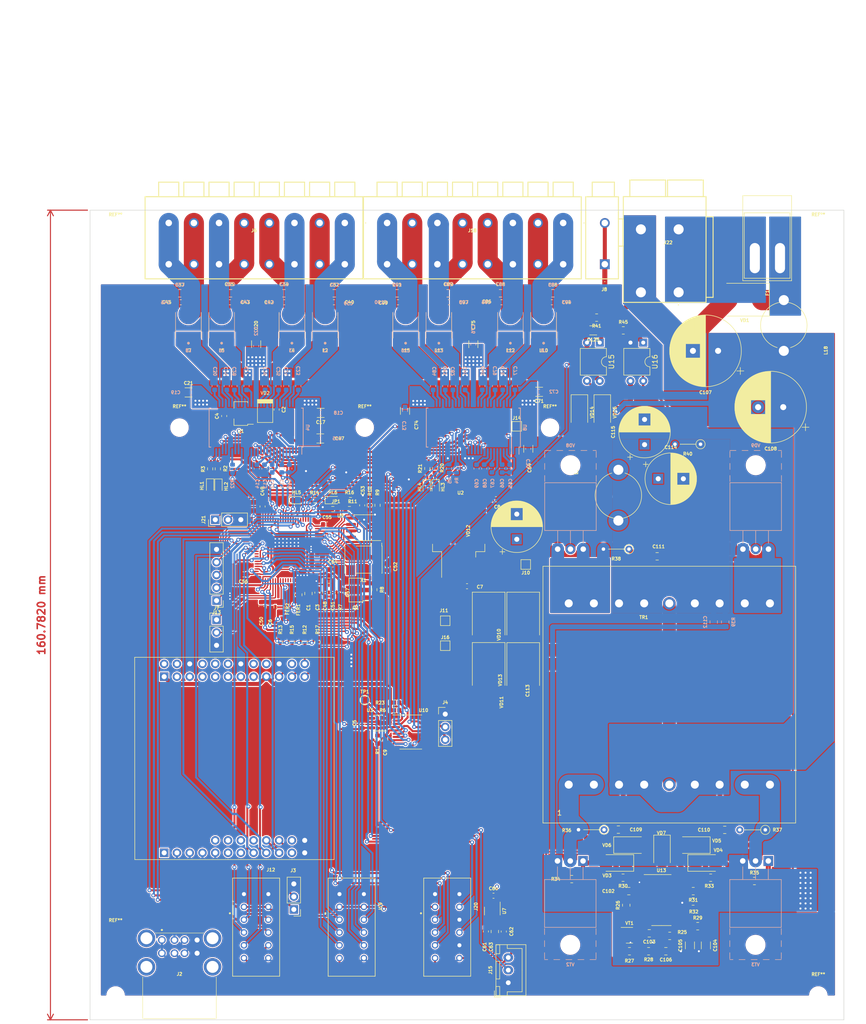
<source format=kicad_pcb>
(kicad_pcb (version 20221018) (generator pcbnew)
  (layers (0 "F.Cu" signal) (31 "B.Cu" signal) (34 "B.Paste" user) (35 "F.Paste" user) (36 "B.SilkS" user "B.Silkscreen") (37 "F.SilkS" user "F.Silkscreen") (38 "B.Mask" user) (39 "F.Mask" user) (44 "Edge.Cuts" user))
  (net 0 "")
  (net 1 "Net-(U6-PVDD)")
  (net 2 "GND")
  (net 3 "PVDD")
  (net 4 "VBAT")
  (net 5 "+3V3")
  (net 6 "Net-(U6-AVDD)")
  (net 7 "+6V")
  (net 8 "Net-(U4-VREG)")
  (net 9 "Net-(U4-AREF)")
  (net 10 "Net-(U4-VCOM)")
  (net 11 "Net-(U4-AVDD)")
  (net 12 "Net-(U4-AVSS)")
  (net 13 "Net-(C13-Pad1)")
  (net 14 "Net-(C14-Pad1)")
  (net 15 "RST")
  (net 16 "Net-(U4-OUT_4P)")
  (net 17 "Net-(U4-BST_4P)")
  (net 18 "Net-(U4-BST_4M)")
  (net 19 "Net-(U4-OUT_4M)")
  (net 20 "Net-(U4-OUT_3P)")
  (net 21 "Net-(U4-BST_3P)")
  (net 22 "Net-(U4-BST_3M)")
  (net 23 "Net-(U4-OUT_3M)")
  (net 24 "Net-(U4-OUT_2P)")
  (net 25 "Net-(U4-BST_2P)")
  (net 26 "Net-(U4-BST_2M)")
  (net 27 "Net-(U4-OUT_2M)")
  (net 28 "Net-(U4-OUT_1P)")
  (net 29 "Net-(U4-BST+1P)")
  (net 30 "Net-(U4-BST_1M)")
  (net 31 "Net-(U4-OUT_1M)")
  (net 32 "Net-(J6-Pin_1)")
  (net 33 "Net-(J6-Pin_2)")
  (net 34 "Net-(J6-Pin_3)")
  (net 35 "Net-(J6-Pin_4)")
  (net 36 "Net-(J6-Pin_5)")
  (net 37 "Net-(J6-Pin_6)")
  (net 38 "Net-(J6-Pin_7)")
  (net 39 "Net-(J6-Pin_8)")
  (net 40 "Net-(U6-PLLFILT)")
  (net 41 "Net-(C51-Pad2)")
  (net 42 "Net-(U7-BP)")
  (net 43 "+5V")
  (net 44 "Net-(U8-VREG)")
  (net 45 "Net-(U8-AREF)")
  (net 46 "Net-(U8-VCOM)")
  (net 47 "Net-(U8-AVDD)")
  (net 48 "Net-(U8-AVSS)")
  (net 49 "Net-(C68-Pad1)")
  (net 50 "Net-(C69-Pad1)")
  (net 51 "Net-(U8-OUT_4P)")
  (net 52 "Net-(U8-BST_4P)")
  (net 53 "Net-(U8-BST_4M)")
  (net 54 "Net-(U8-OUT_4M)")
  (net 55 "Net-(U8-OUT_3P)")
  (net 56 "Net-(U8-BST_3P)")
  (net 57 "Net-(U8-BST_3M)")
  (net 58 "Net-(U8-OUT_3M)")
  (net 59 "Net-(U8-OUT_2P)")
  (net 60 "Net-(U8-BST_2P)")
  (net 61 "Net-(U8-BST_2M)")
  (net 62 "Net-(U8-OUT_2M)")
  (net 63 "Net-(U8-OUT_1P)")
  (net 64 "Net-(U8-BST+1P)")
  (net 65 "Net-(U8-BST_1M)")
  (net 66 "Net-(U8-OUT_1M)")
  (net 67 "Net-(J18-Pin_1)")
  (net 68 "Net-(J18-Pin_2)")
  (net 69 "Net-(J18-Pin_3)")
  (net 70 "Net-(J18-Pin_4)")
  (net 71 "Net-(J18-Pin_5)")
  (net 72 "Net-(J18-Pin_6)")
  (net 73 "Net-(J18-Pin_7)")
  (net 74 "Net-(J18-Pin_8)")
  (net 75 "Net-(U13-CT)")
  (net 76 "GNDPWR")
  (net 77 "Net-(U13-SS)")
  (net 78 "Net-(U13-VC)")
  (net 79 "Net-(C105-Pad1)")
  (net 80 "Net-(VD5-K)")
  (net 81 "Net-(VD14-A)")
  (net 82 "Net-(C109-Pad1)")
  (net 83 "Net-(C110-Pad2)")
  (net 84 "Net-(C111-Pad1)")
  (net 85 "Net-(VD9-A1)")
  (net 86 "Net-(C125-Pad1)")
  (net 87 "Net-(HL1-K)")
  (net 88 "Net-(HL2-K)")
  (net 89 "Net-(HL3-K)")
  (net 90 "Net-(HL4-K)")
  (net 91 "Net-(HL5-K)")
  (net 92 "Net-(HL5-A)")
  (net 93 "Net-(HL6-K)")
  (net 94 "Net-(HL6-A)")
  (net 95 "Net-(J2-D1-)")
  (net 96 "Net-(J2-D1+)")
  (net 97 "Net-(J2-D2-)")
  (net 98 "Net-(J2-D2+)")
  (net 99 "Net-(J3-Pin_1)")
  (net 100 "Net-(J3-Pin_2)")
  (net 101 "/Computer/SBWTCK")
  (net 102 "/Computer/SBWTDIO")
  (net 103 "Net-(J7-Pin_1)")
  (net 104 "Net-(J7-Pin_2)")
  (net 105 "ACC")
  (net 106 "MCLK")
  (net 107 "/Amplifier/LRCKIN1")
  (net 108 "/Amplifier/LRCKOUT1")
  (net 109 "/Amplifier/BCLKIN1")
  (net 110 "/Amplifier/BCLKOUT1")
  (net 111 "/Amplifier/SDATAIN1")
  (net 112 "/Amplifier/SDATAOUT1")
  (net 113 "Net-(J13-Pin_1)")
  (net 114 "Net-(J13-Pin_2)")
  (net 115 "Net-(J13-Pin_3)")
  (net 116 "Net-(J13-Pin_4)")
  (net 117 "/Amplifier/AUXADC0")
  (net 118 "/Amplifier/LRCKIN3")
  (net 119 "/Amplifier/LRCKOUT3")
  (net 120 "/Amplifier/BCLKIN3")
  (net 121 "/Amplifier/BCLKOUT3")
  (net 122 "/Amplifier/SDATAIN3")
  (net 123 "/Amplifier/SDATAOUT3")
  (net 124 "/Amplifier/LRCKIN2")
  (net 125 "/Amplifier/BCLKIN2")
  (net 126 "/Amplifier/SDATAIN2")
  (net 127 "Net-(J21-Pin_1)")
  (net 128 "Net-(J21-Pin_2)")
  (net 129 "+BATT")
  (net 130 "Net-(U6-SELFBOOT)")
  (net 131 "Net-(VD8-A)")
  (net 132 "Net-(Q1-B)")
  (net 133 "VPP")
  (net 134 "WARN1")
  (net 135 "FAULT1")
  (net 136 "SCL")
  (net 137 "Standby")
  (net 138 "Net-(U6-SS_M{slash}MP0)")
  (net 139 "Net-(U9-~{WP})")
  (net 140 "SS")
  (net 141 "MOSI")
  (net 142 "MISO")
  (net 143 "SCL ")
  (net 144 "WARN0")
  (net 145 "FAULT0")
  (net 146 "Net-(U4-I2C_ADDR0)")
  (net 147 "Mute")
  (net 148 "Net-(U13-RT)")
  (net 149 "Net-(U13-DISCH)")
  (net 150 "Net-(VT1-B)")
  (net 151 "Net-(VD3-A)")
  (net 152 "Net-(U13-OUTB)")
  (net 153 "Net-(VD5-A)")
  (net 154 "Net-(U13-OUTA)")
  (net 155 "Net-(VD4-A)")
  (net 156 "Net-(VD6-K)")
  (net 157 "Net-(VD7-K)")
  (net 158 "Net-(VD8-A1)")
  (net 159 "REMOTE")
  (net 160 "Net-(R45-Pad2)")
  (net 161 "Net-(U3-~{MR})")
  (net 162 "Net-(VD12-A)")
  (net 163 "Net-(VD10-A)")
  (net 165 "/Amplifier/BCLKOUT2")
  (net 166 "/Amplifier/LRCLKOUT2")
  (net 167 "/Amplifier/SDATAOUT3+")
  (net 168 "/Amplifier/SDATAOUT2")
  (net 171 "SDATAIN0")
  (net 172 "LRCKIN0")
  (net 173 "BCLKIN0")
  (net 174 "/Amplifier/SDATAOUT1+")
  (net 175 "/Amplifier/SDATAOUT0")
  (net 176 "/Amplifier/BCLKOUT0")
  (net 177 "/Amplifier/LRCLKOUT0")
  (net 178 "Net-(U6-SDA_M{slash}MISO_M{slash}MP3)")
  (net 179 "Net-(U6-SCL_M{slash}SCLK_M{slash}MP2)")
  (net 180 "Net-(U6-MOSI_M{slash}MP1)")
  (net 184 "Net-(U6-XTALIN{slash}MCLK)")
  (net 212 "Net-(U13-NI)")
  (net 217 "Net-(VD14-K)")
  (net 218 "Net-(VD15-K)")
  (net 220 "/Amplifier/SPDIFIN")
  (net 221 "/Amplifier/SPDIFOUT")
  (net 229 "SDA")
  (net 231 "Net-(VD1-K)")
  (footprint "Resistor_SMD:R_0805_2012Metric_Pad1.20x1.40mm_HandSolder" (layer "F.Cu") (at 41.402 76.383 -90)
    (fp_text reference "FER1")
    (fp_text value "BLM21AG102SN1D")
  )
  (footprint "00-mylib:Fuse_Blade_vertical" (layer "F.Cu") (at 134.66 9.525 90)
    (fp_text reference "F1")
    (fp_text value "Fuse")
  )
  (footprint "Capacitor_SMD:C_0805_2012Metric" (layer "F.Cu") (at 43.418 76.129 -90)
    (fp_text reference "C1")
    (fp_text value "CAP_10u0_25V_X5R_0805")
  )
  (footprint "Capacitor_SMD:C_0805_2012Metric" (layer "F.Cu") (at 112.7385 68.7425)
    (fp_text reference "C111")
    (fp_text value "1n")
  )
  (footprint "Resistor_SMD:R_0805_2012Metric" (layer "F.Cu") (at 95.758 132.842)
    (fp_text reference "R34")
    (fp_text value "1k")
  )
  (footprint "Capacitor_SMD:C_0805_2012Metric" (layer "F.Cu") (at 48.58 16.51)
    (property "Value" "1.0uF")
    (fp_text reference "C32")
    (fp_text value "CAP_1u0_50V_X7R_0805")
  )
  (footprint "Capacitor_SMD:C_0805_2012Metric" (layer "F.Cu") (at 107.1045 135.2275)
    (fp_text reference "C102")
    (fp_text value "1n")
  )
  (footprint "Connector_Edge:2x6" (layer "F.Cu") (at 33.02 142.169 -90)
    (fp_text reference "J12")
    (fp_text value "Conn_01x06_Male" hide)
  )
  (footprint "Capacitor_SMD:C_0805_2012Metric" (layer "F.Cu") (at 80.472 143.249 -90)
    (property "Value" "10,0uF")
    (fp_text reference "C63")
    (fp_text value "CAP_10u0_25V_X5R_0805")
  )
  (footprint "Capacitor_SMD:C_0603_1608Metric" (layer "F.Cu") (at 82.25 143.249 90)
    (property "Value" "100n")
    (fp_text reference "C62")
    (fp_text value "CAP_100n_50V_X7R_0603")
  )
  (footprint "Capacitor_SMD:C_1206_3216Metric" (layer "F.Cu") (at 33.02 26.621 90)
    (property "Value" "10,0uF")
    (fp_text reference "C20")
    (fp_text value "CAP_10u0_50V_X7R_1206")
  )
  (footprint "Resistor_SMD:R_0603_1608Metric" (layer "F.Cu") (at 57.15 58.603 -90)
    (fp_text reference "R9")
    (fp_text value "RES_10K0_1%_0.125W_Thick_0603")
  )
  (footprint "MountingHole:MountingHole_3.2mm_M3" (layer "F.Cu") (at 144.78 5.08)
    (fp_text reference "REF**")
    (fp_text value "MountingHole_3.2mm_M3")
  )
  (footprint "my:SPM5010-5020" (layer "F.Cu") (at 90.17 22.86 90)
    (property "Value" "3.3uH")
    (fp_text reference "L10")
    (fp_text value "SPM5020T-3R3M-LR_TDK" hide)
  )
  (footprint "Package_DIP:DIP-4_W7.62mm" (layer "F.Cu") (at 109.974 26.299 -90)
    (fp_text reference "U16")
    (fp_text value "PC817")
  )
  (footprint "Capacitor_SMD:C_0603_1608Metric" (layer "F.Cu") (at 54.102 58.616 -90)
    (fp_text reference "C53")
    (fp_text value "CAP_100n_50V_X7R_0603")
  )
  (footprint "Diode_SMD:D_SMC" (layer "F.Cu") (at 130.146 17.78 180)
    (fp_text reference "VD1")
    (fp_text value "SS56")
  )
  (footprint "Capacitor_SMD:C_0603_1608Metric" (layer "F.Cu") (at 48.244 75.946 90)
    (fp_text reference "C51")
    (fp_text value "CAP_5n6_50V_X7R_0603")
  )
  (footprint "Capacitor_SMD:C_0603_1608Metric" (layer "F.Cu") (at 46.72 75.946 90)
    (fp_text reference "C48")
    (fp_text value "CAP_150p_50V_C0G_0603")
  )
  (footprint "TestPoint:TestPoint_Pad_D1.5mm" (layer "F.Cu") (at 54.61 97.282)
    (fp_text reference "TP1")
    (fp_text value "Reset")
  )
  (footprint "MountingHole:MountingHole_3.2mm_M3" (layer "F.Cu") (at 17.78 43.18)
    (fp_text reference "REF**")
    (fp_text value "MountingHole_3.2mm_M3")
  )
  (footprint "Oscillator:Oscillator_SMD_SeikoEpson_SG8002CA-4Pin_7.0x5.0mm" (layer "F.Cu") (at 54.356 69.398 180)
    (fp_text reference "X1")
    (fp_text value "SG-8002CA 24.5760M-PCBL3")
  )
  (footprint "Resistor_SMD:R_0603_1608Metric" (layer "F.Cu") (at 51.562 59.365 180)
    (fp_text reference "R11")
    (fp_text value "RES_10K0_1%_0.125W_Thick_0603")
  )
  (footprint "LED_SMD:LED_0603_1608Metric_Pad1.05x0.95mm_HandSolder" (layer "F.Cu") (at 48.387 57.587)
    (fp_text reference "HL6")
    (fp_text value "LED_SMD_0603_BLUE")
  )
  (footprint "my:L_Axial_L26.0mm_D9.0mm_P5.08mm_Vertical" (layer "F.Cu") (at 105.029 56.642 90)
    (fp_text reference "L19")
    (fp_text value "25μ")
  )
  (footprint "00-mylib:Transformer_ETD44_Horizontal" (layer "F.Cu") (at 90.1615 121.5815)
    (fp_text reference "TR1")
    (fp_text value "TRANSF10")
  )
  (footprint "Resistor_THT:R_Axial_DIN0204_L3.6mm_D1.6mm_P5.08mm_Vertical" (layer "F.Cu") (at 121.362 46.482 180)
    (fp_text reference "R40")
    (fp_text value "1.5k")
  )
  (footprint "Capacitor_SMD:C_0805_2012Metric" (layer "F.Cu") (at 61.026 16.51)
    (property "Value" "1.0uF")
    (fp_text reference "C91")
    (fp_text value "CAP_1u0_50V_X7R_0805")
  )
  (footprint "Resistor_SMD:R_0603_1608Metric" (layer "F.Cu") (at 55.626 58.603 -90)
    (fp_text reference "R10")
    (fp_text value "RES_10K0_1%_0.125W_Thick_0603")
  )
  (footprint "MountingHole:MountingHole_3.2mm_M3" (layer "F.Cu") (at 54.61 43.18)
    (fp_text reference "REF**")
    (fp_text value "MountingHole_3.2mm_M3")
  )
  (footprint "Package_TO_SOT_SMD:SOT-89-3" (layer "F.Cu") (at 52.832 75.438 180)
    (fp_text reference "Q1")
    (fp_text value "2STF2360")
  )
  (footprint "MountingHole:MountingHole_3.2mm_M3" (layer "F.Cu") (at 5.08 5.08)
    (fp_text reference "REF**")
    (fp_text value "MountingHole_3.2mm_M3")
  )
  (footprint "Capacitor_SMD:C_0603_1608Metric" (layer "F.Cu") (at 49.784 75.946 -90)
    (fp_text reference "C57")
    (fp_text value "CAP_100n_50V_X7R_0603")
  )
  (footprint "LED_SMD:LED_0603_1608Metric" (layer "F.Cu") (at 23.876 54.8385 -90)
    (fp_text reference "HL1")
    (fp_text value "LED_SMD_0603_YELLOW")
  )
  (footprint "my:SPM5010-5020" (layer "F.Cu") (at 62.738 22.86 90)
    (property "Value" "3.3uH")
    (fp_text reference "L15")
    (fp_text value "SPM5020T-3R3M-LR_TDK" hide)
  )
  (footprint "my:SPM5010-5020" (layer "F.Cu") (at 40.132 22.86 90)
    (property "Value" "3.3uH")
    (fp_text reference "L4")
    (fp_text value "SPM5020T-3R3M-LR_TDK" hide)
  )
  (footprint "Resistor_SMD:R_0805_2012Metric" (layer "F.Cu") (at 106.5965 138.0215 90)
    (fp_text reference "R26")
    (fp_text value "150")
  )
  (footprint "Diode_SMD:D_SMA" (layer "F.Cu") (at 101.832 40.164 -90)
    (fp_text reference "VD15")
    (fp_text value "1N5819")
  )
  (footprint "Capacitor_SMD:C_0603_1608Metric" (layer "F.Cu") (at 59.182 70.795 90)
    (fp_text reference "C52")
    (fp_text value "CAP_10n_25V_X7R_0603")
  )
  (footprint "Diode_SMD:D_SMC" (layer "F.Cu") (at 86.106 80.772 -90)
    (fp_text reference "VD12")
    (fp_text value "SS56")
  )
  (footprint "LED_SMD:LED_0603_1608Metric" (layer "F.Cu") (at 66.929 54.991 -90)
    (fp_text reference "HL4")
    (fp_text value "LED_SMD_0603_YELLOW")
  )
  (footprint "Connector_Degson:DEGSON_8x5" (layer "F.Cu") (at 50.64 2.54 180)
    (fp_text reference "J6")
    (fp_text value "DEGSON 2604 8x5" hide)
  )
  (footprint "Diode_SMD:D_SMA" (layer "F.Cu") (at 119.7725 126.0835 180)
    (fp_text reference "VD7")
    (fp_text value "1N414E")
  )
  (footprint "Capacitor_THT:CP_Radial_D10.0mm_P5.00mm" (layer "F.Cu") (at 110.236 46.563677 90)
    (fp_text reference "C115")
    (fp_text value "330μ")
  )
  (footprint "Resistor_SMD:R_0805_2012Metric" (layer "F.Cu") (at 119.908 135.2275 180)
    (fp_text reference "R31")
    (fp_text value "1k")
  )
  (footprint "Package_SO:SOIC-8_3.9x4.9mm_P1.27mm" (layer "F.Cu") (at 54.356 63.048 180)
    (fp_text reference "U9")
    (fp_text value "25AA1024-I/SM")
  )
  (footprint "Connector_PinHeader_2.54mm:PinHeader_1x05_P2.54mm_Vertical" (layer "F.Cu") (at 25.146 77.526 180)
    (fp_text reference "J13")
    (fp_text value "Conn_01x04_Male")
  )
  (footprint "Capacitor_SMD:C_0603_1608Metric" (layer "F.Cu") (at 91.821 18.288)
    (property "Value" "10n")
    (fp_text reference "C94")
    (fp_text value "CAP_10n_50V_X7R_0603")
  )
  (footprint "Diode_SMD:D_SMA" (layer "F.Cu") (at 107.6125 126.0835)
    (fp_text reference "VD6")
    (fp_text value "1N414E")
  )
  (footprint "Resistor_SMD:R_0805_2012Metric" (layer "F.Cu") (at 100.711 21.336 180)
    (fp_text reference "R41")
    (fp_text value "1.2k")
  )
  (footprint "Diode_SMD:D_SMA" (layer "F.Cu") (at 122.3445 129.6395)
    (fp_text reference "VD4")
    (fp_text value "1N5819")
  )
  (footprint "Resistor_SMD:R_0805_2012Metric" (layer "F.Cu") (at 115.2325 144.1175)
    (fp_text reference "R25")
    (fp_text value "15k")
  )
  (footprint "Capacitor_SMD:C_0603_1608Metric" (layer "F.Cu") (at 18.021 18.288)
    (property "Value" "10n")
    (fp_text reference "C45")
    (fp_text value "CAP_10n_50V_X7R_0603")
  )
  (footprint "Capacitor_SMD:C_0603_1608Metric" (layer "F.Cu") (at 74.943 74.676 180)
    (property "Value" "0,33uF")
    (fp_text reference "C7")
    (fp_text value "CAP_0u33_50V_X7R_0603")
  )
  (footprint "Capacitor_SMD:C_0603_1608Metric" (layer "F.Cu") (at 80.684 57.404)
    (property "Value" "100n")
    (fp_text reference "C8")
    (fp_text value "CAP_100n_50V_X7R_0603")
  )
  (footprint "my:SPM5010-5020" (layer "F.Cu") (at 46.736 22.86 90)
    (property "Value" "3.3uH")
    (fp_text reference "L2")
    (fp_text value "SPM5020T-3R3M-LR_TDK" hide)
  )
  (footprint "my:L_Axial_L26.0mm_D9.0mm_P5.08mm_Vertical" (layer "F.Cu") (at 137.922 22.86 -90)
    (fp_text reference "L18")
    (fp_text value "5μ")
  )
  (footprint "Resistor_SMD:R_0603_1608Metric" (layer "F.Cu") (at 60.643 97.79)
    (property "Value" "10K")
    (fp_text reference "R23")
    (fp_text value "RES_10K0_1%_0.125W_Thick_0603")
  )
  (footprint "00-mylib:USB_A_STACKED" (layer "F.Cu") (at 14.28 144.939)
    (fp_text reference "J2")
    (fp_text value "USB_A_Stacked" hide)
  )
  (footprint "Resistor_SMD:R_0603_1608Metric" (layer "F.Cu") (at 42.672 85.781 -90)
    (fp_text reference "R12")
    (fp_text value "RES_10K0_1%_0.125W_Thick_0603")
  )
  (footprint "Resistor_SMD:R_0603_1608Metric" (layer "F.Cu") (at 40.132 85.781 -90)
    (fp_text reference "R15")
    (fp_text value "RES_10K0_1%_0.125W_Thick_0603")
  )
  (footprint "Package_DIP:DIP-4_W7.62mm" (layer "F.Cu") (at 101.331 26.299 -90)
    (fp_text reference "U15")
    (fp_text value "PC817")
  )
  (footprint "Capacitor_SMD:C_1206_3216Metric" (layer "F.Cu") (at 45.847 40.259 180)
    (property "Value" "10,0uF")
    (fp_text reference "C17")
    (fp_text value "CAP_10u0_50V_X7R_1206")
  )
  (footprint "MountingHole:MountingHole_3.2mm_M3" (layer "F.Cu") (at 91.44 43.18)
    (fp_text reference "REF**")
    (fp_text value "MountingHole_3.2mm_M3")
  )
  (footprint "Resistor_SMD:R_0603_1608Metric" (layer "F.Cu") (at 68.58 51.308 -90)
    (property "Value" "1K")
    (fp_text reference "R20")
    (fp_text value "RES_1K0_1%_0.125W_Thick_0603")
  )
  (footprint "Capacitor_SMD:C_0603_1608Metric" (layer "F.Cu") (at 54.102 102.108 -90)
    (fp_text reference "C5")
    (fp_text value "CAP_100n_50V_X7R_0603")
  )
  (footprint "Capacitor_SMD:C_0603_1608Metric" (layer "F.Cu") (at 80.205 136.137)
    (property "Value" "100n")
    (fp_text reference "C60")
    (fp_text value "CAP_100n_50V_X7R_0603")
  )
  (footprint "Resistor_SMD:R_0805_2012Metric" (layer "F.Cu") (at 106.0065 23.876)
    (fp_text reference "R45")
    (fp_text value "330")
  )
  (footprint "Diode_SMD:D_SMC" (layer "F.Cu") (at 86.106 90.805 -90)
    (fp_text reference "VD13")
    (fp_text value "SS56")
  )
  (footprint "Capacitor_SMD:C_0603_1608Metric" (layer "F.Cu") (at 48.501 18.288)
    (property "Value" "10n")
    (fp_text reference "C40")
    (fp_text value "CAP_10n_50V_X7R_0603")
  )
  (footprint "Resistor_SMD:R_0603_1608Metric" (layer "F.Cu") (at 23.876 51.372 90)
    (property "Value" "1K")
    (fp_text reference "R3")
    (fp_text value "RES_1K0_1%_0.125W_Thick_0603")
  )
  (footprint "Capacitor_SMD:C_1206_3216Metric" (layer "F.Cu") (at 45.769 45.339 180)
    (property "Value" "10,0uF")
    (fp_text reference "C47")
    (fp_text value "CAP_10u0_50V_X7R_1206")
  )
  (footprint "Resistor_SMD:R_0603_1608Metric" (layer "F.Cu") (at 25.4 51.372 -90)
    (property "Value" "1K")
    (fp_text reference "R2")
    (fp_text value "RES_1K0_1%_0.125W_Thick_0603")
  )
  (footprint "Capacitor_SMD:C_1206_3216Metric" (layer "F.Cu") (at 87.122 47.397 90)
    (property "Value" "10,0uF")
    (fp_text reference "C64")
    (fp_text value "CAP_10u0_50V_X7R_1206")
  )
  (footprint "LED_SMD:LED_0603_1608Metric" (layer "F.Cu") (at 68.707 54.991 -90)
    (fp_text reference "HL3")
    (fp_text value "LED_SMD_0603_RED")
  )
  (footprint "Capacitor_SMD:C_0805_2012Metric" (layer "F.Cu") (at 81.6 16.51 180)
    (property "Value" "1.0uF")
    (fp_text reference "C88")
    (fp_text value "CAP_1u0_50V_X7R_0805" hide)
  )
  (footprint "my:SPM5010-5020" (layer "F.Cu") (at 26.162 22.86 90)
    (property "Value" "3.3uH")
    (fp_text reference "L5")
    (fp_text value "SPM5020T-3R3M-LR_TDK" hide)
  )
  (footprint "Capacitor_SMD:C_0603_1608Metric" (layer "F.Cu") (at 27.813 18.288 180)
    (property "Value" "10n")
    (fp_text reference "C43")
    (fp_text value "CAP_10n_50V_X7R_0603")
  )
  (footprint "Capacitor_SMD:C_0603_1608Metric" (layer "F.Cu") (at 37.084 39.611 -90)
    (property "Value" "0,33uF")
    (fp_text reference "C2")
    (fp_text value "CAP_0u33_50V_X7R_0603")
  )
  (footprint "Resistor_SMD:R_0805_2012Metric_Pad1.20x1.40mm_HandSolder" (layer "F.Cu") (at 37.846 78.867 -90)
    (fp_text reference "FER2")
    (fp_text value "BLM21AG102SN1D")
  )
  (footprint "Connector_Degson:DEGSON_8x5" (layer "F.Cu") (at 94.055 2.54 180)
    (fp_text reference "J18")
    (fp_text value "DEGSON 2604 8x5" hide)
  )
  (footprint "Resistor_SMD:R_0603_1608Metric" (layer "F.Cu") (at 44.668 57.587 180)
    (fp_text reference "R14")
    (fp_text value "RES_51R0_1%_0.125W_Thick_0603")
  )
  (footprint "Resistor_SMD:R_0603_1608Metric_Pad0.98x0.95mm_HandSolder" (layer "F.Cu") (at 48.26 59.365 180)
    (fp_text reference "JP1")
    (fp_text value "CON_JUMPER")
  )
  (footprint "Capacitor_THT:CP_Radial_D14.0mm_P5.00mm" (layer "F.Cu") (at 124.852729 27.94 180)
    (fp_text reference "C107")
    (fp_text value "2200μ")
  )
  (footprint "Package_SO:TSSOP-20_4.4x6.5mm_P0.65mm" (layer "F.Cu") (at 63.754 103.632)
    (fp_text reference "U10")
    (fp_text value "STM32F030F4Px")
  )
  (footprint "Resistor_THT:R_Axial_DIN0204_L3.6mm_D1.6mm_P5.08mm_Vertical" (layer "F.Cu") (at 102.185 123.0376 180)
    (fp_text reference "R36")
    (fp_text value "4.7")
  )
  (footprint "Diode_SMD:D_SMC" (layer "F.Cu") (at 79.248 90.776 -90)
    (fp_text reference "VD11")
    (fp_text value "SS56")
  )
  (footprint "Package_TO_SOT_SMD:SOT-23" (layer "F.Cu") (at 107.2315 143.9905)
    (fp_text reference "VT1")
    (fp_text value "BC846")
  )
  (footprint "Resistor_THT:R_Axial_DIN0204_L3.6mm_D1.6mm_P5.08mm_Vertical" (layer "F.Cu") (at 134.239 123.063 180)
    (fp_text reference "R37")
    (fp_text value "4.7")
  )
  (footprint "Connector_Degson:DEGSON_2x7.5" (layer "F.Cu") (at 117.01 16.31 180)
    (fp_text reference "J22")
    (fp_text value "KF206-7.5-2P" hide)
  )
  (footprint "Capacitor_SMD:C_0603_1608Metric" (layer "F.Cu") (at 48.26 71.374)
    (fp_text reference "C54")
    (fp_text value "CAP_100n_50V_X7R_0603")
  )
  (footprint "w_smd_diode:do214ac" (layer "F.Cu") (at 34.798 39.878 -90)
    (property "Value" "ES1D")
    (fp_text reference "VD2")
    (fp_text value "ES1D" hide)
  )
  (footprint "Capacitor_SMD:C_0805_2012Metric" (layer "F.Cu") (at 38.542 16.51 180)
    (property "Value" "1.0uF")
    (fp_text reference "C34")
    (fp_text value "CAP_1u0_50V_X7R_0805")
  )
  (footprint "Capacitor_THT:CP_Radial_D10.0mm_P5.00mm" (layer "F.Cu") (at 112.948323 53.34)
    (fp_text reference "C114")
    (fp_text value "330μ")
  )
  (footprint "Package_SO:SOIC-16_3.9x9.9mm_P1.27mm" (layer "F.Cu") (at 113.5815 137.0055)
    (fp_text reference "U13")
    (fp_text value "SG3525")
  )
  (footprint "Package_TO_SOT_SMD:TO-263-2" (layer "F.Cu") (at 73.286 62.992 90)
    (fp_text reference "U2")
    (fp_text value "LD1086D2T33TR")
  )
  (footprint "my:SPM5010-5020" (layer "F.Cu") (at 83.566 22.86 90)
    (property "Value" "3.3uH")
    (fp_text reference "L12")
    (fp_text value "SPM5020T-3R3M-LR_TDK" hide)
  )
  (footprint "Connector_Degson:DEGSON_1x5" (layer "F.Cu") (at 102.335 10.74 180)
    (fp_text reference "J8")
    (fp_text value "DEGSON 2604 1x5" hide)
  )
  (footprint "my:Nanopi NEO" (layer "F.Cu") (at 30.988 109.149 90)
    (fp_text reference "U12" hide)
    (fp_text value "Nanopi NEO Air")
  )
  (footprint "Package_TO_SOT_SMD:SOT-23-5" (layer "F.Cu") (at 79.964 139.185 -90)
    (fp_text reference "U7")
    (fp_text value "LP2985-5.0")
  )
  (footprint "my:SPM5010-5020" (layer "F.Cu") (at 69.342 22.86 90)
    (property "Value" "3.3uH")
    (fp_text reference "L13")
    (fp_text value "SPM5020T-3R3M-LR_TDK" hide)
  )
  (footprint "Capacitor_SMD:C_0805_2012Metric" (layer "F.Cu") (at 17.846 16.51)
    (property "Value" "1.0uF")
    (fp_text reference "C37")
    (fp_text value "CAP_1u0_50V_X7R_0805")
  )
  (footprint "Resistor_SMD:R_0805_2012Metric" (layer "F.Cu") (at 123.384 132.5605 180)
    (fp_text reference "R33")
    (fp_text value "10")
  )
  (footprint "TestPoint:TestPoint_Pad_1.5x1.5mm" (layer "F.Cu") (at 86.614 70.358 180)
    (fp_text reference "J10")
    (fp_text value "+6V")
  )
  (footprint "Capacitor_SMD:C_0603_1608Metric" (layer "F.Cu") (at 81.788 18.288 180)
    (property "Value" "10n")
    (fp_text reference "C96")
    (fp_text value "CAP_10n_50V_X7R_0603")
  )
  (footprint "Diode_SMD:D_SMC" (layer "F.Cu") (at 79.248 80.772 -90)
    (fp_text reference "VD10")
    (fp_text value "SS56")
  )
  (footprint "Capacitor_SMD:C_0603_1608Metric" (layer "F.Cu") (at 78.694 143.236 90)
    (property "Value" "10n")
    (fp_text reference "C61")
    (fp_text value "CAP_10n_50V_X7R_0603")
  )
  (footprint "Resistor_SMD:R_0603_1608Metric" (layer "F.Cu") (at 47.482 73.576)
    (fp_text reference "R7")
    (fp_text value "RES_4K3_1%_0.125W_Thick_0603")
  )
  (footprint "Package_TO_SOT_SMD:SOT-23-5" (layer "F.Cu") (at 57.15 101.854 180)
    (fp_text reference "U3")
    (fp_text value "TPS3828-33DBVT")
  )
  (footprint "Capacitor_SMD:C_1206_3216Metric" (layer "F.Cu") (at 19.571 36.195)
    (property "Value" "10,0uF")
    (fp_text reference "C21")
    (fp_text value "CAP_10u0_50V_X7R_1206")
  )
  (footprint "Resistor_SMD:R_0805_2012Metric" (layer "F.Cu") (at 119.888 137.287 180)
    (fp_text reference "R32")
    (fp_text value "1k")
  )
  (footprint "Capacitor_SMD:C_0805_2012Metric" (layer "F.Cu") (at 92.014 16.51)
    (property "Value" "1.0uF")
    (fp_text reference "C86")
    (fp_text value "CAP_1u0_50V_X7R_0805" hide)
  )
  (footprint "Capacitor_SMD:C_0603_1608Metric" (layer "F.Cu") (at 34.29 58.844 90)
    (fp_text reference "C49")
    (fp_text value "CAP_10n_50V_X7R_0603")
  )
  (footprint "Capacitor_SMD:C_1206_3216Metric" (layer "F.Cu") (at 76.2 26.618 -90)
    (property "Value" "10,0uF")
    (fp_text reference "C75")
    (fp_text value "CAP_10u0_50V_X7R_1206")
  )
  (footprint "my:SPM5010-5020" (layer "F.Cu") (at 19.558 22.86 90)
    (property "Value" "3.3uH")
    (fp_text reference "L7")
    (fp_text value "SPM5020T-3R3M-LR_TDK" hide)
  )
  (footprint "Capacitor_SMD:C_0805_2012Metric" (layer "F.Cu") (at 105.029 123.0122)
    (fp_text reference "C109")
    (fp_text value "22n")
  )
  (footprint "Resistor_SMD:R_0603_1608Metric" (layer "F.Cu") (at 51.78 57.587 180)
    (fp_text reference "R16")
    (fp_text value "RES_51R0_1%_0.125W_Thick_0603")
  )
  (footprint "Connector_PinHeader_2.54mm:PinHeader_1x03_P2.54mm_Vertical" (layer "F.Cu") (at 40.513 138.867 180)
    (fp_text reference "J3")
    (fp_text value "UART")
  )
  (footprint "LED_SMD:LED_0603_1608Metric_Pad1.05x0.95mm_HandSolder" (layer "F.Cu") (at 41.162 57.587)
    (fp_text reference "HL5")
    (fp_text value "LED_SMD_0603_BLUE")
  )
  (footprint "Capacitor_SMD:C_0603_1608Metric" (layer "F.Cu") (at 30.48 72.319 180)
    (fp_text reference "C56")
    (fp_text value "CAP_100n_50V_X7R_0603")
  )
  (footprint "Resistor_SMD:R_0603_1608Metric" (layer "F.Cu") (at 57.15 105.156 90)
    (property "Value" "10K")
    (fp_text reference "R1")
    (fp_text value "RES_10K0_1%_0.125W_Thick_0603")
  )
  (footprint "MountingHole:MountingHole_3.2mm_M3" (layer "F.Cu") (at 144.78 155.956)
    (fp_text reference "REF**")
    (fp_text value "MountingHole_3.2mm_M3")
  )
  (footprint "Capacitor_SMD:C_0805_2012Metric" (layer "F.Cu") (at 35.814 78.796 -90)
    (fp_text reference "C6")
    (fp_text value "CAP_10u0_25V_X5R_0805")
  )
  (footprint "Package_TO_SOT_SMD:SOT-89-3" (layer "F.Cu") (at 29.972 40.386 180)
    (fp_text reference "U1")
    (fp_text value "L78L18_SOT89")
  )
  (footprint "Capacitor_SMD:C_1206_3216Metric" (layer "F.Cu") (at 89.281 36.068 180)
    (property "Value" "10,0uF")
    (fp_text reference "C71")
    (fp_text value "CAP_10u0_50V_X7R_1206")
  )
  (footprint "Resistor_SMD:R_0603_1608Metric" (layer "F.Cu") (at 67.056 51.308 90)
    (property "Value" "1K")
    (fp_text reference "R21")
    (fp_text value "RES_1K0_1%_0.125W_Thick_0603")
  )
  (footprint "TestPoint:TestPoint_Pad_1.5x1.5mm" (layer "F.Cu") (at 70.612 86.487)
    (fp_text reference "J16")
    (fp_text value "GND")
  )
  (footprint "Connector_Edge:2x6" (layer "F.Cu") (at 71.0057 142.169 -90)
    (fp_text reference "J20")
    (fp_text value "Conn_01x06_Male" hide)
  )
  (footprint "Capacitor_SMD:C_1206_3216Metric" (layer "F.Cu") (at 122.428 146.001 -90)
    (fp_text reference "C104")
    (fp_text value "2.2μ")
  )
  (footprint "Capacitor_SMD:C_0805_2012Metric" (layer "F.Cu") (at 111.1685 143.6095 180)
    (fp_text reference "C103")
    (fp_text value "10n")
  )
  (footprint "my:LFCSP-88-1EP_10x10mm_P0.5mm_EP6.15x6.15mm" (layer "F.Cu") (at 39.116 67.493 90)
    (fp_text reference "U6" hide)
    (fp_text value "ADAU1467WBCPZ300RL")
  )
  (footprint "TestPoint:TestPoint_Pad_1.5x1.5mm" (layer "F.Cu") (at 84.836 42.926)
    (fp_text reference "J14")
    (fp_text value "+24V")
  )
  (footprint "Capacitor_SMD:C_0603_1608Metric" (layer "F.Cu") (at 61.201 18.288)
    (property "Value" "10n")
    (fp_text reference "C99")
    (fp_text value "CAP_10n_50V_X7R_0603")
  )
  (footprint "Connector_Edge:2x6" (layer "F.Cu") (at 52.01285 142.169 -90)
    (fp_text reference "J19")
    (fp_text value "Conn_01x06_Male" hide)
  )
  (footprint "Capacitor_SMD:C_0603_1608Metric" (layer "F.Cu") (at 71.361 18.288 180)
    (property "Value" "10n")
    (fp_text reference "C97")
    (fp_text value "CAP_10n_50V_X7R_0603")
  )
  (footprint "Resistor_SMD:R_0603_1608Metric" (layer "F.Cu") (at 45.212 85.781 -90)
    (fp_text reference "R17")
    (fp_text value "RES_10K0_1%_0.125W_Thick_0603")
  )
  (footprint "Capacitor_SMD:C_0603_1608Metric" (layer "F.Cu") (at 45.196 75.946 -90)
    (fp_text reference "C3")
    (fp_text value "CAP_100n_50V_X7R_0603")
  )
  (footprint "Capacitor_SMD:C_0805_2012Metric" (layer "F.Cu") (at 27.94 16.51 180)
    (property "Value" "1.0uF")
    (fp_text reference "C35")
    (fp_text value "CAP_1u0_50V_X7R_0805")
  )
  (footprint "TestPoint:TestPoint_Pad_1.5x1.5mm" (layer "F.Cu") (at 70.612 81.534 180)
    (fp_text reference "J11")
    (fp_text value "GND")
  )
  (footprint "Capacitor_SMD:C_0805_2012Metric" (layer "F.Cu") (at 126.172 123.063)
    (fp_text reference "C110")
    (fp_text value "22n")
  )
  (footprint "Resistor_SMD:R_0805_2012Metric" (layer "F.Cu") (at 107.2315 147.1655)
    (fp_text reference "R27")
    (fp_text value "3k")
  )
  (footprint "LED_SMD:LED_0603_1608Metric" (layer "F.Cu") (at 25.527 54.864 -90)
    (fp_text reference "HL2")
    (fp_text value "LED_SMD_0603_RED")
  )
  (footprint "Capacitor_SMD:C_1206_3216Metric" (layer "F.Cu") (at 119.253 146.001 -90)
    (fp_text reference "C105")
    (fp_text value "10μ")
  )
  (footprint "Capacitor_SMD:C_0603_1608Metric" (layer "F.Cu") (at 47.117 62.413)
    (fp_text reference "C55")
    (fp_text value "CAP_100n_50V_X7R_0603")
  )
  (footprint "Capacitor_THT:CP_Radial_D10.0mm_P5.00mm" (layer "F.Cu") (at 84.836 65.359677 90)
    (fp_text reference "C113")
    (fp_text value "330μ")
  )
  (footprint "Resistor_SMD:R_0603_1608Metric" (layer "F.Cu") (at 60.643 99.314)
    (property "Value" "10K")
    (fp_text reference "R6")
    (fp_text value "RES_10K0_1%_0.125W_Thick_0603")
  )
  (footprint "Connector_PinHeader_2.54mm:PinHeader_1x03_P2.54mm_Vertical" (layer "F.Cu") (at 70.612 100.076)
    (fp_text reference "J4")
    (fp_text value "SWD")
  )
  (footprint "Capacitor_SMD:C_0603_1608Metric" (layer "F.Cu") (at 38.595 18.288 180)
    (property "Value" "10n")
    (fp_text reference "C42")
    (fp_text value "CAP_10n_50V_X7R_0603")
  )
  (footprint "Connector_PinHeader_2.54mm:PinHeader_1x03_P2.54mm_Vertical" (layer "F.Cu") (at 24.892 61.468 90)
    (fp_text reference "J21")
    (fp_text value "Conn_01x02_Male")
  )
  (footprint "Capacitor_SMD:C_0805_2012Metric" (layer "F.Cu") (at 114.4705 147.1655 180)
    (fp_text reference "C106")
    (fp_text value "10n")
  )
  (footprint "Capacitor_SMD:C_0603_1608Metric" (layer "F.Cu") (at 26.67 40.881 90)
    (property "Value" "100n")
    (fp_text reference "C4")
    (fp_text value "CAP_100n_50V_X7R_0603")
  )
  (footprint "Diode_SMD:D_SMA" (layer "F.Cu") (at 104.5645 129.6395 180)
    (fp_text reference "VD3")
    (fp_text value "1N5819")
  )
  (footprint "Connector_PinHeader_2.54mm:PinHeader_1x03_P2.54mm_Vertical" (layer "F.Cu") (at 25.146 81.336)
    (fp_text reference "J7")
    (fp_text value "Conn_01x02_Male")
  )
  (footprint "Resistor_THT:R_Axial_DIN0204_L3.6mm_D1.6mm_P5.08mm_Vertical" (layer "F.Cu") (at 107.138 67.31 180)
    (fp_text reference "R38")
    (fp_text value "100")
  )
  (footprint "Resistor_SMD:R_0805_2012Metric" (layer "F.Cu") (at 111.0415 147.1655 180)
    (fp_text reference "R28")
    (fp_text value "3,6k")
  )
  (footprint "Diode_SMD:D_SMA" (layer "F.Cu") (at 113.7085 127.6075 -90)
    (fp_text reference "VD5")
    (fp_text value "1N5819")
  )
  (footprint "Capacitor_THT:CP_Radial_D14.0mm_P5.00mm" (layer "F.Cu") (at 137.806729 39.116 180)
    (fp_text reference "C108")
    (fp_text value "2200μ")
  )
  (footprint "Resistor_SMD:R_0603_1608Metric" (layer "F.Cu") (at 56.515 75.375 90)
    (fp_text reference "R8")
    (fp_text value "RES_1K0_1%_0.125W_Thick_0603")
  )
  (footprint "Connector_JST:JST_XH_B3B-XH-A_1x03_P2.50mm_Vertical" (layer "F.Cu") (at 83.139 153.416 90)
    (fp_text reference "J15")
    (fp_text value "Volume")
  )
  (footprint "Capacitor_SMD:C_1206_3216Metric" (layer "F.Cu") (at 100.027 23.876 180)
    (fp_text reference "C125")
    (fp_text value "10μ")
  )
  (footprint "Resistor_SMD:R_0805_2012Metric" (layer "F.Cu") (at 105.9615 132.5605)
    (fp_text reference "R30")
    (fp_text value "10")
  )
  (footprint "MountingHole:MountingHole_3.2mm_M3" (layer "F.Cu") (at 5.08 155.956)
    (fp_text reference "REF**")
    (fp_text value "MountingHole_3.2mm_M3")
  )
  (footprint "Capacitor_SMD:C_1206_3216Metric" (layer "F.Cu") (at 62.611 39.865 -90)
    (property "Value" "10,0uF")
    (fp_text reference "C74")
    (fp_text value "CAP_10u0_50V_X7R_1206")
  )
  (footprint "Resistor_SMD:R_0603_1608Metric" (layer "F.Cu") (at 37.719 85.781 -90)
    (fp_text reference "R13")
    (fp_text value "RES_10K0_1%_0.125W_Thick_0603")
  )
  (footprint "Capacitor_SMD:C_0805_2012Metric" (layer "F.Cu") (at 71.186 16.51 180)
    (property "Value" "1.0uF")
    (fp_text reference "C89")
    (fp_text value "CAP_1u0_50V_X7R_0805" hide)
  )
  (footprint "Diode_SMD:D_SMA" (layer "F.Cu") (at 97.282 40.164 -90)
    (fp_text reference "VD14")
    (fp_text value "1N5819")
  )
  (footprint "Resistor_SMD:R_0805_2012Metric" (layer "F.Cu") (at 132.08 133.223)
    (fp_text reference "R35")
    (fp_text value "1k")
  )
  (footprint "Capacitor_SMD:C_0603_1608Metric" (layer "F.Cu") (at 34.036 78.613 -90)
    (fp_text reference "C50")
    (fp_text value "CAP_100n_50V_X7R_0603")
  )
  (footprint "Capacitor_SMD:C_0603_1608Metric" (layer "F.Cu") (at 58.674 105.156 90)
    (property "Value" "100n")
    (fp_text reference "C9")
    (fp_text value "CAP_100n_50V_X7R_0603")
  )
  (footprint "Resistor_SMD:R_0805_2012Metric" (layer "F.Cu") (at 120.8005 142.191)
    (fp_text reference "R29")
    (fp_text value "10")
  )
  (footprint "my:SPM5010-5020" (layer "B.Cu") (at 83.566 22.86 90)
    (property "Value" "3.3uH")
    (fp_text reference "L11")
    (fp_text value "SPM5020T-3R3M-LR_TDK" hide)
  )
  (footprint "Capacitor_SMD:C_0603_1608Metric" (layer "B.Cu") (at 38.1 51.308 -90)
    (property "Value" "1,0uF")
    (fp_text reference "C11")
    (fp_text value "CAP_1u0_25V_X7R_0603")
  )
  (footprint "Capacitor_SMD:C_0603_1608Metric" (layer "B.Cu") (at 81.788 18.288)
    (property "Value" "10n")
    (fp_text reference "C95")
    (fp_text value "CAP_10n_50V_X7R_0603")
  )
  (footprint "Capacitor_SMD:C_0603_1608Metric" (layer "B.Cu") (at 78.359 51.308 -90)
    (property "Value" "1,0uF")
    (fp_text reference "C68")
    (fp_text value "CAP_1u0_25V_X7R_0603")
  )
  (footprint "Capacitor_SMD:C_0603_1608Metric" (layer "B.Cu") (at 37.465 34.938 -90)
    (property "Value" "1,0uF")
    (fp_text reference "C25")
    (fp_text value "CAP_1u0_25V_X7R_0603")
  )
  (footprint "Capacitor_SMD:C_0603_1608Metric" (layer "B.Cu") (at 89.268 36.068 180)
    (property "Value" "100n")
    (fp_text reference "C72")
    (fp_text value "CAP_100n_50V_X7R_0603")
  )
  (footprint "Capacitor_SMD:C_0805_2012Metric" (layer "B.Cu") (at 48.514 16.51 180)
    (property "Value" "1.0uF")
    (fp_text reference "C31")
    (fp_text value "CAP_1u0_50V_X7R_0805")
  )
  (footprint "Capacitor_SMD:C_0805_2012Metric" (layer "B.Cu") (at 27.94 16.51)
    (property "Value" "1.0uF")
    (fp_text reference "C36")
    (fp_text value "CAP_1u0_50V_X7R_0805")
  )
  (footprint "Package_SO:SSOP-56_7.5x18.5mm_P0.635mm" (layer "B.Cu") (at 76.2 43.18 90)
    (fp_text reference "U8")
    (fp_text value "TAS6424QDKQRQ1")
  )
  (footprint "Capacitor_SMD:C_0603_1608Metric" (layer "B.Cu") (at 74.549 34.925 -90)
    (property "Value" "1,0uF")
    (fp_text reference "C81")
    (fp_text value "CAP_1u0_25V_X7R_0603")
  )
  (footprint "Resistor_SMD:R_0603_1608Metric" (layer "B.Cu") (at 72.898 51.2958 90)
    (property "Value" "4k7")
    (fp_text reference "R4")
    (fp_text value "RES_4K7_1%_0.125W_Thick_0603")
  )
  (footprint "Capacitor_SMD:C_0603_1608Metric" (layer "B.Cu") (at 77.978 34.925 90)
    (property "Value" "1,0uF")
    (fp_text reference "C80")
    (fp_text value "CAP_1u0_25V_X7R_0603")
  )
  (footprint "Resistor_SMD:R_0805_2012Metric" (layer "B.Cu") (at 126.268 81.788 90)
    (fp_text reference "R39")
    (fp_text value "1k")
  )
  (footprint "Capacitor_SMD:C_0603_1608Metric" (layer "B.Cu") (at 83.439 51.308 -90)
    (property "Value" "1,0uF")
    (fp_text reference "C65")
    (fp_text value "CAP_1u0_25V_X7R_0603")
  )
  (footprint "Capacitor_SMD:C_0805_2012Metric" (layer "B.Cu") (at 17.846 16.51 180)
    (property "Value" "1.0uF")
    (fp_text reference "C38")
    (fp_text value "CAP_1u0_50V_X7R_0805")
  )
  (footprint "Resistor_SMD:R_0603_1608Metric" (layer "B.Cu") (at 71.374 51.308 90)
    (property "Value" "4k7")
    (fp_text reference "R5")
    (fp_text value "RES_4K7_1%_0.125W_Thick_0603")
  )
  (footprint "Capacitor_SMD:C_0603_1608Metric" (layer "B.Cu") (at 27.178 34.925 -90)
    (property "Value" "1,0uF")
    (fp_text reference "C29")
    (fp_text value "CAP_1u0_25V_X7R_0603")
  )
  (footprint "Package_TO_SOT_THT:TO-220-3_Horizontal_TabUp" (layer "B.Cu") (at 98.0065 129.2355 180)
    (fp_text reference "VT2")
    (fp_text value "IRF3205")
  )
  (footprint "Capacitor_SMD:C_0603_1608Metric" (layer "B.Cu") (at 81.915 51.308 -90)
    (property "Value" "1,0uF")
    (fp_text reference "C66")
    (fp_text value "CAP_1u0_25V_X7R_0603")
  )
  (footprint "my:SPM5010-5020" (layer "B.Cu") (at 40.132 22.86 90)
    (property "Value" "3.3uH")
    (fp_text reference "L3")
    (fp_text value "SPM5020T-3R3M-LR_TDK" hide)
  )
  (footprint "Capacitor_SMD:C_0603_1608Metric" (layer "B.Cu") (at 31.115 34.925 -90)
    (property "Value" "1,0uF")
    (fp_text reference "C27")
    (fp_text value "CAP_1u0_25V_X7R_0603")
  )
  (footprint "Capacitor_SMD:C_0603_1608Metric" (layer "B.Cu") (at 33.02 26.973 90)
    (property "Value" "100n")
    (fp_text reference "C22")
    (fp_text value "CAP_100n_50V_X7R_0603")
  )
  (footprint "Capacitor_SMD:C_0603_1608Metric" (layer "B.Cu") (at 45.805 45.339 180)
    (property "Value" "100n")
    (fp_text reference "C15")
    (fp_text value "CAP_100n_50V_X7R_0603")
  )
  (footprint "my:SPM5010-5020" (layer "B.Cu") (at 69.342 22.86 90)
    (property "Value" "3.3uH")
    (fp_text reference "L14")
    (fp_text value "SPM5020T-3R3M-LR_TDK" hide)
  )
  (footprint "Capacitor_SMD:C_0603_1608Metric" (layer "B.Cu") (at 61.201 18.288 180)
    (property "Value" "10n")
    (fp_text reference "C100")
    (fp_text value "CAP_10n_50V_X7R_0603")
  )
  (footprint "Capacitor_SMD:C_0805_2012Metric" (layer "B.Cu") (at 123.982 81.788 -90)
    (fp_text reference "C112")
    (fp_text value "100n")
  )
  (footprint "Package_TO_SOT_THT:TO-220-3_Horizontal_TabUp" (layer "B.Cu") (at 134.8365 129.2355 180)
    (fp_text reference "VT3")
    (fp_text value "IRF3205")
  )
  (footprint "Capacitor_SMD:C_0603_1608Metric" (layer "B.Cu") (at 76.2 26.683 90)
    (property "Value" "100n")
    (fp_text reference "C76")
    (fp_text value "CAP_100n_50V_X7R_0603")
  )
  (footprint "Capacitor_SMD:C_0603_1608Metric" (layer "B.Cu") (at 34.798 34.925 90)
    (property "Value" "1,0uF")
    (fp_text reference "C26")
    (fp_text value "CAP_1u0_25V_X7R_0603")
  )
  (footprint "Capacitor_SMD:C_0603_1608Metric" (layer "B.Cu") (at 70.612 34.938 -90)
    (property "Value" "1,0uF")
    (fp_text reference "C83")
    (fp_text value "CAP_1u0_25V_X7R_0603")
  )
  (footprint "Capacitor_SMD:C_0603_1608Metric" (layer "B.Cu") (at 27.813 18.288)
    (property "Value" "10n")
    (fp_text reference "C44")
    (fp_text value "CAP_10n_50V_X7R_0603")
  )
  (footprint "Capacitor_SMD:C_0603_1608Metric" (layer "B.Cu") (at 38.595 18.288)
    (property "Value" "10n")
    (fp_text reference "C41")
    (fp_text value "CAP_10n_50V_X7R_0603")
  )
  (footprint "Capacitor_SMD:C_0603_1608Metric" (layer "B.Cu") (at 76.835 51.308 -90)
    (property "Value" "1,0uF")
    (fp_text reference "C69")
    (fp_text value "CAP_1u0_25V_X7R_0603")
  )
  (footprint "Capacitor_SMD:C_0603_1608Metric" (layer "B.Cu") (at 91.808 18.288 180)
    (property "Value" "10n")
    (fp_text reference "C93")
    (fp_text value "CAP_10n_50V_X7R_0603")
  )
  (footprint "Capacitor_SMD:C_0603_1608Metric" (layer "B.Cu") (at 82.042 34.925 90)
    (property "Value" "1,0uF")
    (fp_text reference "C78")
    (fp_text value "CAP_1u0_25V_X7R_0603")
  )
  (footprint "Capacitor_SMD:C_0603_1608Metric" (layer "B.Cu") (at 68.199 34.925 90)
    (property "Value" "1,0uF")
    (fp_text reference "C84")
    (fp_text value "CAP_1u0_25V_X7R_0603")
  )
  (footprint "Capacitor_SMD:C_0603_1608Metric" (layer "B.Cu") (at 71.361 18.288)
    (property "Value" "10n")
    (fp_text reference "C98")
    (fp_text value "CAP_10n_50V_X7R_0603")
  )
  (footprint "Capacitor_SMD:C_0603_1608Metric" (layer "B.Cu") (at 79.883 51.295 -90)
    (property "Value" "1,0uF")
    (fp_text reference "C67")
    (fp_text value "CAP_1u0_25V_X7R_0603")
  )
  (footprint "Capacitor_SMD:C_0805_2012Metric" (layer "B.Cu") (at 71.186 16.51)
    (property "Value" "1.0uF")
    (fp_text reference "C90")
    (fp_text value "CAP_1u0_50V_X7R_0805")
  )
  (footprint "Capacitor_SMD:C_0805_2012Metric" (layer "B.Cu") (at 92.014 16.51 180)
    (property "Value" "1.0uF")
    (fp_text reference "C85")
    (fp_text value "CAP_1u0_50V_X7R_0805" hide)
  )
  (footprint "Capacitor_SMD:C_0805_2012Metric" (layer "B.Cu") (at 61.026 16.51 180)
    (property "Value" "1.0uF")
    (fp_text reference "C92")
    (fp_text value "CAP_1u0_50V_X7R_0805")
  )
  (footprint "Capacitor_SMD:C_0805_2012Metric" (layer "B.Cu") (at 38.542 16.51)
    (property "Value" "1.0uF")
    (fp_text reference "C33")
    (fp_text value "CAP_1u0_50V_X7R_0805")
  )
  (footprint "Capacitor_SMD:C_0603_1608Metric" (layer "B.Cu") (at 84.455 34.912 -90)
    (property "Value" "1,0uF")
    (fp_text reference "C77")
    (fp_text value "CAP_1u0_25V_X7R_0603")
  )
  (footprint "Capacitor_SMD:C_0603_1608Metric" (layer "B.Cu") (at 72.136 34.925 90)
    (property "Value" "1,0uF")
    (fp_text reference "C82")
    (fp_text value "CAP_1u0_25V_X7R_0603")
  )
  (footprint "Package_SO:SSOP-56_7.5x18.5mm_P0.635mm" (layer "B.Cu") (at 33.02 43.18 90)
    (fp_text reference "U4")
    (fp_text value "TAS6424QDKQRQ1")
  )
  (footprint "Capacitor_SMD:C_0603_1608Metric" (layer "B.Cu") (at 18.021 18.288 180)
    (property "Value" "10n")
    (fp_text reference "C46")
    (fp_text value "CAP_10n_50V_X7R_0603")
  )
  (footprint "Capacitor_SMD:C_0603_1608Metric" (layer "B.Cu") (at 39.624 51.308 -90)
    (property "Value" "1,0uF")
    (fp_text reference "C10")
    (fp_text value "CAP_1u0_25V_X7R_0603")
  )
  (footprint "Capacitor_SMD:C_0603_1608Metric" (layer "B.Cu") (at 33.147 51.321 -90)
    (property "Value" "1,0uF")
    (fp_text reference "C14")
    (fp_text value "CAP_1u0_25V_X7R_0603")
  )
  (footprint "Capacitor_SMD:C_0603_1608Metric" (layer "B.Cu") (at 62.611 39.865 90)
    (property "Value" "100n")
    (fp_text reference "C73")
    (fp_text value "CAP_100n_50V_X7R_0603")
  )
  (footprint "Capacitor_SMD:C_0603_1608Metric" (layer "B.Cu") (at 80.518 34.925 -90)
    (property "Value" "1,0uF")
    (fp_text reference "C79")
    (fp_text value "CAP_1u0_25V_X7R_0603")
  )
  (footprint "Package_TO_SOT_THT:TO-220-3_Horizontal_TabUp" (layer "B.Cu") (at 129.794 67.31)
    (fp_text reference "VD9")
    (fp_text value "MBR20100CT")
  )
  (footprint "my:SPM5010-5020" (layer "B.Cu") (at 62.738 22.86 90)
    (property "Value" "3.3uH")
    (fp_text reference "L16")
    (fp_text value "SPM5020T-3R3M-LR_TDK" hide)
  )
  (footprint "Capacitor_SMD:C_0603_1608Metric" (layer "B.Cu") (at 45.847 40.259 180)
    (property "Value" "100n")
    (fp_text reference "C18")
    (fp_text value "CAP_100n_50V_X7R_0603")
  )
  (footprint "Capacitor_SMD:C_0603_1608Metric" (layer "B.Cu") (at 87.122 47.384 90)
    (property "Value" "100n")
    (fp_text reference "C70")
    (fp_text value "CAP_100n_50V_X7R_0603")
  )
  (footprint "Capacitor_SMD:C_0603_1608Metric" (layer "B.Cu") (at 36.195 51.308 -90)
    (property "Value" "1,0uF")
    (fp_text reference "C12")
    (fp_text value "CAP_1u0_25V_X7R_0603")
  )
  (footprint "Capacitor_SMD:C_0603_1608Metric" (layer "B.Cu") (at 38.989 34.925 90)
    (property "Value" "1,0uF")
    (fp_text reference "C24")
    (fp_text value "CAP_1u0_25V_X7R_0603")
  )
  (footprint "my:SPM5010-5020" (layer "B.Cu") (at 26.162 22.86 90)
    (property "Value" "3.3uH")
    (fp_text reference "L6")
    (fp_text value "SPM5020T-3R3M-LR_TDK" hide)
  )
  (footprint "Capacitor_SMD:C_0603_1608Metric" (layer "B.Cu") (at 48.501 18.288 180)
    (property "Value" "10n")
    (fp_text reference "C39")
    (fp_text value "CAP_10n_50V_X7R_0603")
  )
  (footprint "Capacitor_SMD:C_0603_1608Metric" (layer "B.Cu") (at 28.702 34.938 90)
    (property "Value" "1,0uF")
    (fp_text reference "C28")
    (fp_text value "CAP_1u0_25V_X7R_0603")
  )
  (footprint "Resistor_SMD:R_0603_1608Metric" (layer "B.Cu") (at 28.321 51.371 -90)
    (property "Value" "4k7")
    (fp_text reference "R22")
    (fp_text value "RES_4K7_1%_0.125W_Thick_0603")
  )
  (footprint "Capacitor_SMD:C_0805_2012Metric" (layer "B.Cu") (at 81.6 16.51)
    (property "Value" "1.0uF")
    (fp_text reference "C87")
    (fp_text value "CAP_1u0_50V_X7R_0805")
  )
  (footprint "Capacitor_SMD:C_0603_1608Metric" (layer "B.Cu") (at 20.079 36.195)
    (property "Value" "100n")
    (fp_text reference "C19")
    (fp_text value "CAP_100n_50V_X7R_0603")
  )
  (footprint "Capacitor_SMD:C_0603_1608Metric" (layer "B.Cu") (at 41.402 34.925 -90)
    (property "Value" "1,0uF")
    (fp_text reference "C23")
    (fp_text value "CAP_1u0_25V_X7R_0603")
  )
  (footprint "Package_TO_SOT_THT:TO-220-3_Horizontal_TabUp" (layer "B.Cu") (at 92.964 67.31)
    (fp_text reference "VD8")
    (fp_text value "MBR20100CT")
  )
  (footprint "my:SPM5010-5020" (layer "B.Cu") (at 90.17 22.86 90)
    (property "Value" "3.3uH")
    (fp_text reference "L9")
    (fp_text value "SPM5020T-3R3M-LR_TDK" hide)
  )
  (footprint "my:SPM5010-5020" (layer "B.Cu") (at 46.736 22.86 90)
    (property "Value" "3.3uH")
    (fp_text reference "L1")
    (fp_text value "SPM5020T-3R3M-LR_TDK" hide)
  )
  (footprint "Capacitor_SMD:C_0603_1608Metric" (layer "B.Cu") (at 34.671 51.321 -90)
    (property "Value" "1,0uF")
    (fp_text reference "C13")
    (fp_text value "CAP_1u0_25V_X7R_0603")
  )
  (footprint "Capacitor_SMD:C_0603_1608Metric" (layer "B.Cu") (at 24.765 34.912 90)
    (property "Value" "1,0uF")
    (fp_text reference "C30")
    (fp_text value "CAP_1u0_25V_X7R_0603")
  )
  (footprint "my:SPM5010-5020" (layer "B.Cu") (at 19.558 22.86 90)
    (property "Value" "3.3uH")
    (fp_text reference "L8")
    (fp_text value "SPM5020T-3R3M-LR_TDK" hide)
  )
  (gr_line locked (start 149.86 0) (end 149.86 160.782) (stroke (width 0.1)) (layer "Edge.Cuts"))
  (gr_line locked (start 149.86 160.782) (end 0 160.782) (stroke (width 0.1)) (layer "Edge.Cuts"))
  (gr_line locked (start 0 0) (end 149.86 0) (stroke (width 0.1)) (layer "Edge.Cuts"))
  (gr_line locked (start 0 160.782) (end 0 0) (stroke (width 0.1)) (layer "Edge.Cuts"))
  (dimension (type aligned) (layer "F.Cu") (pts (xy 0 0) (xy 0 160.782)) (height 7.874) (gr_text "160,7820 mm" (at -9.674 80.391 90) (layer "F.Cu") (effects (font (size 1.5 1.5) (thickness 0.3)))) (format (prefix "") (suffix "") (units 3) (units_format 1) (precision 4)) (style (thickness 0.2) (arrow_length 1.27) (text_position_mode 0) (extension_height 0.58642) (extension_offset 0.5) keep_text_aligned))
  (segment (start 48.244 76.721) (end 46.72 76.721) (width 0.4) (layer "F.Cu") (net 1))
  (segment (start 43.418 75.179) (end 41.606 75.179) (width 0.25) (layer "F.Cu") (net 1))
  (segment (start 46.72 76.695) (end 45.196 75.171) (width 0.4) (layer "F.Cu") (net 1))
  (segment (start 41.606 75.179) (end 41.402 75.383) (width 0.25) (layer "F.Cu") (net 1))
  (segment (start 43.426 75.171) (end 43.418 75.179) (width 0.4) (layer "F.Cu") (net 1))
  (segment (start 46.72 76.721) (end 46.72 76.695) (width 0.4) (layer "F.Cu") (net 1))
  (segment (start 45.196 75.171) (end 43.426 75.171) (width 0.4) (layer "F.Cu") (net 1))
  (segment (start 48.328 76.721) (end 48.244 76.721) (width 0.4) (layer "F.Cu") (net 1))
  (segment (start 42.866 74.627) (end 43.418 75.179) (width 0.25) (layer "F.Cu") (net 1))
  (segment (start 42.866 73.493) (end 42.866 74.627) (width 0.25) (layer "F.Cu") (net 1))
  (segment (start 48.498 76.891) (end 48.328 76.721) (width 0.4) (layer "F.Cu") (net 1))
  (segment (start 42.418 72.517) (end 42.54 72.644) (width 0.25) (layer "F.Cu") (net 2))
  (segment (start 43.688 72.644) (end 43.228015 72.644) (width 0.25) (layer "F.Cu") (net 2))
  (segment (start 43.866 72.822) (end 43.866 73.493) (width 0.25) (layer "F.Cu") (net 2))
  (segment (start 59.436 101.367999) (end 59.436 100.707) (width 0.4) (layer "F.Cu") (net 2))
  (segment (start 54.648462 101.333) (end 54.102 101.333) (width 0.4) (layer "F.Cu") (net 2))
  (segment (start 45.116 73.535002) (end 44.991002 73.66) (width 0.25) (layer "F.Cu") (net 2))
  (segment (start 42.366 73.493) (end 42.366 72.818) (width 0.25) (layer "F.Cu") (net 2))
  (segment (start 43.133319 72.644) (end 42.54 72.644) (width 0.25) (layer "F.Cu") (net 2))
  (segment (start 58.2875 101.854) (end 58.0375 101.604) (width 0.4) (layer "F.Cu") (net 2))
  (segment (start 43.228015 72.644) (end 43.180667 72.596652) (width 0.25) (layer "F.Cu") (net 2))
  (segment (start 45.116 72.743) (end 45.116 73.535002) (width 0.25) (layer "F.Cu") (net 2))
  (segment (start 58.949999 101.854) (end 59.436 101.367999) (width 0.4) (layer "F.Cu") (net 2))
  (segment (start 54.919462 101.604) (end 54.648462 101.333) (width 0.4) (layer "F.Cu") (net 2))
  (segment (start 43.688 72.644) (end 43.866 72.822) (width 0.25) (layer "F.Cu") (net 2))
  (segment (start 58.0375 101.604) (end 54.919462 101.604) (width 0.4) (layer "F.Cu") (net 2))
  (segment (start 59.436 100.707) (end 60.8915 100.707) (width 0.4) (layer "F.Cu") (net 2))
  (segment (start 43.180667 72.596652) (end 43.133319 72.644) (width 0.25) (layer "F.Cu") (net 2))
  (segment (start 42.366 72.818) (end 42.418 72.517) (width 0.25) (layer "F.Cu") (net 2))
  (segment (start 107.0915 25.9565) (end 107.434 26.299) (width 0.8) (layer "F.Cu") (net 2))
  (segment (start 58.2875 101.854) (end 58.949999 101.854) (width 0.4) (layer "F.Cu") (net 2))
  (via (at 38.354 65.278) (size 0.6) (drill 0.3) (layers "F.Cu" "B.Cu") (net 2))
  (via (at 43.942 67.31) (size 0.6) (drill 0.3) (layers "F.Cu" "B.Cu") (net 2))
  (via (at 36.83 66.04) (size 0.6) (drill 0.3) (layers "F.Cu" "B.Cu") (net 2))
  (via (at 41.402 65.278) (size 0.6) (drill 0.3) (layers "F.Cu" "B.Cu") (net 2))
  (via (at 50.927 52.07) (size 0.8) (drill 0.4) (layers "F.Cu" "B.Cu") (net 2))
  (via (at 43.942 66.802) (size 0.6) (drill 0.3) (layers "F.Cu" "B.Cu") (net 2))
  (via (at 54.483 61.468) (size 0.8) (drill 0.4) (layers "F.Cu" "B.Cu") (net 2))
  (via (at 42.545 72.517) (size 0.6) (drill 0.3) (layers "F.Cu" "B.Cu") (net 2))
  (via (at 40.64 66.04) (size 0.6) (drill 0.3) (layers "F.Cu" "B.Cu") (net 2))
  (via (at 40.64 66.7) (size 0.6) (drill 0.3) (layers "F.Cu" "B.Cu") (net 2))
  (via (at 39.878 66.7) (size 0.6) (drill 0.3) (layers "F.Cu" "B.Cu") (net 2))
  (via (at 54.229 56.642) (size 0.8) (drill 0.4) (layers "F.Cu" "B.Cu") (net 2))
  (via (at 44.991002 73.66) (size 0.6) (drill 0.3) (layers "F.Cu" "B.Cu") (net 2))
  (via (at 39.116 65.278) (size 0.6) (drill 0.3) (layers "F.Cu" "B.Cu") (net 2))
  (via (at 40.64 65.278) (size 0.6) (drill 0.3) (layers "F.Cu" "B.Cu") (net 2))
  (via (at 63.373 53.467) (size 0.8) (drill 0.4) (layers "F.Cu" "B.Cu") (net 2))
  (via (at 75.311 49.276) (size 0.8) (drill 0.4) (layers "F.Cu" "B.Cu") (net 2))
  (via (at 39.116 66.7) (size 0.6) (drill 0.3) (layers "F.Cu" "B.Cu") (net 2))
  (via (at 39.878 66.04) (size 0.6) (drill 0.3) (layers "F.Cu" "B.Cu") (net 2))
  (via (at 27.813 77.216) (size 0.6) (drill 0.3) (layers "F.Cu" "B.Cu") (net 2))
  (via (at 51.943 88.265) (size 0.8) (drill 0.4) (layers "F.Cu" "B.Cu") (net 2))
  (via (at 43.942 67.818) (size 0.6) (drill 0.3) (layers "F.Cu" "B.Cu") (net 2))
  (via (at 74.549 49.276) (size 0.8) (drill 0.4) (layers "F.Cu" "B.Cu") (net 2))
  (via (at 27.813 76.073) (size 0.6) (drill 0.3) (layers "F.Cu" "B.Cu") (net 2))
  (via (at 36.83 65.278) (size 0.6) (drill 0.3) (layers "F.Cu" "B.Cu") (net 2))
  (via (at 37.592 66.04) (size 0.6) (drill 0.3) (layers "F.Cu" "B.Cu") (net 2))
  (via (at 37.592 66.7) (size 0.6) (drill 0.3) (layers "F.Cu" "B.Cu") (net 2))
  (via (at 43.18 72.517) (size 0.6) (drill 0.3) (layers "F.Cu" "B.Cu") (net 2))
  (via (at 37.592 65.278) (size 0.6) (drill 0.3) (layers "F.Cu" "B.Cu") (net 2))
  (via (at 42.926 51.816) (size 0.8) (drill 0.4) (layers "F.Cu" "B.Cu") (net 2))
  (via (at 46.259873 58.976642) (size 0.8) (drill 0.4) (layers "F.Cu" "B.Cu") (net 2))
  (via (at 51.943 89.027) (size 0.8) (drill 0.4) (layers "F.Cu" "B.Cu") (net 2))
  (via (at 36.83 66.802) (size 0.6) (drill 0.3) (layers "F.Cu" "B.Cu") (net 2))
  (via (at 51.943 90.551) (size 0.8) (drill 0.4) (layers "F.Cu" "B.Cu") (net 2))
  (via (at 41.402 66.04) (size 0.6) (drill 0.3) (layers "F.Cu" "B.Cu") (net 2))
  (via (at 39.878 65.278) (size 0.6) (drill 0.3) (layers "F.Cu" "B.Cu") (net 2))
  (via (at 39.116 66.04) (size 0.6) (drill 0.3) (layers "F.Cu" "B.Cu") (net 2))
  (via (at 41.402 66.7) (size 0.6) (drill 0.3) (layers "F.Cu" "B.Cu") (net 2))
  (via (at 51.943 89.789) (size 0.8) (drill 0.4) (layers "F.Cu" "B.Cu") (net 2))
  (via (at 41.91 72.517) (size 0.6) (drill 0.3) (layers "F.Cu" "B.Cu") (net 2))
  (via (at 27.813 76.581) (size 0.6) (drill 0.3) (layers "F.Cu" "B.Cu") (net 2))
  (via (at 38.354 66.7) (size 0.6) (drill 0.3) (layers "F.Cu" "B.Cu") (net 2))
  (via (at 56.642 60.452) (size 0.8) (drill 0.4) (layers "F.Cu" "B.Cu") (net 2))
  (via (at 41.275 72.517) (size 0.6) (drill 0.3) (layers "F.Cu" "B.Cu") (net 2))
  (via (at 76.073 49.276) (size 0.8) (drill 0.4) (layers "F.Cu" "B.Cu") (net 2))
  (via (at 71.12 49.276) (size 0.8) (drill 0.4) (layers "F.Cu" "B.Cu") (net 2))
  (via (at 38.354 66.04) (size 0.6) (drill 0.3) (layers "F.Cu" "B.Cu") (net 2))
  (segment (start 126.268 80.8755) (end 126.268 79.188) (width 1) (layer "B.Cu") (net 2))
  (segment (start 123.982 79.261) (end 125.1615 78.0815) (width 1) (layer "B.Cu") (net 2))
  (segment (start 123.982 80.838) (end 123.982 79.261) (width 1) (layer "B.Cu") (net 2))
  (segment (start 126.268 79.188) (end 125.1615 78.0815) (width 1) (layer "B.Cu") (net 2))
  (via (at 33.02 29.21) (size 0.8) (drill 0.4) (layers "F.Cu" "B.Cu") (net 3))
  (via (at 44.958 37.846) (size 0.8) (drill 0.4) (layers "F.Cu" "B.Cu") (net 3))
  (via (at 44.958 38.608) (size 0.8) (drill 0.4) (layers "F.Cu" "B.Cu") (net 3))
  (via (at 64.262 37.885) (size 0.8) (drill 0.4) (layers "F.Cu" "B.Cu") (net 3))
  (via (at 75.438 29.972) (size 0.8) (drill 0.4) (layers "F.Cu" "B.Cu") (net 3))
  (via (at 34.544 30.734) (size 0.8) (drill 0.4) (layers "F.Cu" "B.Cu") (net 3))
  (via (at 65.024 37.885) (size 0.8) (drill 0.4) (layers "F.Cu" "B.Cu") (net 3))
  (via (at 21.717 37.846) (size 0.8) (drill 0.4) (layers "F.Cu" "B.Cu") (net 3))
  (via (at 86.741 38.608) (size 0.8) (drill 0.4) (layers "F.Cu" "B.Cu") (net 3))
  (via (at 74.676 29.21) (size 0.8) (drill 0.4) (layers "F.Cu" "B.Cu") (net 3))
  (via (at 85.979 37.846) (size 0.8) (drill 0.4) (layers "F.Cu" "B.Cu") (net 3))
  (via (at 20.955 37.846) (size 0.8) (drill 0.4) (layers "F.Cu" "B.Cu") (net 3))
  (via (at 43.434 37.846) (size 0.8) (drill 0.4) (layers "F.Cu" "B.Cu") (net 3))
  (via (at 20.955 38.608) (size 0.8) (drill 0.4) (layers "F.Cu" "B.Cu") (net 3))
  (via (at 86.741 37.846) (size 0.8) (drill 0.4) (layers "F.Cu" "B.Cu") (net 3))
  (via (at 74.676 30.734) (size 0.8) (drill 0.4) (layers "F.Cu" "B.Cu") (net 3))
  (via (at 32.258 30.734) (size 0.8) (drill 0.4) (layers "F.Cu" "B.Cu") (net 3))
  (via (at 31.496 29.21) (size 0.8) (drill 0.4) (layers "F.Cu" "B.Cu") (net 3))
  (via (at 77.724 29.972) (size 0.8) (drill 0.4) (layers "F.Cu" "B.Cu") (net 3))
  (via (at 32.258 29.972) (size 0.8) (drill 0.4) (layers "F.Cu" "B.Cu") (net 3))
  (via (at 85.979 38.608) (size 0.8) (drill 0.4) (layers "F.Cu" "B.Cu") (net 3))
  (via (at 66.548 37.885) (size 0.8) (drill 0.4) (layers "F.Cu" "B.Cu") (net 3))
  (via (at 32.258 29.21) (size 0.8) (drill 0.4) (layers "F.Cu" "B.Cu") (net 3))
  (via (at 65.786 37.885) (size 0.8) (drill 0.4) (layers "F.Cu" "B.Cu") (net 3))
  (via (at 44.196 37.846) (size 0.8) (drill 0.4) (layers "F.Cu" "B.Cu") (net 3))
  (via (at 75.438 29.21) (size 0.8) (drill 0.4) (layers "F.Cu" "B.Cu") (net 3))
  (via (at 65.786 38.608) (size 0.8) (drill 0.4) (layers "F.Cu" "B.Cu") (net 3))
  (via (at 34.544 29.21) (size 0.8) (drill 0.4) (layers "F.Cu" "B.Cu") (net 3))
  (via (at 87.503 38.608) (size 0.8) (drill 0.4) (layers "F.Cu" "B.Cu") (net 3))
  (via (at 22.479 37.846) (size 0.8) (drill 0.4) (layers "F.Cu" "B.Cu") (net 3))
  (via (at 65.024 38.608) (size 0.8) (drill 0.4) (layers "F.Cu" "B.Cu") (net 3))
  (via (at 66.548 38.608) (size 0.8) (drill 0.4) (layers "F.Cu" "B.Cu") (net 3))
  (via (at 23.241 37.846) (size 0.8) (drill 0.4) (layers "F.Cu" "B.Cu") (net 3))
  (via (at 31.496 30.734) (size 0.8) (drill 0.4) (layers "F.Cu" "B.Cu") (net 3))
  (via (at 23.241 38.608) (size 0.8) (drill 0.4) (layers "F.Cu" "B.Cu") (net 3))
  (via (at 76.962 30.734) (size 0.8) (drill 0.4) (layers "F.Cu" "B.Cu") (net 3))
  (via (at 21.717 38.608) (size 0.8) (drill 0.4) (layers "F.Cu" "B.Cu") (net 3))
  (via (at 33.782 30.734) (size 0.8) (drill 0.4) (layers "F.Cu" "B.Cu") (net 3))
  (via (at 33.782 29.21) (size 0.8) (drill 0.4) (layers "F.Cu" "B.Cu") (net 3))
  (via (at 87.503 37.846) (size 0.8) (drill 0.4) (layers "F.Cu" "B.Cu") (net 3))
  (via (at 76.2 29.972) (size 0.8) (drill 0.4) (layers "F.Cu" "B.Cu") (net 3))
  (via (at 31.496 29.972) (size 0.8) (drill 0.4) (layers "F.Cu" "B.Cu") (net 3))
  (via (at 77.724 29.21) (size 0.8) (drill 0.4) (layers "F.Cu" "B.Cu") (net 3))
  (via (at 33.02 29.972) (size 0.8) (drill 0.4) (layers "F.Cu" "B.Cu") (net 3))
  (via (at 33.02 30.734) (size 0.8) (drill 0.4) (layers "F.Cu" "B.Cu") (net 3))
  (via (at 76.962 29.21) (size 0.8) (drill 0.4) (layers "F.Cu" "B.Cu") (net 3))
  (via (at 76.2 29.21) (size 0.8) (drill 0.4) (layers "F.Cu" "B.Cu") (net 3))
  (via (at 44.196 38.608) (size 0.8) (drill 0.4) (layers "F.Cu" "B.Cu") (net 3))
  (via (at 42.672 37.846) (size 0.8) (drill 0.4) (layers "F.Cu" "B.Cu") (net 3))
  (via (at 88.265 38.608) (size 0.8) (drill 0.4) (layers "F.Cu" "B.Cu") (net 3))
  (via (at 22.479 38.608) (size 0.8) (drill 0.4) (layers "F.Cu" "B.Cu") (net 3))
  (via (at 34.544 29.972) (size 0.8) (drill 0.4) (layers "F.Cu" "B.Cu") (net 3))
  (via (at 64.262 38.608) (size 0.8) (drill 0.4) (layers "F.Cu" "B.Cu") (net 3))
  (via (at 76.2 30.734) (size 0.8) (drill 0.4) (layers "F.Cu" "B.Cu") (net 3))
  (via (at 76.962 29.972) (size 0.8) (drill 0.4) (layers "F.Cu" "B.Cu") (net 3))
  (via (at 74.676 29.972) (size 0.8) (drill 0.4) (layers "F.Cu" "B.Cu") (net 3))
  (via (at 42.672 38.608) (size 0.8) (drill 0.4) (layers "F.Cu" "B.Cu") (net 3))
  (via (at 33.782 29.972) (size 0.8) (drill 0.4) (layers "F.Cu" "B.Cu") (net 3))
  (via (at 88.265 37.846) (size 0.8) (drill 0.4) (layers "F.Cu" "B.Cu") (net 3))
  (via (at 75.438 30.734) (size 0.8) (drill 0.4) (layers "F.Cu" "B.Cu") (net 3))
  (via (at 77.724 30.734) (size 0.8) (drill 0.4) (layers "F.Cu" "B.Cu") (net 3))
  (via (at 43.434 38.608) (size 0.8) (drill 0.4) (layers "F.Cu" "B.Cu") (net 3))
  (segment (start 40.9575 46.88) (end 42.4985 45.339) (width 0.4) (layer "B.Cu") (net 3))
  (segment (start 84.1375 46.88) (end 84.4085 46.609) (width 0.4) (layer "B.Cu") (net 3))
  (segment (start 84.4085 46.609) (end 87.122 46.609) (width 0.4) (layer "B.Cu") (net 3))
  (segment (start 84.1375 47.88) (end 84.1375 46.88) (width 0.4) (layer "B.Cu") (net 3))
  (segment (start 42.4985 45.339) (end 45.03 45.339) (width 0.4) (layer "B.Cu") (net 3))
  (segment (start 40.9575 47.88) (end 40.9575 46.88) (width 0.4) (layer "B.Cu") (net 3))
  (segment (start 80.772 42.418) (end 83.185 44.831) (width 0.4) (layer "F.Cu") (net 4))
  (segment (start 55.596 46.639) (end 60.198 42.037) (width 0.4) (layer "F.Cu") (net 4))
  (segment (start 26.9 41.886) (end 31.922 41.886) (width 0.8) (layer "F.Cu") (net 4))
  (segment (start 36.068 43.307) (end 37.465 44.704) (width 0.4) (layer "F.Cu") (net 4))
  (segment (start 39.624 44.704) (end 41.559 46.639) (width 0.4) (layer "F.Cu") (net 4))
  (segment (start 83.312 44.958) (end 83.185 44.831) (width 0.4) (layer "F.Cu") (net 4))
  (segment (start 33.343 43.307) (end 36.068 43.307) (width 0.4) (layer "F.Cu") (net 4))
  (segment (start 31.922 41.886) (end 33.343 43.307) (width 0.4) (layer "F.Cu") (net 4))
  (segment (start 61.506001 42.418) (end 80.772 42.418) (width 0.4) (layer "F.Cu") (net 4))
  (segment (start 61.125001 42.037) (end 61.506001 42.418) (width 0.4) (layer "F.Cu") (net 4))
  (segment (start 60.198 42.037) (end 61.125001 42.037) (width 0.4) (layer "F.Cu") (net 4))
  (segment (start 37.465 44.704) (end 39.624 44.704) (width 0.4) (layer "F.Cu") (net 4))
  (segment (start 26.67 41.656) (end 26.9 41.886) (width 0.8) (layer "F.Cu") (net 4))
  (segment (start 41.559 46.639) (end 55.596 46.639) (width 0.4) (layer "F.Cu") (net 4))
  (via (at 37.465 44.704) (size 0.8) (drill 0.4) (layers "F.Cu" "B.Cu") (net 4))
  (via (at 83.185 44.831) (size 0.8) (drill 0.4) (layers "F.Cu" "B.Cu") (net 4))
  (segment (start 83.5025 45.1485) (end 83.5025 47.88) (width 0.4) (layer "B.Cu") (net 4))
  (segment (start 39.514 46.88) (end 37.465 44.831) (width 0.4) (layer "B.Cu") (net 4))
  (segment (start 37.465 44.831) (end 37.465 44.704) (width 0.4) (layer "B.Cu") (net 4))
  (segment (start 40.3225 47.88) (end 40.3225 46.915) (width 0.4) (layer "B.Cu") (net 4))
  (segment (start 83.185 44.831) (end 83.5025 45.1485) (width 0.4) (layer "B.Cu") (net 4))
  (segment (start 40.3225 46.915) (end 40.2875 46.88) (width 0.4) (layer "B.Cu") (net 4))
  (segment (start 40.2875 46.88) (end 39.514 46.88) (width 0.4) (layer "B.Cu") (net 4))
  (segment (start 35.052 92.639) (end 36.502 94.089) (width 0.8) (layer "F.Cu") (net 5))
  (segment (start 68.707 55.7785) (end 72.0115 55.7785) (width 0.8) (layer "F.Cu") (net 5))
  (segment (start 81.385 150.17) (end 83.139 148.416) (width 0.4) (layer "F.Cu") (net 5))
  (segment (start 26.0095 55.6515) (end 28.321 53.34) (width 0.4) (layer "F.Cu") (net 5))
  (segment (start 59.11 71.498) (end 59.182 71.57) (width 0.8) (layer "F.Cu") (net 5))
  (segment (start 14.732 92.639) (end 16.182 94.089) (width 0.8) (layer "F.Cu") (net 5))
  (segment (start 78.994 131.258629) (end 78.994 122.174) (width 0.4) (layer "F.Cu") (net 5))
  (segment (start 44.441 65.743) (end 43.815 65.117) (width 0.25) (layer "F.Cu") (net 5))
  (segment (start 43.916 60.768) (end 45.274 60.768) (width 0.25) (layer "F.Cu") (net 5))
  (segment (start 33.916 63.683) (end 33.916 63.869) (width 0.4) (layer "F.Cu") (net 5))
  (segment (start 58.934935 76.969935) (end 56.515 74.55) (width 0.8) (layer "F.Cu") (net 5))
  (segment (start 28.575 70.285798) (end 29.337 69.523798) (width 0.4) (layer "F.Cu") (net 5))
  (segment (start 25.527 55.6515) (end 23.9015 55.6515) (width 0.4) (layer "F.Cu") (net 5))
  (segment (start 45.116 65.743) (end 44.441 65.743) (width 0.25) (layer "F.Cu") (net 5))
  (segment (start 68.707 55.7785) (end 69.181999 55.7785) (width 0.4) (layer "F.Cu") (net 5))
  (segment (start 56.515 71.879) (end 56.896 71.498) (width 0.8) (layer "F.Cu") (net 5))
  (segment (start 29.337 69.523798) (end 32.12344 69.523798) (width 0.4) (layer "F.Cu") (net 5))
  (segment (start 28.575 74.478) (end 34.209934 74.478) (width 0.4) (layer "F.Cu") (net 5))
  (segment (start 61.688878 103.307) (end 60.8915 103.307) (width 0.4) (layer "F.Cu") (net 5))
  (segment (start 46.587 57.89) (end 46.587 58.095142) (width 0.4) (layer "F.Cu") (net 5))
  (segment (start 34.316 73.543) (end 34.316 74.478) (width 0.25) (layer "F.Cu") (net 5))
  (segment (start 56.896 71.498) (end 59.11 71.498) (width 0.8) (layer "F.Cu") (net 5))
  (segment (start 58.928 58.627) (end 64.0805 58.627) (width 0.8) (layer "F.Cu") (net 5))
  (segment (start 39.969645 71.324) (end 37.896 71.324) (width 0.25) (layer "F.Cu") (net 5))
  (segment (start 62.029 102.966878) (end 61.688878 103.307) (width 0.4) (layer "F.Cu") (net 5))
  (segment (start 58.934935 94.089) (end 58.934935 76.969935) (width 0.8) (layer "F.Cu") (net 5))
  (segment (start 42.672 84.956) (end 42.481 84.956) (width 0.4) (layer "F.Cu") (net 5))
  (segment (start 33.841 63.869) (end 35.433 65.461) (width 0.25) (layer "F.Cu") (net 5))
  (segment (start 79.909 57.404) (end 77.724 57.404) (width 0.8) (layer "F.Cu") (net 5))
  (segment (start 51.881 63.683) (end 51.881 64.953) (width 0.4) (layer "F.Cu") (net 5))
  (segment (start 64.136699 103.466) (end 63.113508 102.442809) (width 0.4) (layer "F.Cu") (net 5))
  (segment (start 52.605 57.587) (end 52.605 59.147) (width 0.4) (layer "F.Cu") (net 5))
  (segment (start 54.9485 74.1045) (end 54.782 73.938) (width 0.8) (layer "F.Cu") (net 5))
  (segment (start 54.181 102.804) (end 54.102 102.883) (width 0.4) (layer "F.Cu") (net 5))
  (segment (start 51.881 63.683) (end 53.467 63.683) (width 0.4) (layer "F.Cu") (net 5))
  (segment (start 40.132 84.956) (end 40.068 84.956) (width 0.4) (layer "F.Cu") (net 5))
  (segment (start 64.0805 58.627) (end 66.929 55.7785) (width 0.8) (layer "F.Cu") (net 5))
  (segment (start 59.006 58.705) (end 58.928 58.627) (width 0.8) (layer "F.Cu") (net 5))
  (segment (start 57.15 57.778) (end 54.165 57.778) (width 0.4) (layer "F.Cu") (net 5))
  (segment (start 36.452 72.768) (end 34.416 72.768) (width 0.25) (layer "F.Cu") (net 5))
  (segment (start 57.15 122.174) (end 57.15 105.981) (width 0.4) (layer "F.Cu") (net 5))
  (segment (start 56.515 74.422) (end 56.1975 74.1045) (width 0.4) (layer "F.Cu") (net 5))
  (segment (start 63.113508 102.442809) (end 62.409344 102.442809) (width 0.4) (layer "F.Cu") (net 5))
  (segment (start 56.0125 102.804) (end 54.181 102.804) (width 0.4) (layer "F.Cu") (net 5))
  (segment (start 49.657 103.053) (end 49.657 94.089) (width 0.4) (layer "F.Cu") (net 5))
  (segment (start 33.116 62.743) (end 33.791 62.743) (width 0.25) (layer "F.Cu") (net 5))
  (segment (start 32.131 61.143) (end 32.512 60.762) (width 0.4) (layer "F.Cu") (net 5))
  (segment (start 42.481 84.956) (end 41.529 85.908) (width 0.4) (layer "F.Cu") (net 5))
  (segment (start 56.515 74.55) (end 56.515 74.422) (width 0.4) (layer "F.Cu") (net 5))
  (segment (start 59.006 68.54804) (end 59.006 58.705) (width 0.8) (layer "F.Cu") (net 5))
  (segment (start 58.928 58.627) (end 57.999 58.627) (width 0.8) (layer "F.Cu") (net 5))
  (segment (start 83.725 135.989629) (end 78.994 131.258629) (width 0.4) (layer "F.Cu") (net 5))
  (segment (start 38.918 79.867) (end 41.402 77.383) (width 0.4) (layer "F.Cu") (net 5))
  (segment (start 46.587 58.095142) (end 46.953858 58.462) (width 0.4) (layer "F.Cu") (net 5))
  (segment (start 56.1975 74.1045) (end 54.9485 74.1045) (width 0.8) (layer "F.Cu") (net 5))
  (segment (start 33.791 62.743) (end 33.841 62.793) (width 0.25) (layer "F.Cu") (net 5))
  (segment (start 54.102 57.841) (end 52.859 57.841) (width 0.4) (layer "F.Cu") (net 5))
  (segment (start 37.846 79.867) (end 38.918 79.867) (width 0.4) (layer "F.Cu") (net 5))
  (segment (start 34.316 74.478) (end 28.575 74.478) (width 0.25) (layer "F.Cu") (net 5))
  (segment (start 44.366 72.685604) (end 44.366 73.493) (width 0.25) (layer "F.Cu") (net 5))
  (segment (start 45.493 57.587) (end 45.339 57.741) (width 0.4) (layer "F.Cu") (net 5))
  (segment (start 52.859 57.841) (end 52.605 57.587) (width 0.4) (layer "F.Cu") (net 5))
  (segment (start 30.5943 148.519) (end 32.2453 150.17) (width 0.4) (layer "F.Cu") (net 5))
  (segment (start 35.433 68.89) (end 35.134195 69.188805) (width 0.25) (layer "F.Cu") (net 5))
  (segment (start 57.999 58.627) (end 57.8165 58.4445) (width 0.8) (layer "F.Cu") (net 5))
  (segment (start 58.674 104.381) (end 59.31 103.745) (width 0.4) (layer "F.Cu") (net 5))
  (segment (start 73.092918 51.181) (end 74.295 51.181) (width 0.4) (layer "F.Cu") (net 5))
  (segment (start 54.102 102.883) (end 53.621711 102.883) (width 0.4) (layer "F.Cu") (net 5))
  (segment (start 83.139 148.416) (end 83.725 147.83) (width 0.4) (layer "F.Cu") (net 5))
  (segment (start 33.916 63.869) (end 35.41602 65.36902) (width 0.4) (layer "F.Cu") (net 5))
  (segment (start 36.502 94.089) (end 49.657 94.089) (width 0.8) (layer "F.Cu") (net 5))
  (segment (start 45.339 57.741) (end 45.339 60.833) (width 0.4) (layer "F.Cu") (net 5))
  (segment (start 83.725 147.83) (end 83.725 135.989629) (width 0.4) (layer "F.Cu") (net 5))
  (segment (start 66.6165 103.307) (end 65.789082 103.307) (width 0.4) (layer "F.Cu") (net 5))
  (segment (start 28.575 74.478) (end 28.575 70.285798) (width 0.4) (layer "F.Cu") (net 5))
  (segment (start 62.029 102.823153) (end 62.029 102.966878) (width 0.4) (layer "F.Cu") (net 5))
  (segment (start 45.493 57.587) (end 46.284 57.587) (width 0.4) (layer "F.Cu") (net 5))
  (segment (start 49.657 94.089) (end 58.934935 94.089) (width 0.8) (layer "F.Cu") (net 5))
  (segment (start 54.165 57.778) (end 54.102 57.841) (width 0.4) (layer "F.Cu") (net 5))
  (segment (start 77.724 57.404) (end 76.061 59.067) (width 0.8) (layer "F.Cu") (net 5))
  (segment (start 53.451711 103.053) (end 49.657 103.053) (width 0.4) (layer "F.Cu") (net 5))
  (segment (start 23.9015 55.6515) (end 23.876 55.626) (width 0.4) (layer "F.Cu") (net 5))
  (segment (start 65.789082 103.307) (end 65.630082 103.466) (width 0.4) (layer "F.Cu") (net 5))
  (segment (start 42.791899 71.324) (end 43.661899 72.194) (width 0.25) (layer "F.Cu") (net 5))
  (segment (start 49.58715 150.10015) (end 49.657 150.17) (width 0.4) (layer "F.Cu") (net 5))
  (segment (start 51.73 58.462) (end 52.605 57.587) (width 0.4) (layer "F.Cu") (net 5))
  (segment (start 32.441 62.743) (end 32.131 62.433) (width 0.25) (layer "F.Cu") (net 5))
  (segment (start 66.929 55.7785) (end 68.707 55.7785) (width 0.8) (layer "F.Cu") (net 5))
  (segment (start 34.366 73.493) (end 34.316 73.543) (width 0.25) (layer "F.Cu") (net 5))
  (segment (start 33.602 94.089) (end 35.052 92.639) (width 0.8) (layer "F.Cu") (net 5))
  (segment (start 16.182 94.089) (end 33.602 94.089) (width 0.8) (layer "F.Cu") (net 5))
  (segment (start 69.181999 55.7785) (end 71.026959 53.93354) (width 0.4) (layer "F.Cu") (net 5))
  (segment (start 45.212 84.956) (end 45.021 84.956) (width 0.4) (layer "F.Cu") (net 5))
  (segment (start 34.366 72.818) (end 34.366 73.493) (width 0.25) (layer "F.Cu") (net 5))
  (segment (start 62.409344 102.442809) (end 62.029 102.823153) (width 0.4) (layer "F.Cu") (net 5))
  (segment (start 34.416 72.768) (end 34.366 72.818) (width 0.25) (layer "F.Cu") (net 5))
  (segment (start 67.0655 55.6215) (end 70.511 59.067) (width 0.8) (layer "F.Cu") (net 5))
  (segment (start 35.41602 65.36902) (end 35.41602 68.90698) (width 0.4) (layer "F.Cu") (net 5))
  (segment (start 43.661899 72.194) (end 43.874396 72.194) (width 0.25) (layer "F.Cu") (net 5))
  (segment (start 37.719 84.956) (end 37.719 85.019) (width 0.4) (layer "F.Cu") (net 5))
  (segment (start 59.818 94.972065) (end 59.818 99.314) (width 0.4) (layer "F.Cu") (net 5))
  (segment (start 68.58 148.519) (end 68.58 150.17) (width 0.4) (layer "F.Cu") (net 5))
  (segment (start 52.605 59.147) (end 52.387 59.365) (width 0.4) (layer "F.Cu") (net 5))
  (segment (start 71.026959 53.246959) (end 73.092918 51.181) (width 0.4) (layer "F.Cu") (net 5))
  (segment (start 59.31 103.504) (end 59.507 103.307) (width 0.4) (layer "F.Cu") (net 5))
  (segment (start 45.021 84.956) (end 44.069 85.908) (width 0.4) (layer "F.Cu") (net 5))
  (segment (start 25.527 55.6515) (end 26.0095 55.6515) (width 0.4) (layer "F.Cu") (net 5))
  (segment (start 59.507 103.307) (end 60.8915 103.307) (width 0.4) (layer "F.Cu") (net 5))
  (segment (start 49.58715 148.519) (end 49.58715 150.10015) (width 0.4) (layer "F.Cu") (net 5))
  (segment (start 37.338 81.209) (end 37.338 80.375) (width 0.4) (layer "F.Cu") (net 5))
  (segment (start 57.15 105.905) (end 58.674 104.381) (width 0.4) (layer "F.Cu") (net 5))
  (segment (start 57.15 105.981) (end 57.15 105.905) (width 0.4) (layer "F.Cu") (net 5))
  (segment (start 33.116 62.743) (end 32.441 62.743) (width 0.25) (layer "F.Cu") (net 5))
  (segment (start 43.874396 72.194) (end 44.366 72.685604) (width 0.25) (layer "F.Cu") (net 5))
  (segment (start 71.026959 53.93354) (end 71.026959 53.246959) (width 0.4) (layer "F.Cu") (net 5))
  (segment (start 56.515 74.55) (end 56.515 71.879) (width 0.8) (layer "F.Cu") (net 5))
  (segment (start 57.15 57.778) (end 57.8165 58.4445) (width 0.8) (layer "F.Cu") (net 5))
  (segment (start 43.866 60.818) (end 43.916 60.768) (width 0.25) (layer "F.Cu") (net 5))
  (segment (start 58.934935 94.089) (end 59.818 94.972065) (width 0.4) (layer "F.Cu") (net 5))
  (segment (start 37.338 80.375) (end 37.846 79.867) (width 0.4) (layer "F.Cu") (net 5))
  (segment (start 56.896 70.65804) (end 59.006 68.54804) (width 0.8) (layer "F.Cu") (net 5))
  (segment (start 78.994 122.174) (end 57.15 122.174) (width 0.4) (layer "F.Cu") (net 5))
  (segment (start 56.896 71.498) (end 56.896 70.65804) (width 0.8) (layer "F.Cu") (net 5))
  (segment (start 46.284 57.587) (end 46.587 57.89) (width 0.4) (layer "F.Cu") (net 5))
  (segment (start 43.815 65.117) (end 43.815 63.048) (width 0.25) (layer "F.Cu") (net 5))
  (segment (start 33.841 62.793) (end 33.841 63.869) (width 0.25) (layer "F.Cu") (net 5))
  (segment (start 35.433 65.461) (end 35.433 68.89) (width 0.25) (layer "F.Cu") (net 5))
  (segment (start 49.657 150.17) (end 68.58 150.17) (width 0.4) (layer "F.Cu") (net 5))
  (segment (start 40.068 84.956) (end 39.116 85.908) (width 0.4) (layer "F.Cu") (net 5))
  (segment (start 46.953858 58.462) (end 51.73 58.462) (width 0.4) (layer "F.Cu") (net 5))
  (segment (start 32.131 62.433) (end 32.131 62.286) (width 0.25) (layer "F.Cu") (net 5))
  (segment (start 53.621711 102.883) (end 53.451711 103.053) (width 0.4) (layer "F.Cu") (net 5))
  (segment (start 68.58 150.17) (end 81.385 150.17) (width 0.4) (layer "F.Cu") (net 5))
  (segment (start 56.0125 102.804) (end 56.0125 104.8435) (width 0.4) (layer "F.Cu") (net 5))
  (segment (start 37.896 71.324) (end 36.452 72.768) (width 0.25) (layer "F.Cu") (net 5))
  (segment (start 35.41602 68.90698) (end 35.134195 69.188805) (width 0.4) (layer "F.Cu") (net 5))
  (segment (start 65.630082 103.466) (end 64.136699 103.466) (width 0.4) (layer "F.Cu") (net 5))
  (segment (start 43.866 61.493) (end 43.866 60.818) (width 0.25) (layer "F.Cu") (net 5))
  (segment (start 45.274 60.768) (end 45.339 60.833) (width 0.25) (layer "F.Cu") (net 5))
  (segment (start 37.719 85.019) (end 37.211 85.527) (width 0.4) (layer "F.Cu") (net 5))
  (segment (start 39.969645 71.324) (end 42.791899 71.324) (width 0.25) (layer "F.Cu") (net 5))
  (segment (start 59.31 103.745) (end 59.31 103.504) (width 0.4) (layer "F.Cu") (net 5))
  (segment (start 56.0125 104.8435) (end 57.15 105.981) (width 0.4) (layer "F.Cu") (net 5))
  (segment (start 32.131 62.286) (end 32.131 61.143) (width 0.4) (layer "F.Cu") (net 5))
  (segment (start 32.2453 150.17) (end 49.657 150.17) (width 0.4) (layer "F.Cu") (net 5))
  (via (at 28.321 53.34) (size 0.8) (drill 0.4) (layers "F.Cu" "B.Cu") (net 5))
  (via (at 39.116 85.908) (size 0.8) (drill 0.4) (layers "F.Cu" "B.Cu") (net 5))
  (via (at 45.339 60.833) (size 0.8) (drill 0.4) (layers "F.Cu" "B.Cu") (net 5))
  (via (at 39.969645 71.324) (size 0.8) (drill 0.4) (layers "F.Cu" "B.Cu") (net 5))
  (via (at 74.295 51.181) (size 0.8) (drill 0.4) (layers "F.Cu" "B.Cu") (net 5))
  (via (at 40.520008 78.285992) (size 0.8) (drill 0.4) (layers "F.Cu" "B.Cu") (net 5))
  (via (at 71.026959 53.246959) (size 0.8) (drill 0.4) (layers "F.Cu" "B.Cu") (net 5))
  (via (at 44.069 85.908) (size 0.8) (drill 0.4) (layers "F.Cu" "B.Cu") (net 5))
  (via (at 41.529 85.908) (size 0.8) (drill 0.4) (layers "F.Cu" "B.Cu") (net 5))
  (via (at 35.134195 69.188805) (size 0.8) (drill 0.4) (layers "F.Cu" "B.Cu") (net 5))
  (via (at 32.512 60.762) (size 0.8) (drill 0.4) (layers "F.Cu" "B.Cu") (net 5))
  (via (at 43.815 63.048) (size 0.8) (drill 0.4) (layers "F.Cu" "B.Cu") (net 5))
  (via (at 37.338 81.209) (size 0.8) (drill 0.4) (layers "F.Cu" "B.Cu") (net 5))
  (via (at 53.467 63.683) (size 0.8) (drill 0.4) (layers "F.Cu" "B.Cu") (net 5))
  (via (at 37.211 85.527) (size 0.8) (drill 0.4) (layers "F.Cu" "B.Cu") (net 5))
  (via (at 32.12344 69.523798) (size 0.8) (drill 0.4) (layers "F.Cu" "B.Cu") (net 5))
  (segment (start 36.703 85.019) (end 36.703 81.844) (width 0.4) (layer "B.Cu") (net 5))
  (segment (start 71.374 52.133) (end 71.374 52.899918) (width 0.4) (layer "B.Cu") (net 5))
  (segment (start 71.374 52.133) (end 72.8858 52.133) (width 0.4) (layer "B.Cu") (net 5))
  (segment (start 43.815 60.762) (end 43.815 63.048) (width 0.4) (layer "B.Cu") (net 5))
  (segment (start 71.374 52.899918) (end 71.026959 53.246959) (width 0.4) (layer "B.Cu") (net 5))
  (segment (start 30.1625 50.3545) (end 30.1625 47.88) (width 0.4) (layer "B.Cu") (net 5))
  (segment (start 32.587 60.687) (end 38.152 60.687) (width 0.4) (layer "B.Cu") (net 5))
  (segment (start 44.069 85.908) (end 41.529 85.908) (width 0.4) (layer "B.Cu") (net 5))
  (segment (start 37.592 85.908) (end 37.211 85.527) (width 0.4) (layer "B.Cu") (net 5))
  (segment (start 32.458433 69.188805) (end 35.134195 69.188805) (width 0.4) (layer "B.Cu") (net 5))
  (segment (start 53.467 63.683) (end 50.617 60.833) (width 0.4) (layer "B.Cu") (net 5))
  (segment (start 43.815 60.762) (end 43.886 60.833) (width 0.4) (layer "B.Cu") (net 5))
  (segment (start 36.703 81.844) (end 37.338 81.209) (width 0.4) (layer "B.Cu") (net 5))
  (segment (start 37.211 85.527) (end 36.703 85.019) (width 0.4) (layer "B.Cu") (net 5))
  (segment (start 41.529 85.908) (end 37.592 85.908) (width 0.4) (layer "B.Cu") (net 5))
  (segment (start 32.512 60.762) (end 32.587 60.687) (width 0.4) (layer "B.Cu") (net 5))
  (segment (start 39.969645 71.324) (end 40.520008 71.874363) (width 0.4) (layer "B.Cu") (net 5))
  (segment (start 32.512 57.531) (end 32.512 60.762) (width 0.4) (layer "B.Cu") (net 5))
  (segment (start 73.3425 49.58623) (end 74.295 50.53873) (width 0.4) (layer "B.Cu") (net 5))
  (segment (start 72.8858 52.133) (end 72.898 52.1208) (width 0.4) (layer "B.Cu") (net 5))
  (segment (start 50.617 60.833) (end 45.339 60.833) (width 0.4) (layer "B.Cu") (net 5))
  (segment (start 28.321 53.34) (end 32.512 57.531) (width 0.4) (layer "B.Cu") (net 5))
  (segment (start 38.152 60.687) (end 38.227 60.762) (width 0.4) (layer "B.Cu") (net 5))
  (segment (start 38.227 60.762) (end 43.815 60.762) (width 0.4) (layer "B.Cu") (net 5))
  (segment (start 28.321 53.34) (end 28.321 52.196) (width 0.4) (layer "B.Cu") (net 5))
  (segment (start 43.886 60.833) (end 45.339 60.833) (width 0.4) (layer "B.Cu") (net 5))
  (segment (start 74.295 50.53873) (end 74.295 51.181) (width 0.4) (layer "B.Cu") (net 5))
  (segment (start 32.12344 69.523798) (end 32.458433 69.188805) (width 0.4) (layer "B.Cu") (net 5))
  (segment (start 40.520008 71.874363) (end 40.520008 78.285992) (width 0.4) (layer "B.Cu") (net 5))
  (segment (start 28.321 52.196) (end 30.1625 50.3545) (width 0.4) (layer "B.Cu") (net 5))
  (segment (start 73.3425 47.88) (end 73.3425 49.58623) (width 0.4) (layer "B.Cu") (net 5))
  (segment (start 37.846 77.867) (end 37.997 77.716) (width 0.25) (layer "F.Cu") (net 6))
  (segment (start 34.036 77.838) (end 34.107 77.767) (width 0.8) (layer "F.Cu") (net 6))
  (segment (start 37.997 77.716) (end 37.997 74.744192) (width 0.25) (layer "F.Cu") (net 6))
  (segment (start 35.372 78.034) (end 35.56 77.846) (width 0.4) (layer "F.Cu") (net 6))
  (segment (start 37.997 74.744192) (end 37.866 74.613192) (width 0.25) (layer "F.Cu") (net 6))
  (segment (start 37.746 77.767) (end 37.846 77.867) (width 0.8) (layer "F.Cu") (net 6))
  (segment (start 34.107 77.767) (end 37.746 77.767) (width 0.8) (layer "F.Cu") (net 6))
  (segment (start 37.866 74.613192) (end 37.866 73.493) (width 0.25) (layer "F.Cu") (net 6))
  (segment (start 79.014 138.709999) (end 79.425001 139.121) (width 0.4) (layer "F.Cu") (net 7))
  (segment (start 80.98 138.786) (end 80.98 136.137) (width 0.4) (layer "F.Cu") (net 7))
  (segment (start 80.899 134.295) (end 80.899 136.056) (width 0.4) (layer "F.Cu") (net 7))
  (segment (start 79.014 138.0475) (end 79.014 138.709999) (width 0.4) (layer "F.Cu") (net 7))
  (segment (start 80.899 136.056) (end 80.98 136.137) (width 0.4) (layer "F.Cu") (net 7))
  (segment (start 80.645 139.121) (end 80.98 138.786) (width 0.4) (layer "F.Cu") (net 7))
  (segment (start 79.425001 139.121) (end 80.645 139.121) (width 0.4) (layer "F.Cu") (net 7))
  (via (at 80.899 134.295) (size 0.8) (drill 0.4) (layers "F.Cu" "B.Cu") (net 7))
  (segment (start 39.0525 49.0855) (end 39.0525 47.88) (width 0.4) (layer "B.Cu") (net 8))
  (segment (start 39.624 49.657) (end 39.0525 49.0855) (width 0.4) (layer "B.Cu") (net 8))
  (segment (start 39.624 50.533) (end 39.624 49.657) (width 0.4) (layer "B.Cu") (net 8))
  (segment (start 40.767 49.951472) (end 39.6875 48.871972) (width 0.4) (layer "B.Cu") (net 9))
  (segment (start 39.6875 48.871972) (end 39.6875 47.88) (width 0.4) (layer "B.Cu") (net 9))
  (segment (start 39.624 52.083) (end 40.246 52.083) (width 0.4) (layer "B.Cu") (net 9))
  (segment (start 40.767 51.562) (end 40.767 49.951472) (width 0.4) (layer "B.Cu") (net 9))
  (segment (start 40.246 52.083) (end 40.767 51.562) (width 0.4) (layer "B.Cu") (net 9))
  (segment (start 38.1 52.083) (end 39.624 52.083) (width 0.4) (layer "B.Cu") (net 9))
  (segment (start 38.4175 49.699112) (end 38.4175 47.88) (width 0.4) (layer "B.Cu") (net 10))
  (segment (start 38.1 50.016612) (end 38.4175 49.699112) (width 0.4) (layer "B.Cu") (net 10))
  (segment (start 38.1 50.533) (end 38.1 50.016612) (width 0.4) (layer "B.Cu") (net 10))
  (segment (start 37.1475 49.272056) (end 37.1475 47.88) (width 0.4) (layer "B.Cu") (net 11))
  (segment (start 36.195 50.224556) (end 37.1475 49.272056) (width 0.4) (layer "B.Cu") (net 11))
  (segment (start 36.195 50.533) (end 36.195 50.224556) (width 0.4) (layer "B.Cu") (net 11))
  (segment (start 37.7825 49.485584) (end 37.7825 47.88) (width 0.4) (layer "B.Cu") (net 12))
  (segment (start 37.141 51.137) (end 37.141 50.127084) (width 0.4) (layer "B.Cu") (net 12))
  (segment (start 37.141 50.127084) (end 37.7825 49.485584) (width 0.4) (layer "B.Cu") (net 12))
  (segment (start 36.195 52.083) (end 37.141 51.137) (width 0.4) (layer "B.Cu") (net 12))
  (segment (start 36.5125 49.058528) (end 36.5125 47.88) (width 0.4) (layer "B.Cu") (net 13))
  (segment (start 36.091028 49.48) (end 36.5125 49.058528) (width 0.4) (layer "B.Cu") (net 13))
  (segment (start 34.671 50.546) (end 34.757528 50.546) (width 0.4) (layer "B.Cu") (net 13))
  (segment (start 34.757528 50.546) (end 35.823528 49.48) (width 0.4) (layer "B.Cu") (net 13))
  (segment (start 35.823528 49.48) (end 36.091028 49.48) (width 0.4) (layer "B.Cu") (net 13))
  (segment (start 33.874375 49.977507) (end 34.971882 48.88) (width 0.4) (layer "B.Cu") (net 14))
  (segment (start 33.715493 49.977507) (end 33.874375 49.977507) (width 0.4) (layer "B.Cu") (net 14))
  (segment (start 34.971882 48.88) (end 35.8425 48.88) (width 0.4) (layer "B.Cu") (net 14))
  (segment (start 33.147 50.546) (end 33.715493 49.977507) (width 0.4) (layer "B.Cu") (net 14))
  (segment (start 35.8425 48.88) (end 35.8775 48.845) (width 0.4) (layer "B.Cu") (net 14))
  (segment (start 35.8775 48.845) (end 35.8775 47.88) (width 0.4) (layer "B.Cu") (net 14))
  (segment (start 58.4345 102.657) (end 60.8915 102.657) (width 0.4) (layer "F.Cu") (net 15))
  (segment (start 45.791 70.243) (end 47.155 68.879) (width 0.25) (layer "F.Cu") (net 15))
  (segment (start 47.155 68.879) (end 49.311676 68.879) (width 0.25) (layer "F.Cu") (net 15))
  (segment (start 57.47 102.804) (end 57.15 103.124) (width 0.4) (layer "F.Cu") (net 15))
  (segment (start 45.116 70.243) (end 45.791 70.243) (width 0.25) (layer "F.Cu") (net 15))
  (segment (start 56.675908 102.129) (end 54.702 102.129) (width 0.25) (layer "F.Cu") (net 15))
  (segment (start 58.2875 102.804) (end 57.47 102.804) (width 0.4) (layer "F.Cu") (net 15))
  (segment (start 50.617 102.108) (end 50.546 102.037) (width 0.25) (layer "F.Cu") (net 15))
  (segment (start 57.350908 102.804) (end 56.675908 102.129) (width 0.25) (layer "F.Cu") (net 15))
  (segment (start 57.15 103.124) (end 57.15 104.331) (width 0.4) (layer "F.Cu") (net 15))
  (segment (start 54.702 102.129) (end 54.681 102.108) (width 0.25) (layer "F.Cu") (net 15))
  (segment (start 58.2875 102.804) (end 58.4345 102.657) (width 0.4) (layer "F.Cu") (net 15))
  (segment (start 54.681 102.108) (end 50.617 102.108) (width 0.25) (layer "F.Cu") (net 15))
  (segment (start 58.2875 102.804) (end 57.350908 102.804) (width 0.25) (layer "F.Cu") (net 15))
  (via (at 50.546 102.037) (size 0.8) (drill 0.4) (layers "F.Cu" "B.Cu") (net 15))
  (via (at 49.311676 68.879) (size 0.8) (drill 0.4) (layers "F.Cu" "B.Cu") (net 15))
  (segment (start 50.038 101.529) (end 50.038 69.605324) (width 0.25) (layer "B.Cu") (net 15))
  (segment (start 50.546 102.037) (end 50.038 101.529) (width 0.25) (layer "B.Cu") (net 15))
  (segment (start 50.038 69.605324) (end 49.311676 68.879) (width 0.25) (layer "B.Cu") (net 15))
  (segment (start 39.6875 37.2745) (end 39.6875 38.48) (width 0.4) (layer "B.Cu") (net 16))
  (segment (start 40.478 35.074) (end 40.478 36.484) (width 0.4) (layer "B.Cu") (net 16))
  (segment (start 40.478 36.484) (end 39.6875 37.2745) (width 0.4) (layer "B.Cu") (net 16))
  (segment (start 41.402 34.15) (end 40.478 35.074) (width 0.4) (layer "B.Cu") (net 16))
  (segment (start 41.402 36.449) (end 40.3225 37.5285) (width 0.4) (layer "B.Cu") (net 17))
  (segment (start 41.402 35.7) (end 41.402 36.449) (width 0.4) (layer "B.Cu") (net 17))
  (segment (start 40.3225 37.5285) (end 40.3225 38.48) (width 0.4) (layer "B.Cu") (net 17))
  (segment (start 38.989 35.7) (end 38.989 36.15) (width 0.4) (layer "B.Cu") (net 18))
  (segment (start 38.989 36.15) (end 37.7825 37.3565) (width 0.4) (layer "B.Cu") (net 18))
  (segment (start 37.7825 37.3565) (end 37.7825 38.48) (width 0.4) (layer "B.Cu") (net 18))
  (via (at 38.862 32.004) (size 0.8) (drill 0.4) (layers "F.Cu" "B.Cu") (net 19))
  (via (at 38.862 32.766) (size 0.8) (drill 0.4) (layers "F.Cu" "B.Cu") (net 19))
  (via (at 39.624 32.766) (size 0.8) (drill 0.4) (layers "F.Cu" "B.Cu") (net 19))
  (via (at 39.624 32.004) (size 0.8) (drill 0.4) (layers "F.Cu" "B.Cu") (net 19))
  (segment (start 39.878 35.039) (end 39.878 36.195) (width 0.4) (layer "B.Cu") (net 19))
  (segment (start 38.4175 37.6555) (end 38.4175 38.48) (width 0.4) (layer "B.Cu") (net 19))
  (segment (start 39.878 36.195) (end 38.4175 37.6555) (width 0.4) (layer "B.Cu") (net 19))
  (segment (start 38.989 34.15) (end 39.878 35.039) (width 0.4) (layer "B.Cu") (net 19))
  (segment (start 36.541 35.087) (end 36.541 36.611) (width 0.4) (layer "B.Cu") (net 20))
  (segment (start 36.541 36.611) (end 35.8775 37.2745) (width 0.4) (layer "B.Cu") (net 20))
  (segment (start 35.8775 37.2745) (end 35.8775 38.48) (width 0.4) (layer "B.Cu") (net 20))
  (segment (start 37.465 34.163) (end 36.541 35.087) (width 0.4) (layer "B.Cu") (net 20))
  (segment (start 37.465 36.576) (end 36.5125 37.5285) (width 0.4) (layer "B.Cu") (net 21))
  (segment (start 36.5125 37.5285) (end 36.5125 38.48) (width 0.4) (layer "B.Cu") (net 21))
  (segment (start 37.465 35.713) (end 37.465 36.576) (width 0.4) (layer "B.Cu") (net 21))
  (segment (start 33.9725 37.4015) (end 33.9725 38.48) (width 0.4) (layer "B.Cu") (net 22))
  (segment (start 34.798 36.576) (end 33.9725 37.4015) (width 0.4) (layer "B.Cu") (net 22))
  (segment (start 34.798 35.7) (end 34.798 36.576) (width 0.4) (layer "B.Cu") (net 22))
  (via (at 34.29 32.004) (size 0.8) (drill 0.4) (layers "F.Cu" "B.Cu") (net 23))
  (via (at 35.052 32.004) (size 0.8) (drill 0.4) (layers "F.Cu" "B.Cu") (net 23))
  (via (at 34.29 32.766) (size 0.8) (drill 0.4) (layers "F.Cu" "B.Cu") (net 23))
  (via (at 35.052 32.766) (size 0.8) (drill 0.4) (layers "F.Cu" "B.Cu") (net 23))
  (segment (start 35.941 36.337) (end 34.6075 37.6705) (width 0.4) (layer "B.Cu") (net 23))
  (segment (start 34.6075 37.6705) (end 34.6075 38.48) (width 0.4) (layer "B.Cu") (net 23))
  (segment (start 35.941 35.293) (end 35.941 36.337) (width 0.4) (layer "B.Cu") (net 23))
  (segment (start 34.798 34.15) (end 35.941 35.293) (width 0.4) (layer "B.Cu") (net 23))
  (via (at 31.75 32.766) (size 0.8) (drill 0.4) (layers "F.Cu" "B.Cu") (net 24))
  (via (at 30.988 32.004) (size 0.8) (drill 0.4) (layers "F.Cu" "B.Cu") (net 24))
  (via (at 30.988 32.766) (size 0.8) (drill 0.4) (layers "F.Cu" "B.Cu") (net 24))
  (via (at 31.75 32.004) (size 0.8) (drill 0.4) (layers "F.Cu" "B.Cu") (net 24))
  (segment (start 30.24 35.025) (end 30.24 36.249472) (width 0.4) (layer "B.Cu") (net 24))
  (segment (start 31.115 34.15) (end 30.24 35.025) (width 0.4) (layer "B.Cu") (net 24))
  (segment (start 30.24 36.249472) (end 31.4325 37.441972) (width 0.4) (layer "B.Cu") (net 24))
  (segment (start 31.4325 37.441972) (end 31.4325 38.48) (width 0.4) (layer "B.Cu") (net 24))
  (segment (start 31.115 35.7) (end 31.59 35.7) (width 0.4) (layer "B.Cu") (net 25))
  (segment (start 32.0675 36.1775) (end 32.0675 38.48) (width 0.4) (layer "B.Cu") (net 25))
  (segment (start 31.59 35.7) (end 32.0675 36.1775) (width 0.4) (layer "B.Cu") (net 25))
  (segment (start 28.702 36.703) (end 29.5275 37.5285) (width 0.4) (layer "B.Cu") (net 26))
  (segment (start 28.702 35.713) (end 28.702 36.703) (width 0.4) (layer "B.Cu") (net 26))
  (segment (start 29.5275 37.5285) (end 29.5275 38.48) (width 0.4) (layer "B.Cu") (net 26))
  (segment (start 29.64 36.498) (end 30.1625 37.0205) (width 0.4) (layer "B.Cu") (net 27))
  (segment (start 29.64 35.101) (end 29.64 36.498) (width 0.4) (layer "B.Cu") (net 27))
  (segment (start 30.1625 37.0205) (end 30.1625 38.48) (width 0.4) (layer "B.Cu") (net 27))
  (segment (start 28.702 34.163) (end 29.64 35.101) (width 0.4) (layer "B.Cu") (net 27))
  (via (at 26.67 32.766) (size 0.8) (drill 0.4) (layers "F.Cu" "B.Cu") (net 28))
  (via (at 26.67 32.004) (size 0.8) (drill 0.4) (layers "F.Cu" "B.Cu") (net 28))
  (via (at 27.432 32.004) (size 0.8) (drill 0.4) (layers "F.Cu" "B.Cu") (net 28))
  (via (at 27.432 32.766) (size 0.8) (drill 0.4) (layers "F.Cu" "B.Cu") (net 28))
  (segment (start 26.303 36.1955) (end 27.6225 37.515) (width 0.4) (layer "B.Cu") (net 28))
  (segment (start 27.178 34.15) (end 26.303 35.025) (width 0.4) (layer "B.Cu") (net 28))
  (segment (start 27.6225 37.515) (end 27.6225 38.48) (width 0.4) (layer "B.Cu") (net 28))
  (segment (start 26.303 35.025) (end 26.303 36.1955) (width 0.4) (layer "B.Cu") (net 28))
  (segment (start 27.178 36.221972) (end 28.2575 37.301472) (width 0.4) (layer "B.Cu") (net 29))
  (segment (start 28.2575 37.301472) (end 28.2575 38.48) (width 0.4) (layer "B.Cu") (net 29))
  (segment (start 27.178 35.7) (end 27.178 36.221972) (width 0.4) (layer "B.Cu") (net 29))
  (segment (start 25.7175 37.742028) (end 25.7175 38.48) (width 0.4) (layer "B.Cu") (net 30))
  (segment (start 24.765 36.789528) (end 25.7175 37.742028) (width 0.4) (layer "B.Cu") (net 30))
  (segment (start 24.765 35.687) (end 24.765 36.789528) (width 0.4) (layer "B.Cu") (net 30))
  (segment (start 26.3525 37.5285) (end 26.3525 38.48) (width 0.4) (layer "B.Cu") (net 31))
  (segment (start 24.765 34.137) (end 25.64 35.012) (width 0.4) (layer "B.Cu") (net 31))
  (segment (start 25.64 35.012) (end 25.64 36.816) (width 0.4) (layer "B.Cu") (net 31))
  (segment (start 25.64 36.816) (end 26.3525 37.5285) (width 0.4) (layer "B.Cu") (net 31))
  (segment (start 50.64 10.74) (end 50.64 2.54) (width 4) (layer "B.Cu") (net 32))
  (segment (start 46.736 20.66) (end 46.626 20.55) (width 4) (layer "B.Cu") (net 32))
  (segment (start 46.626 20.55) (end 46.626 14.754) (width 4) (layer "B.Cu") (net 32))
  (segment (start 46.626 14.754) (end 50.64 10.74) (width 4) (layer "B.Cu") (net 32))
  (segment (start 46.736 20.66) (end 45.64 19.564) (width 4) (layer "F.Cu") (net 33))
  (segment (start 45.64 19.564) (end 45.64 2.54) (width 4) (layer "F.Cu") (net 33))
  (segment (start 40.64 20.152) (end 40.64 2.54) (width 4) (layer "B.Cu") (net 34))
  (segment (start 40.132 20.66) (end 40.64 20.152) (width 4) (layer "B.Cu") (net 34))
  (segment (start 35.64 10.230129) (end 35.64 2.54) (width 4) (layer "F.Cu") (net 35))
  (segment (start 40.47 15.060129) (end 35.64 10.230129) (width 4) (layer "F.Cu") (net 35))
  (segment (start 40.47 20.322) (end 40.47 15.060129) (width 4) (layer "F.Cu") (net 35))
  (segment (start 40.132 20.66) (end 40.47 20.322) (width 4) (layer "F.Cu") (net 35))
  (segment (start 30.64 10.508) (end 30.64 2.54) (width 4) (layer "F.Cu") (net 36))
  (segment (start 25.938 15.21) (end 30.64 10.508) (width 4) (layer "F.Cu") (net 36))
  (segment (start 25.938 20.436) (end 25.938 15.21) (width 4) (layer "F.Cu") (net 36))
  (segment (start 26.162 20.66) (end 25.938 20.436) (width 4) (layer "F.Cu") (net 36))
  (segment (start 25.64 20.138) (end 25.64 2.54) (width 4) (layer "B.Cu") (net 37))
  (segment (start 26.162 20.66) (end 25.64 20.138) (width 4) (layer "B.Cu") (net 37))
  (segment (start 19.558 20.66) (end 20.64 19.578) (width 4) (layer "F.Cu") (net 38))
  (segment (start 20.64 19.578) (end 20.64 2.54) (width 4) (layer "F.Cu") (net 38))
  (segment (start 15.64 10.74) (end 15.64 2.54) (width 4) (layer "B.Cu") (net 39))
  (segment (start 19.896 20.322) (end 19.896 14.996) (width 4) (layer "B.Cu") (net 39))
  (segment (start 19.558 20.66) (end 19.896 20.322) (width 4) (layer "B.Cu") (net 39))
  (segment (start 19.896 14.996) (end 15.64 10.74) (width 4) (layer "B.Cu") (net 39))
  (segment (start 46.72 75.171) (end 46.72 74.097) (width 0.8) (layer "F.Cu") (net 40))
  (segment (start 43.366 73.493) (end 43.366 74.168) (width 0.25) (layer "F.Cu") (net 40))
  (segment (start 46.72 74.097) (end 46.72 73.639) (width 0.8) (layer "F.Cu") (net 40))
  (segment (start 46.72 73.639) (end 46.657 73.576) (width 0.8) (layer "F.Cu") (net 40))
  (segment (start 43.523 74.325) (end 46.492 74.325) (width 0.25) (layer "F.Cu") (net 40))
  (segment (start 46.492 74.325) (end 46.72 74.097) (width 0.25) (layer "F.Cu") (net 40))
  (segment (start 43.366 74.168) (end 43.523 74.325) (width 0.25) (layer "F.Cu") (net 40))
  (segment (start 48.244 73.639) (end 48.307 73.576) (width 0.8) (layer "F.Cu") (net 41))
  (segment (start 48.244 75.171) (end 48.244 73.639) (width 0.8) (layer "F.Cu") (net 41))
  (segment (start 78.694 142.461) (end 78.694 140.6425) (width 0.4) (layer "F.Cu") (net 42))
  (segment (start 78.694 140.6425) (end 79.014 140.3225) (width 0.4) (layer "F.Cu") (net 42))
  (segment (start 80.472 142.299) (end 80.472 140.7645) (width 0.4) (layer "F.Cu") (net 43))
  (segment (start 80.472 142.299) (end 82.075 142.299) (width 0.4) (layer "F.Cu") (net 43))
  (segment (start 83.125 144.642) (end 79.248 148.519) (width 0.4) (layer "F.Cu") (net 43))
  (segment (start 79.248 148.519) (end 73.4314 148.519) (width 0.4) (layer "F.Cu") (net 43))
  (segment (start 83.125 143.349) (end 83.125 144.642) (width 0.4) (layer "F.Cu") (net 43))
  (segment (start 82.25 142.474) (end 83.125 143.349) (width 0.4) (layer "F.Cu") (net 43))
  (segment (start 80.472 140.7645) (end 80.914 140.3225) (width 0.4) (layer "F.Cu") (net 43))
  (segment (start 82.075 142.299) (end 82.25 142.474) (width 0.4) (layer "F.Cu") (net 43))
  (segment (start 19.14 152.419) (end 31.5457 152.419) (width 0.4) (layer "B.Cu") (net 43))
  (segment (start 39.243 152.3163) (end 39.243 152.4) (width 0.4) (layer "B.Cu") (net 43))
  (segment (start 54.43855 148.519) (end 58.31955 152.4) (width 0.4) (layer "B.Cu") (net 43))
  (segment (start 39.243 152.4) (end 50.55755 152.4) (width 0.4) (layer "B.Cu") (net 43))
  (segment (start 14.28 144.939) (end 14.28 147.559) (width 0.4) (layer "B.Cu") (net 43))
  (segment (start 35.4457 148.519) (end 39.243 152.3163) (width 0.4) (layer "B.Cu") (net 43))
  (segment (start 31.5457 152.419) (end 35.4457 148.519) (width 0.4) (layer "B.Cu") (net 43))
  (segment (start 58.31955 152.4) (end 69.5504 152.4) (width 0.4) (layer "B.Cu") (net 43))
  (segment (start 69.5504 152.4) (end 73.4314 148.519) (width 0.4) (layer "B.Cu") (net 43))
  (segment (start 14.28 147.559) (end 19.14 152.419) (width 0.4) (layer "B.Cu") (net 43))
  (segment (start 50.55755 152.4) (end 54.43855 148.519) (width 0.4) (layer "B.Cu") (net 43))
  (segment (start 83.439 50.533) (end 83.439 50.038) (width 0.4) (layer "B.Cu") (net 44))
  (segment (start 82.2325 48.8315) (end 82.2325 47.88) (width 0.4) (layer "B.Cu") (net 44))
  (segment (start 83.439 50.038) (end 82.2325 48.8315) (width 0.4) (layer "B.Cu") (net 44))
  (segment (start 81.915 52.083) (end 83.439 52.083) (width 0.4) (layer "B.Cu") (net 45))
  (segment (start 82.8675 48.617972) (end 82.8675 47.88) (width 0.4) (layer "B.Cu") (net 45))
  (segment (start 84.314 49.389) (end 84.201 49.276) (width 0.4) (layer "B.Cu") (net 45))
  (segment (start 83.525528 49.276) (end 82.8675 48.617972) (width 0.4) (layer "B.Cu") (net 45))
  (segment (start 83.439 52.083) (end 84.314 51.208) (width 0.4) (layer "B.Cu") (net 45))
  (segment (start 84.314 51.208) (end 84.314 49.389) (width 0.4) (layer "B.Cu") (net 45))
  (segment (start 84.201 49.276) (end 83.525528 49.276) (width 0.4) (layer "B.Cu") (net 45))
  (segment (start 81.915 50.533) (end 81.5975 50.2155) (width 0.4) (layer "B.Cu") (net 46))
  (segment (start 81.5975 50.2155) (end 81.5975 47.88) (width 0.4) (layer "B.Cu") (net 46))
  (segment (start 79.883 49.957056) (end 80.3275 49.512556) (width 0.4) (layer "B.Cu") (net 47))
  (segment (start 79.883 50.52) (end 79.883 49.957056) (width 0.4) (layer "B.Cu") (net 47))
  (segment (start 80.3275 49.512556) (end 80.3275 47.88) (width 0.4) (layer "B.Cu") (net 47))
  (segment (start 79.883 52.07) (end 80.9625 50.9905) (width 0.4) (layer "B.Cu") (net 48))
  (segment (start 80.9625 50.9905) (end 80.9625 47.88) (width 0.4) (layer "B.Cu") (net 48))
  (segment (start 78.359 50.533) (end 78.458528 50.533) (width 0.4) (layer "B.Cu") (net 49))
  (segment (start 79.6925 49.299028) (end 79.6925 47.88) (width 0.4) (layer "B.Cu") (net 49))
  (segment (start 78.458528 50.533) (end 79.6925 49.299028) (width 0.4) (layer "B.Cu") (net 49))
  (segment (start 78.092 49.276) (end 78.867 49.276) (width 0.4) (layer "B.Cu") (net 50))
  (segment (start 76.835 50.533) (end 78.092 49.276) (width 0.4) (layer "B.Cu") (net 50))
  (segment (start 79.0575 49.0855) (end 79.0575 47.88) (width 0.4) (layer "B.Cu") (net 50))
  (segment (start 78.867 49.276) (end 79.0575 49.0855) (width 0.4) (layer "B.Cu") (net 50))
  (segment (start 83.531 36.824528) (end 82.8675 37.488028) (width 0.4) (layer "B.Cu") (net 51))
  (segment (start 82.8675 37.488028) (end 82.8675 38.48) (width 0.4) (layer "B.Cu") (net 51))
  (segment (start 83.531 35.061) (end 83.531 36.824528) (width 0.4) (layer "B.Cu") (net 51))
  (segment (start 84.455 34.137) (end 83.531 35.061) (width 0.4) (layer "B.Cu") (net 51))
  (segment (start 84.455 35.687) (end 84.455 36.749056) (width 0.4) (layer "B.Cu") (net 52))
  (segment (start 84.455 36.749056) (end 83.5025 37.701556) (width 0.4) (layer "B.Cu") (net 52))
  (segment (start 83.5025 37.701556) (end 83.5025 38.48) (width 0.4) (layer "B.Cu") (net 52))
  (segment (start 82.042 35.7) (end 82.042 36.449) (width 0.4) (layer "B.Cu") (net 53))
  (segment (start 82.042 36.449) (end 80.9625 37.5285) (width 0.4) (layer "B.Cu") (net 53))
  (segment (start 80.9625 37.5285) (end 80.9625 38.48) (width 0.4) (layer "B.Cu") (net 53))
  (via (at 82.55 32.004) (size 0.8) (drill 0.4) (layers "F.Cu" "B.Cu") (net 54))
  (via (at 81.788 32.004) (size 0.8) (drill 0.4) (layers "F.Cu" "B.Cu") (net 54))
  (via (at 81.788 32.766) (size 0.8) (drill 0.4) (layers "F.Cu" "B.Cu") (net 54))
  (via (at 82.55 32.766) (size 0.8) (drill 0.4) (layers "F.Cu" "B.Cu") (net 54))
  (segment (start 82.042 34.15) (end 82.931 35.039) (width 0.4) (layer "B.Cu") (net 54))
  (segment (start 82.931 36.408528) (end 81.5975 37.742028) (width 0.4) (layer "B.Cu") (net 54))
  (segment (start 81.5975 37.742028) (end 81.5975 38.48) (width 0.4) (layer "B.Cu") (net 54))
  (segment (start 82.931 35.039) (end 82.931 36.408528) (width 0.4) (layer "B.Cu") (net 54))
  (segment (start 79.467 37.038056) (end 79.0575 37.447556) (width 0.4) (layer "B.Cu") (net 55))
  (segment (start 79.467 35.201) (end 79.467 37.038056) (width 0.4) (layer "B.Cu") (net 55))
  (segment (start 80.518 34.15) (end 79.467 35.201) (width 0.4) (layer "B.Cu") (net 55))
  (segment (start 79.0575 37.447556) (end 79.0575 38.48) (width 0.4) (layer "B.Cu") (net 55))
  (segment (start 80.518 35.7) (end 80.518 36.835584) (width 0.4) (layer "B.Cu") (net 56))
  (segment (start 79.6925 37.661084) (end 79.6925 38.48) (width 0.4) (layer "B.Cu") (net 56))
  (segment (start 80.518 36.835584) (end 79.6925 37.661084) (width 0.4) (layer "B.Cu") (net 56))
  (segment (start 77.978 35.7) (end 77.978 36.449) (width 0.4) (layer "B.Cu") (net 57))
  (segment (start 77.1525 37.2745) (end 77.1525 38.48) (width 0.4) (layer "B.Cu") (net 57))
  (segment (start 77.978 36.449) (end 77.1525 37.2745) (width 0.4) (layer "B.Cu") (net 57))
  (via (at 78.486 32.766) (size 0.8) (drill 0.4) (layers "F.Cu" "B.Cu") (net 58))
  (via (at 77.724 32.004) (size 0.8) (drill 0.4) (layers "F.Cu" "B.Cu") (net 58))
  (via (at 78.486 32.004) (size 0.8) (drill 0.4) (layers "F.Cu" "B.Cu") (net 58))
  (via (at 77.724 32.766) (size 0.8) (drill 0.4) (layers "F.Cu" "B.Cu") (net 58))
  (segment (start 77.978 34.15) (end 78.867 35.039) (width 0.4) (layer "B.Cu") (net 58))
  (segment (start 77.7875 37.488028) (end 77.7875 38.48) (width 0.4) (layer "B.Cu") (net 58))
  (segment (start 78.867 36.408528) (end 77.7875 37.488028) (width 0.4) (layer "B.Cu") (net 58))
  (segment (start 78.867 35.039) (end 78.867 36.408528) (width 0.4) (layer "B.Cu") (net 58))
  (via (at 74.168 32.004) (size 0.8) (drill 0.4) (layers "F.Cu" "B.Cu") (net 59))
  (via (at 74.93 32.004) (size 0.8) (drill 0.4) (layers "F.Cu" "B.Cu") (net 59))
  (via (at 74.168 32.766) (size 0.8) (drill 0.4) (layers "F.Cu" "B.Cu") (net 59))
  (via (at 74.93 32.766) (size 0.8) (drill 0.4) (layers "F.Cu" "B.Cu") (net 59))
  (segment (start 74.549 34.15) (end 73.674 35.025) (width 0.4) (layer "B.Cu") (net 59))
  (segment (start 73.674 35.025) (end 73.674 36.249472) (width 0.4) (layer "B.Cu") (net 59))
  (segment (start 74.6125 37.187972) (end 74.6125 38.48) (width 0.4) (layer "B.Cu") (net 59))
  (segment (start 73.674 36.249472) (end 74.6125 37.187972) (width 0.4) (layer "B.Cu") (net 59))
  (segment (start 75.2475 36.3985) (end 75.2475 38.48) (width 0.4) (layer "B.Cu") (net 60))
  (segment (start 74.549 35.7) (end 75.2475 36.3985) (width 0.4) (layer "B.Cu") (net 60))
  (segment (start 72.136 37.043528) (end 72.7075 37.615028) (width 0.4) (layer "B.Cu") (net 61))
  (segment (start 72.7075 37.615028) (end 72.7075 38.48) (width 0.4) (layer "B.Cu") (net 61))
  (segment (start 72.136 35.7) (end 72.136 37.043528) (width 0.4) (layer "B.Cu") (net 61))
  (segment (start 72.136 34.15) (end 73.025 35.039) (width 0.4) (layer "B.Cu") (net 62))
  (segment (start 73.3425 37.4015) (end 73.3425 38.48) (width 0.4) (layer "B.Cu") (net 62))
  (segment (start 73.025 35.039) (end 73.025 37.084) (width 0.4) (layer "B.Cu") (net 62))
  (segment (start 73.025 37.084) (end 73.3425 37.4015) (width 0.4) (layer "B.Cu") (net 62))
  (via (at 70.866 32.004) (size 0.8) (drill 0.4) (layers "F.Cu" "B.Cu") (net 63))
  (via (at 70.866 32.766) (size 0.8) (drill 0.4) (layers "F.Cu" "B.Cu") (net 63))
  (via (at 70.104 32.004) (size 0.8) (drill 0.4) (layers "F.Cu" "B.Cu") (net 63))
  (via (at 70.104 32.766) (size 0.8) (drill 0.4) (layers "F.Cu" "B.Cu") (net 63))
  (segment (start 70.8025 37.5285) (end 70.8025 38.48) (width 0.4) (layer "B.Cu") (net 63))
  (segment (start 70.612 34.163) (end 69.737 35.038) (width 0.4) (layer "B.Cu") (net 63))
  (segment (start 69.737 35.038) (end 69.737 36.463) (width 0.4) (layer "B.Cu") (net 63))
  (segment (start 69.737 36.463) (end 70.8025 37.5285) (width 0.4) (layer "B.Cu") (net 63))
  (segment (start 70.612 36.489472) (end 71.4375 37.314972) (width 0.4) (layer "B.Cu") (net 64))
  (segment (start 70.612 35.713) (end 70.612 36.489472) (width 0.4) (layer "B.Cu") (net 64))
  (segment (start 71.4375 37.314972) (end 71.4375 38.48) (width 0.4) (layer "B.Cu") (net 64))
  (segment (start 68.8975 37.6555) (end 68.8975 38.48) (width 0.4) (layer "B.Cu") (net 65))
  (segment (start 68.199 35.7) (end 68.199 36.957) (width 0.4) (layer "B.Cu") (net 65))
  (segment (start 68.199 36.957) (end 68.8975 37.6555) (width 0.4) (layer "B.Cu") (net 65))
  (segment (start 69.074 35.025) (end 69.074 36.983472) (width 0.4) (layer "B.Cu") (net 66))
  (segment (start 69.074 36.983472) (end 69.5325 37.441972) (width 0.4) (layer "B.Cu") (net 66))
  (segment (start 68.199 34.15) (end 69.074 35.025) (width 0.4) (layer "B.Cu") (net 66))
  (segment (start 69.5325 37.441972) (end 69.5325 38.48) (width 0.4) (layer "B.Cu") (net 66))
  (segment (start 94.055 10.871) (end 94.055 2.54) (width 4) (layer "B.Cu") (net 67))
  (segment (start 89.933 20.423) (end 89.933 14.993) (width 4) (layer "B.Cu") (net 67))
  (segment (start 90.17 20.66) (end 89.933 20.423) (width 4) (layer "B.Cu") (net 67))
  (segment (start 89.933 14.993) (end 94.055 10.871) (width 4) (layer "B.Cu") (net 67))
  (segment (start 89.055 19.545) (end 89.055 2.54) (width 4) (layer "F.Cu") (net 68))
  (segment (start 90.17 20.66) (end 89.055 19.545) (width 4) (layer "F.Cu") (net 68))
  (segment (start 84.055 20.171) (end 84.055 2.54) (width 4) (layer "B.Cu") (net 69))
  (segment (start 83.566 20.66) (end 84.055 20.171) (width 4) (layer "B.Cu") (net 69))
  (segment (start 83.663 20.563) (end 83.663 14.838129) (width 4) (layer "F.Cu") (net 70))
  (segment (start 83.566 20.66) (end 83.663 20.563) (width 4) (layer "F.Cu") (net 70))
  (segment (start 79.055 10.230129) (end 79.055 2.54) (width 4) (layer "F.Cu") (net 70))
  (segment (start 83.663 14.838129) (end 79.055 10.230129) (width 4) (layer "F.Cu") (net 70))
  (segment (start 69.342 20.66) (end 69.342 15.10725) (width 4) (layer "F.Cu") (net 71))
  (segment (start 69.342 15.10725) (end 74.055 10.39425) (width 4) (layer "F.Cu") (net 71))
  (segment (start 74.055 10.39425) (end 74.055 2.54) (width 4) (layer "F.Cu") (net 71))
  (segment (start 69.342 2.827) (end 69.055 2.54) (width 4) (layer "B.Cu") (net 72))
  (segment (start 69.342 20.66) (end 69.342 2.827) (width 4) (layer "B.Cu") (net 72))
  (segment (start 64.055 19.343) (end 64.055 2.54) (width 4) (layer "F.Cu") (net 73))
  (segment (start 62.738 20.66) (end 64.055 19.343) (width 4) (layer "F.Cu") (net 73))
  (segment (start 62.738 20.66) (end 63.076 20.322) (width 4) (layer "B.Cu") (net 74))
  (segment (start 59.055 10.230129) (end 59.055 2.54) (width 4) (layer "B.Cu") (net 74))
  (segment (start 63.076 20.322) (end 63.076 14.251129) (width 4) (layer "B.Cu") (net 74))
  (segment (start 63.076 14.251129) (end 59.055 10.230129) (width 4) (layer "B.Cu") (net 74))
  (segment (start 107.128 137.6405) (end 106.5965 137.109) (width 0.4) (layer "F.Cu") (net 75))
  (segment (start 106.1545 135.2275) (end 106.1545 136.667) (width 0.8) (layer "F.Cu") (net 75))
  (segment (start 106.1545 136.667) (end 106.5965 137.109) (width 0.8) (layer "F.Cu") (net 75))
  (segment (start 111.1065 137.6405) (end 107.128 137.6405) (width 0.4) (layer "F.Cu") (net 75))
  (segment (start 115.7105 145.4175) (end 116.145 144.983) (width 0.8) (layer "F.Cu") (net 76))
  (segment (start 106.319 145.515498) (end 106.593999 145.240499) (width 0.8) (layer "F.Cu") (net 76))
  (segment (start 102.863 22.957) (end 109.51 16.31) (width 1) (layer "F.Cu") (net 76))
  (segment (start 117.629496 137.6405) (end 117.729 137.540996) (width 0.4) (layer "F.Cu") (net 76))
  (segment (start 106.294 144.9405) (end 106.593999 145.240499) (width 0.8) (layer "F.Cu") (net 76))
  (segment (start 107.4395 145.4175) (end 107.442 145.415) (width 0.8) (layer "F.Cu") (net 76))
  (segment (start 111.8845 145.4175) (end 111.887 145.415) (width 0.8) (layer "F.Cu") (net 76))
  (segment (start 102.863 27.693001) (end 102.863 22.957) (width 1) (layer "F.Cu") (net 76))
  (segment (start 111.8895 145.4175) (end 111.9305 145.4175) (width 0.8) (layer "F.Cu") (net 76))
  (segment (start 115.2325 145.4175) (end 115.7105 145.4175) (width 0.8) (layer "F.Cu") (net 76))
  (segment (start 111.9305 143.7975) (end 111.9305 145.4175) (width 0.8) (layer "F.Cu") (net 76))
  (segment (start 109.22 133.477) (end 109.22 133.472001) (width 0.8) (layer "F.Cu") (net 76))
  (segment (start 110.131501 132.5605) (end 111.1065 132.5605) (width 0.8) (layer "F.Cu") (net 76))
  (segment (start 111.9305 145.4175) (end 115.2325 145.4175) (width 0.8) (layer "F.Cu") (net 76))
  (segment (start 116.0565 137.6405) (end 117.629496 137.6405) (width 0.4) (layer "F.Cu") (net 76))
  (segment (start 108.0545 135.2275) (end 108.0545 134.637501) (width 0.8) (layer "F.Cu") (net 76))
  (segment (start 119.253 147.1655) (end 122.1175 147.1655) (width 1) (layer "F.Cu") (net 76))
  (segment (start 99.15963 27.799) (end 102.757001 27.799) (width 1) (layer "F.Cu") (net 76))
  (segment (start 94.8455 132.842) (end 92.9265 130.923) (width 0.8) (layer "F.Cu") (net 76))
  (segment (start 119.253 147.476) (end 119.253 147.1655) (width 1) (layer "F.Cu") (net 76))
  (segment (start 122.1175 147.1655) (end 122.428 147.476) (width 1) (layer "F.Cu") (net 76))
  (segment (start 126.746 17.78) (end 119.852729 24.673271) (width 4) (layer "F.Cu") (net 76))
  (segment (start 116.145 144.983) (end 116.145 144.1175) (width 0.8) (layer "F.Cu") (net 76))
  (segment (start 112.1185 143.6095) (end 111.9305 143.7975) (width 0.8) (layer "F.Cu") (net 76))
  (segment (start 98.552 26.06) (end 98.791 26.299) (width 0.8) (layer "F.Cu") (net 76))
  (segment (start 129.6905 129.3015) (end 129.7565 129.2355) (width 1) (layer "F.Cu") (net 76))
  (segment (start 107.442 145.415) (end 107.4445 145.4175) (width 0.8) (layer "F.Cu") (net 76))
  (segment (start 111.887 145.415) (end 111.8895 145.4175) (width 0.8) (layer "F.Cu") (net 76))
  (segment (start 98.791 26.299) (end 98.791 27.43037) (width 1) (layer "F.Cu") (net 76))
  (segment (start 109.215001 133.477) (end 109.22 133.477) (width 0.8) (layer "F.Cu") (net 76))
  (segment (start 129.7565 132.2965) (end 129.7565 129.2355) (width 1) (layer "F.Cu") (net 76))
  (segment (start 107.4445 145.4175) (end 111.8845 145.4175) (width 0.8) (layer "F.Cu") (net 76))
  (segment (start 115.4205 147.1655) (end 115.4205 145.6055) (width 0.8) (layer "F.Cu") (net 76))
  (segment (start 115.4205 145.6055) (end 115.2325 145.4175) (width 0.8) (layer "F.Cu") (net 76))
  (segment (start 119.852729 24.673271) (end 119.852729 27.94) (width 4) (layer "F.Cu") (net 76))
  (segment (start 106.771 145.4175) (end 107.4395 145.4175) (width 0.8) (layer "F.Cu") (net 76))
  (segment (start 102.757001 27.799) (end 102.863 27.693001) (width 1) (layer "F.Cu") (net 76))
  (segment (start 98.791 27.43037) (end 99.15963 27.799) (width 1) (layer "F.Cu") (net 76))
  (segment (start 98.552 23.876) (end 98.552 26.06) (width 0.8) (layer "F.Cu") (net 76))
  (segment (start 130.683 133.223) (end 129.7565 132.2965) (width 1) (layer "F.Cu") (net 76))
  (segment (start 92.9265 130.923) (end 92.9265 129.2355) (width 0.8) (layer "F.Cu") (net 76))
  (segment (start 131.1675 133.223) (end 130.683 133.223) (width 1) (layer "F.Cu") (net 76))
  (segment (start 108.0545 134.637501) (end 109.215001 133.477) (width 0.8) (layer "F.Cu") (net 76))
  (segment (start 115.4205 147.1655) (end 119.253 147.1655) (width 1) (layer "F.Cu") (net 76))
  (segment (start 106.593999 145.240499) (end 106.771 145.4175) (width 0.8) (layer "F.Cu") (net 76))
  (segment (start 106.319 147.1655) (end 106.319 145.515498) (width 0.8) (layer "F.Cu") (net 76))
  (segment (start 109.22 133.472001) (end 110.131501 132.5605) (width 0.8) (layer "F.Cu") (net 76))
  (via (at 142.24 135.636) (size 1) (drill 0.4) (layers "F.Cu" "B.Cu") (net 76))
  (via (at 143.256 131.572) (size 1) (drill 0.4) (layers "F.Cu" "B.Cu") (net 76))
  (via (at 141.224 132.588) (size 1) (drill 0.4) (layers "F.Cu" "B.Cu") (net 76))
  (via (at 111.887 145.415) (size 0.6) (drill 0.3) (layers "F.Cu" "B.Cu") (net 76))
  (via (at 142.24 132.588) (size 1) (drill 0.4) (layers "F.Cu" "B.Cu") (net 76))
  (via (at 107.442 145.415) (size 0.6) (drill 0.3) (layers "F.Cu" "B.Cu") (net 76))
  (via (at 143.256 136.652) (size 1) (drill 0.4) (layers "F.Cu" "B.Cu") (net 76))
  (via (at 143.256 133.604) (size 1) (drill 0.4) (layers "F.Cu" "B.Cu") (net 76))
  (via (at 143.256 135.636) (size 1) (drill 0.4) (layers "F.Cu" "B.Cu") (net 76))
  (via (at 142.24 138.684) (size 1) (drill 0.4) (layers "F.Cu" "B.Cu") (net 76))
  (via (at 121.031 147.1655) (size 0.8) (drill 0.4) (layers "F.Cu" "B.Cu") (net 76))
  (via (at 141.224 136.652) (size 1) (drill 0.4) (layers "F.Cu" "B.Cu") (net 76))
  (via (at 143.256 134.62) (size 1) (drill 0.4) (layers "F.Cu" "B.Cu") (net 76))
  (via (at 141.224 135.636) (size 1) (drill 0.4) (layers "F.Cu" "B.Cu") (net 76))
  (via (at 142.24 133.604) (size 1) (drill 0.4) (layers "F.Cu" "B.Cu") (net 76))
  (via (at 142.24 131.572) (size 1) (drill 0.4) (layers "F.Cu" "B.Cu") (net 76))
  (via (at 117.729 137.540996) (size 0.8) (drill 0.4) (layers "F.Cu" "B.Cu") (net 76))
  (via (at 117.475 147.1655) (size 0.8) (drill 0.4) (layers "F.Cu" "B.Cu") (net 76))
  (via (at 141.224 131.572) (size 1) (drill 0.4) (layers "F.Cu" "B.Cu") (net 76))
  (via (at 143.256 137.668) (size 1) (drill 0.4) (layers "F.Cu" "B.Cu") (net 76))
  (via (at 109.22 133.477) (size 0.6) (drill 0.3) (layers "F.Cu" "B.Cu") (net 76))
  (via (at 141.224 134.62) (size 1) (drill 0.4) (layers "F.Cu" "B.Cu") (net 76))
  (via (at 142.24 137.668) (size 1) (drill 0.4) (layers "F.Cu" "B.Cu") (net 76))
  (via (at 142.24 134.62) (size 1) (drill 0.4) (layers "F.Cu" "B.Cu") (net 76))
  (via (at 143.256 132.588) (size 1) (drill 0.4) (layers "F.Cu" "B.Cu") (net 76))
  (via (at 141.224 138.684) (size 1) (drill 0.4) (layers "F.Cu" "B.Cu") (net 76))
  (via (at 142.24 136.652) (size 1) (drill 0.4) (layers "F.Cu" "B.Cu") (net 76))
  (via (at 141.224 137.668) (size 1) (drill 0.4) (layers "F.Cu" "B.Cu") (net 76))
  (via (at 141.224 133.604) (size 1) (drill 0.4) (layers "F.Cu" "B.Cu") (net 76))
  (via (at 143.256 138.684) (size 1) (drill 0.4) (layers "F.Cu" "B.Cu") (net 76))
  (segment (start 123.982 82.738) (end 126.2305 82.738) (width 1) (layer "B.Cu") (net 76))
  (segment (start 126.2305 82.738) (end 126.268 82.7005) (width 1) (layer "B.Cu") (net 76))
  (segment (start 91.948 82.804) (end 91.948 128.257) (width 1) (layer "B.Cu") (net 76))
  (segment (start 92.014 82.738) (end 91.948 82.804) (width 1) (layer "B.Cu") (net 76))
  (segment (start 91.948 128.257) (end 92.9265 129.2355) (width 1) (layer "B.Cu") (net 76))
  (segment (start 123.982 82.738) (end 92.014 82.738) (width 1) (layer "B.Cu") (net 76))
  (segment (start 108.169 141.4505) (end 111.1065 141.4505) (width 0.8) (layer "F.Cu") (net 77))
  (segment (start 110.2185 143.6095) (end 108.55 143.6095) (width 0.8) (layer "F.Cu") (net 77))
  (segment (start 108.55 143.6095) (end 108.169 143.9905) (width 0.8) (layer "F.Cu") (net 77))
  (segment (start 108.169 143.9905) (end 108.169 141.4505) (width 0.8) (layer "F.Cu") (net 77))
  (segment (start 115.089026 142.24) (end 118.11 142.24) (width 0.4) (layer "F.Cu") (net 78))
  (segment (start 113.792 140.942974) (end 115.089026 142.24) (width 0.4) (layer "F.Cu") (net 78))
  (segment (start 116.0565 133.8305) (end 115.081501 133.8305) (width 0.4) (layer "F.Cu") (net 78))
  (segment (start 122.428 144.526) (end 122.428 142.906) (width 0.8) (layer "F.Cu") (net 78))
  (segment (start 115.081501 136.3705) (end 113.792 137.660001) (width 0.4) (layer "F.Cu") (net 78))
  (segment (start 115.081501 133.8305) (end 114.2165 134.695501) (width 0.4) (layer "F.Cu") (net 78))
  (segment (start 113.792 137.660001) (end 113.792 140.942974) (width 0.4) (layer "F.Cu") (net 78))
  (segment (start 114.2165 135.505499) (end 115.081501 136.3705) (width 0.4) (layer "F.Cu") (net 78))
  (segment (start 116.0565 136.3705) (end 115.081501 136.3705) (width 0.4) (layer "F.Cu") (net 78))
  (segment (start 118.11 142.24) (end 119.259 141.091) (width 0.4) (layer "F.Cu") (net 78))
  (segment (start 119.259 141.091) (end 120.613 141.091) (width 0.4) (layer "F.Cu") (net 78))
  (segment (start 122.428 142.906) (end 121.713 142.191) (width 0.8) (layer "F.Cu") (net 78))
  (segment (start 120.613 141.091) (end 121.713 142.191) (width 0.4) (layer "F.Cu") (net 78))
  (segment (start 114.2165 134.695501) (end 114.2165 135.505499) (width 0.4) (layer "F.Cu") (net 78))
  (segment (start 123.952 137.541) (end 123.952 144.903166) (width 0.4) (layer "F.Cu") (net 79))
  (segment (start 109.922 35.119) (end 110.938 35.119) (width 0.4) (layer "F.Cu") (net 79))
  (segment (start 99.991 35.119) (end 103.565 35.119) (width 0.4) (layer "F.Cu") (net 79))
  (segment (start 103.565 35.119) (end 103.565 32.719) (width 0.4) (layer "F.Cu") (net 79))
  (segment (start 139.7 135.255) (end 138.938 136.017) (width 0.4) (layer "F.Cu") (net 79))
  (segment (start 120.228 145.501) (end 119.253 144.526) (width 0.4) (layer "F.Cu") (net 79))
  (segment (start 119.253 142.826) (end 119.888 142.191) (width 0.8) (layer "F.Cu") (net 79))
  (segment (start 125.476 136.017) (end 123.952 137.541) (width 0.4) (layer "F.Cu") (net 79))
  (segment (start 98.791 33.919) (end 99.991 35.119) (width 0.4) (layer "F.Cu") (net 79))
  (segment (start 138.938 136.017) (end 125.476 136.017) (width 0.4) (layer "F.Cu") (net 79))
  (segment (start 109.922 35.119) (end 109.974 35.067) (width 0.4) (layer "F.Cu") (net 79))
  (segment (start 139.7 43.307) (end 139.7 135.255) (width 0.4) (layer "F.Cu") (net 79))
  (segment (start 119.126 43.307) (end 139.7 43.307) (width 0.4) (layer "F.Cu") (net 79))
  (segment (start 110.938 35.119) (end 119.126 43.307) (width 0.4) (layer "F.Cu") (net 79))
  (segment (start 123.354166 145.501) (end 120.228 145.501) (width 0.4) (layer "F.Cu") (net 79))
  (segment (start 119.253 144.526) (end 119.253 142.826) (width 0.8) (layer "F.Cu") (net 79))
  (segment (start 109.922 32.719) (end 109.922 35.119) (width 0.4) (layer "F.Cu") (net 79))
  (segment (start 123.952 144.903166) (end 123.354166 145.501) (width 0.4) (layer "F.Cu") (net 79))
  (segment (start 109.974 35.067) (end 109.974 33.919) (width 0.4) (layer "F.Cu") (net 79))
  (segment (start 103.565 32.719) (end 109.922 32.719) (width 0.4) (layer "F.Cu") (net 79))
  (segment (start 105.45262 149.352) (end 109.7675 149.352) (width 0.4) (layer "F.Cu") (net 80))
  (segment (start 117.745 126.111) (end 117.7725 126.0835) (width 0.8) (layer "F.Cu") (net 80))
  (segment (start 114.212 126.111) (end 117.745 126.111) (width 0.8) (layer "F.Cu") (net 80))
  (segment (start 109.6125 126.0835) (end 108.3125 127.3835) (width 0.4) (layer "F.Cu") (net 80))
  (segment (start 104.14 148.03938) (end 105.45262 149.352) (width 0.4) (layer "F.Cu") (net 80))
  (segment (start 109.6125 126.0835) (end 113.2325 126.0835) (width 0.8) (layer "F.Cu") (net 80))
  (segment (start 90.678 127.762) (end 90.678 130.313166) (width 0.4) (layer "F.Cu") (net 80))
  (segment (start 90.678 130.313166) (end 94.476834 134.112) (width 0.4) (layer "F.Cu") (net 80))
  (segment (start 109.7675 149.352) (end 111.954 147.1655) (width 0.4) (layer "F.Cu") (net 80))
  (segment (start 113.5205 147.1655) (end 111.954 147.1655) (width 0.8) (layer "F.Cu") (net 80))
  (segment (start 91.0565 127.3835) (end 90.678 127.762) (width 0.4) (layer "F.Cu") (net 80))
  (segment (start 94.476834 134.112) (end 104.14 134.112) (width 0.4) (layer "F.Cu") (net 80))
  (segment (start 108.3125 127.3835) (end 91.0565 127.3835) (width 0.4) (layer "F.Cu") (net 80))
  (segment (start 104.14 134.112) (end 104.14 148.03938) (width 0.4) (layer "F.Cu") (net 80))
  (segment (start 113.7085 125.6075) (end 114.212 126.111) (width 0.8) (layer "F.Cu") (net 80))
  (segment (start 113.2325 126.0835) (end 113.7085 125.6075) (width 0.8) (layer "F.Cu") (net 80))
  (segment (start 125.222 114.142) (end 125.1615 114.0815) (width 1) (layer "F.Cu") (net 81))
  (segment (start 125.222 123.063) (end 125.222 114.142) (width 1) (layer "F.Cu") (net 81))
  (segment (start 101.832 42.164) (end 97.282 42.164) (width 0.8) (layer "F.Cu") (net 81))
  (segment (start 101.832 42.164) (end 102.489 42.164) (width 1) (layer "F.Cu") (net 81))
  (segment (start 105.979 123.0122) (end 105.979 114.899) (width 1) (layer "F.Cu") (net 81))
  (segment (start 105.979 114.899) (end 105.1615 114.0815) (width 1) (layer "F.Cu") (net 81))
  (segment (start 102.489 42.164) (end 104.648 40.005) (width 1) (layer "F.Cu") (net 81))
  (via (at 104.648 40.005) (size 1) (drill 0.4) (layers "F.Cu" "B.Cu") (net 81))
  (segment (start 104.648 40.005) (end 106.299 38.354) (width 1) (layer "B.Cu") (net 81))
  (segment (start 124.841 38.354) (end 124.852729 38.342271) (width 1) (layer "B.Cu") (net 81))
  (segment (start 120.2315 114.0815) (end 125.1615 114.0815) (width 4) (layer "B.Cu") (net 81))
  (segment (start 105.1615 114.0815) (end 110.1615 114.0815) (width 4) (layer "B.Cu") (net 81))
  (segment (start 113.6115 117.5315) (end 116.7815 117.5315) (width 4) (layer "B.Cu") (net 81))
  (segment (start 110.1615 114.0815) (end 113.6115 117.5315) (width 4) (layer "B.Cu") (net 81))
  (segment (start 106.299 38.354) (end 124.841 38.354) (width 1) (layer "B.Cu") (net 81))
  (segment (start 116.7815 117.5315) (end 120.2315 114.0815) (width 4) (layer "B.Cu") (net 81))
  (segment (start 124.852729 38.342271) (end 124.852729 27.94) (width 1) (layer "B.Cu") (net 81))
  (segment (start 111.7885 68.7425) (end 108.5705 68.7425) (width 1) (layer "F.Cu") (net 84))
  (segment (start 108.5705 68.7425) (end 107.138 67.31) (width 1) (layer "F.Cu") (net 84))
  (segment (start 130.048 67.564) (end 129.794 67.31) (width 1) (layer "F.Cu") (net 85))
  (segment (start 114.188438 69.242438) (end 129.948438 69.242438) (width 1) (layer "F.Cu") (net 85))
  (segment (start 113.6885 68.7425) (end 114.188438 69.242438) (width 1) (layer "F.Cu") (net 85))
  (segment (start 129.948438 69.242438) (end 130.048 69.342) (width 1) (layer "F.Cu") (net 85))
  (segment (start 130.048 69.342) (end 130.048 67.564) (width 1) (layer "F.Cu") (net 85))
  (segment (start 134.874 67.31) (end 134.874 77.794) (width 2.54) (layer "B.Cu") (net 85))
  (segment (start 134.874 77.794) (end 135.1615 78.0815) (width 2.54) (layer "B.Cu") (net 85))
  (segment (start 129.794 67.31) (end 129.794 77.714) (width 2.54) (layer "B.Cu") (net 85))
  (segment (start 129.794 77.714) (end 130.1615 78.0815) (width 2.54) (layer "B.Cu") (net 85))
  (segment (start 101.6235 26.0065) (end 101.331 26.299) (width 0.8) (layer "F.Cu") (net 86))
  (segment (start 101.502 23.7435) (end 101.6235 23.622) (width 0.8) (layer "F.Cu") (net 86))
  (segment (start 101.502 23.876) (end 101.502 23.7435) (width 0.8) (layer "F.Cu") (net 86))
  (segment (start 101.6235 21.336) (end 101.6235 23.622) (width 0.8) (layer "F.Cu") (net 86))
  (segment (start 101.6235 23.622) (end 101.6235 26.0065) (width 0.8) (layer "F.Cu") (net 86))
  (segment (start 23.876 52.197) (end 23.876 54.051) (width 0.4) (layer "F.Cu") (net 87))
  (segment (start 25.4 52.197) (end 25.4 53.9495) (width 0.4) (layer "F.Cu") (net 88))
  (segment (start 25.4 53.9495) (end 25.527 54.0765) (width 0.4) (layer "F.Cu") (net 88))
  (segment (start 68.58 54.0765) (end 68.707 54.2035) (width 0.4) (layer "F.Cu") (net 89))
  (segment (start 68.58 52.133) (end 68.58 54.0765) (width 0.4) (layer "F.Cu") (net 89))
  (segment (start 67.056 54.0765) (end 66.929 54.2035) (width 0.4) (layer "F.Cu") (net 90))
  (segment (start 67.056 52.133) (end 67.056 54.0765) (width 0.4) (layer "F.Cu") (net 90))
  (segment (start 41.094707 59.776901) (end 41.094707 58.549707) (width 0.25) (layer "F.Cu") (net 91))
  (segment (start 39.866 61.493) (end 39.866 60.692735) (width 0.25) (layer "F.Cu") (net 91))
  (segment (start 40.287 57.742) (end 40.287 57.587) (width 0.25) (layer "F.Cu") (net 91))
  (segment (start 40.553608 60.318) (end 41.094707 59.776901) (width 0.25) (layer "F.Cu") (net 91))
  (segment (start 40.240735 60.318) (end 40.553608 60.318) (width 0.25) (layer "F.Cu") (net 91))
  (segment (start 41.094707 58.549707) (end 40.287 57.742) (width 0.25) (layer "F.Cu") (net 91))
  (segment (start 39.866 60.692735) (end 40.240735 60.318) (width 0.25) (layer "F.Cu") (net 91))
  (segment (start 42.037 57.587) (end 43.843 57.587) (width 0.4) (layer "F.Cu") (net 92))
  (segment (start 45.069996 56.787) (end 46.712 56.787) (width 0.25) (layer "F.Cu") (net 93))
  (segment (start 44.704 57.949004) (end 44.704 57.152996) (width 0.25) (layer "F.Cu") (net 93))
  (segment (start 42.132778 58.431113) (end 44.221891 58.431113) (width 0.25) (layer "F.Cu") (net 93))
  (segment (start 44.704 57.152996) (end 45.069996 56.787) (width 0.25) (layer "F.Cu") (net 93))
  (segment (start 40.427131 60.768) (end 40.928481 60.768) (width 0.25) (layer "F.Cu") (net 93))
  (segment (start 46.712 56.787) (end 47.512 57.587) (width 0.25) (layer "F.Cu") (net 93))
  (segment (start 40.928481 60.768) (end 41.544707 60.151774) (width 0.25) (layer "F.Cu") (net 93))
  (segment (start 41.544707 59.019184) (end 42.132778 58.431113) (width 0.25) (layer "F.Cu") (net 93))
  (segment (start 41.544707 60.151774) (end 41.544707 59.019184) (width 0.25) (layer "F.Cu") (net 93))
  (segment (start 40.366 61.493) (end 40.366 60.829131) (width 0.25) (layer "F.Cu") (net 93))
  (segment (start 44.221891 58.431113) (end 44.704 57.949004) (width 0.25) (layer "F.Cu") (net 93))
  (segment (start 40.366 60.829131) (end 40.427131 60.768) (width 0.25) (layer "F.Cu") (net 93))
  (segment (start 49.262 57.587) (end 50.955 57.587) (width 0.4) (layer "F.Cu") (net 94))
  (segment (start 16.78 142.224) (end 19.812 139.192) (width 0.4) (layer "B.Cu") (net 95))
  (segment (start 16.78 144.939) (end 16.78 142.224) (width 0.4) (layer "B.Cu") (net 95))
  (segment (start 19.812 139.192) (end 19.812 127.618) (width 0.4) (layer "B.Cu") (net 95))
  (segment (start 17.605 146.114) (end 16.193 146.114) (width 0.4) (layer "B.Cu") (net 96))
  (segment (start 15.494 140.589) (end 17.399 138.684) (width 0.4) (layer "B.Cu") (net 96))
  (segment (start 17.272 138.557) (end 17.272 127.618) (width 0.4) (layer "B.Cu") (net 96))
  (segment (start 15.494 145.415) (end 15.494 140.589) (width 0.4) (layer "B.Cu") (net 96))
  (segment (start 18.78 144.939) (end 17.605 146.114) (width 0.4) (layer "B.Cu") (net 96))
  (segment (start 17.399 138.684) (end 17.272 138.557) (width 0.4) (layer "B.Cu") (net 96))
  (segment (start 16.193 146.114) (end 15.494 145.415) (width 0.4) (layer "B.Cu") (net 96))
  (segment (start 24.892 140.335) (end 24.892 127.618) (width 0.4) (layer "B.Cu") (net 97))
  (segment (start 16.78 147.559) (end 18.59944 149.37844) (width 0.4) (layer "B.Cu") (net 97))
  (segment (start 24.51244 147.066) (end 26.543 147.066) (width 0.4) (layer "B.Cu") (net 97))
  (segment (start 18.59944 149.37844) (end 22.2 149.37844) (width 0.4) (layer "B.Cu") (net 97))
  (segment (start 26.543 147.066) (end 26.543 141.986) (width 0.4) (layer "B.Cu") (net 97))
  (segment (start 22.2 149.37844) (end 24.51244 147.066) (width 0.4) (layer "B.Cu") (net 97))
  (segment (start 26.543 141.986) (end 24.892 140.335) (width 0.4) (layer "B.Cu") (net 97))
  (segment (start 22.352 140.716) (end 22.352 127.618) (width 0.4) (layer "B.Cu") (net 98))
  (segment (start 20.105 142.963) (end 22.352 140.716) (width 0.4) (layer "B.Cu") (net 98))
  (segment (start 18.78 147.559) (end 20.105 146.234) (width 0.4) (layer "B.Cu") (net 98))
  (segment (start 20.105 146.234) (end 20.105 142.963) (width 0.4) (layer "B.Cu") (net 98))
  (segment (start 36.302 126.401) (end 35.052 125.151) (width 0.4) (layer "F.Cu") (net 99))
  (segment (start 36.302 134.656) (end 36.302 126.401) (width 0.4) (layer "F.Cu") (net 99))
  (segment (start 40.513 138.867) (end 36.302 134.656) (width 0.4) (layer "F.Cu") (net 99))
  (segment (start 40.513 136.327) (end 38.842 134.656) (width 0.4) (layer "F.Cu") (net 100))
  (segment (start 38.842 134.656) (end 38.842 126.401) (width 0.4) (layer "F.Cu") (net 100))
  (segment (start 38.842 126.401) (end 37.592 125.151) (width 0.4) (layer "F.Cu") (net 100))
  (segment (start 67.941 100.707) (end 69.85 102.616) (width 0.4) (layer "F.Cu") (net 101))
  (segment (start 69.85 102.616) (end 70.612 102.616) (width 0.4) (layer "F.Cu") (net 101))
  (segment (start 66.6165 100.707) (end 67.941 100.707) (width 0.4) (layer "F.Cu") (net 101))
  (segment (start 66.6165 101.357) (end 67.544295 101.357) (width 0.4) (layer "F.Cu") (net 102))
  (segment (start 70.612 104.424705) (end 70.612 105.156) (width 0.4) (layer "F.Cu") (net 102))
  (segment (start 67.544295 101.357) (end 70.612 104.424705) (width 0.4) (layer "F.Cu") (net 102))
  (segment (start 36.366 76.527) (end 36.322 76.571) (width 0.25) (layer "F.Cu") (net 103))
  (segment (start 36.322 76.571) (end 29.911 76.571) (width 0.25) (layer "F.Cu") (net 103))
  (segment (start 36.366 73.493) (end 36.366 76.527) (width 0.25) (layer "F.Cu") (net 103))
  (segment (start 29.911 76.571) (end 25.146 81.336) (width 0.25) (layer "F.Cu") (net 103))
  (segment (start 28.956 83.368) (end 28.448 83.876) (width 0.25) (layer "F.Cu") (net 104))
  (segment (start 28.956 83.114) (end 28.956 83.368) (width 0.25) (layer "F.Cu") (net 104))
  (segment (start 36.725412 77.021) (end 31.367396 77.021) (width 0.25) (layer "F.Cu") (net 104))
  (segment (start 28.956 83.114) (end 28.956 83.241) (width 0.25) (layer "F.Cu") (net 104))
  (segment (start 31.367396 77.021) (end 28.956 79.432396) (width 0.25) (layer "F.Cu") (net 104))
  (segment (start 28.448 83.876) (end 25.146 83.876) (width 0.25) (layer "F.Cu") (net 104))
  (segment (start 36.866 73.493) (end 36.866 76.880412) (width 0.25) (layer "F.Cu") (net 104))
  (segment (start 28.956 79.432396) (end 28.956 83.114) (width 0.25) (layer "F.Cu") (net 104))
  (segment (start 36.866 76.880412) (end 36.725412 77.021) (width 0.25) (layer "F.Cu") (net 104))
  (segment (start 99.7985 17.5495) (end 99.7985 21.336) (width 1) (layer "F.Cu") (net 105))
  (segment (start 102.335 2.54) (end 102.335 10.74) (width 0.8) (layer "F.Cu") (net 105))
  (segment (start 102.335 10.74) (end 102.335 15.013) (width 1) (layer "F.Cu") (net 105))
  (segment (start 102.335 15.013) (end 99.7985 17.5495) (width 1) (layer "F.Cu") (net 105))
  (segment (start 47.80915 140.137) (end 37.2237 140.137) (width 0.4) (layer "F.Cu") (net 106))
  (segment (start 60.690435 43.018) (end 60.611879 42.939444) (width 0.4) (layer "F.Cu") (net 106))
  (segment (start 68.58 138.359) (end 54.43855 138.359) (width 0.4) (layer "F.Cu") (net 106))
  (segment (start 78.675998 44.711325) (end 76.982673 43.018) (width 0.4) (layer "F.Cu") (net 106))
  (segment (start 60.311556 42.939444) (end 60.611879 42.939444) (width 0.4) (layer "F.Cu") (net 106))
  (segment (start 50.860394 69.905998) (end 55.626 69.905998) (width 0.25) (layer "F.Cu") (net 106))
  (segment (start 55.88 47.371) (end 60.311556 42.939444) (width 0.4) (layer "F.Cu") (net 106))
  (segment (start 45.927396 70.743) (end 47.074396 69.596) (width 0.25) (layer "F.Cu") (net 106))
  (segment (start 35.814 44.286811) (end 38.898189 47.371) (width 0.4) (layer "F.Cu") (net 106))
  (segment (start 49.58715 138.359) (end 47.80915 140.137) (width 0.4) (layer "F.Cu") (net 106))
  (segment (start 50.608396 69.654) (end 50.860394 69.905998) (width 0.25) (layer "F.Cu") (net 106))
  (segment (start 38.898189 47.371) (end 55.88 47.371) (width 0.4) (layer "F.Cu") (net 106))
  (segment (start 54.43855 138.359) (end 49.58715 138.359) (width 0.4) (layer "F.Cu") (net 106))
  (segment (start 47.074396 69.596) (end 48.758695 69.596) (width 0.25) (layer "F.Cu") (net 106))
  (segment (start 37.2237 140.137) (end 35.4457 138.359) (width 0.4) (layer "F.Cu") (net 106))
  (segment (start 78.200265 46.68001) (end 78.675998 46.204277) (width 0.4) (layer "F.Cu") (net 106))
  (segment (start 48.816695 69.654) (end 50.608396 69.654) (width 0.25) (layer "F.Cu") (net 106))
  (segment (start 78.675998 46.204277) (end 78.675998 44.711325) (width 0.4) (layer "F.Cu") (net 106))
  (segment (start 48.758695 69.596) (end 48.816695 69.654) (width 0.25) (layer "F.Cu") (net 106))
  (segment (start 76.982673 43.018) (end 60.690435 43.018) (width 0.4) (layer "F.Cu") (net 106))
  (segment (start 45.116 70.743) (end 45.927396 70.743) (width 0.25) (layer "F.Cu") (net 106))
  (segment (start 35.4457 138.359) (end 30.5943 138.359) (width 0.4) (layer "F.Cu") (net 106))
  (via (at 58.42 138.74) (size 0.8) (drill 0.4) (layers "F.Cu" "B.Cu") (net 106))
  (via (at 35.814 44.286811) (size 0.8) (drill 0.4) (layers "F.Cu" "B.Cu") (net 106))
  (via (at 55.626 69.905998) (size 0.8) (drill 0.4) (layers "F.Cu" "B.Cu") (net 106))
  (via (at 60.611879 42.939444) (size 0.8) (drill 0.4) (layers "F.Cu" "B.Cu") (net 106))
  (via (at 78.200265 46.68001) (size 0.8) (drill 0.4) (layers "F.Cu" "B.Cu") (net 106))
  (segment (start 55.717 83.539086) (end 56.974178 84.796264) (width 0.4) (layer "B.Cu") (net 106))
  (segment (start 55.626 69.905998) (end 55.626 82.843894) (width 0.4) (layer "B.Cu") (net 106))
  (segment (start 34.6075 47.112582) (end 35.814 45.906082) (width 0.4) (layer "B.Cu") (net 106))
  (segment (start 55.626 47.625) (end 60.311556 42.939444) (width 0.4) (layer "B.Cu") (net 106))
  (segment (start 56.974178 84.796264) (end 56.974178 137.294178) (width 0.4) (layer "B.Cu") (net 106))
  (segment (start 77.7875 47.092775) (end 78.200265 46.68001) (width 0.4) (layer "B.Cu") (net 106))
  (segment (start 34.6075 47.88) (end 34.6075 47.112582) (width 0.4) (layer "B.Cu") (net 106))
  (segment (start 77.7875 47.88) (end 77.7875 47.092775) (width 0.4) (layer "B.Cu") (net 106))
  (segment (start 55.626 69.905998) (end 55.626 47.625) (width 0.4) (layer "B.Cu") (net 106))
  (segment (start 60.311556 42.939444) (end 60.611879 42.939444) (width 0.4) (layer "B.Cu") (net 106))
  (segment (start 55.626 82.843894) (end 55.717 82.934894) (width 0.4) (layer "B.Cu") (net 106))
  (segment (start 56.974178 137.294178) (end 58.42 138.74) (width 0.4) (layer "B.Cu") (net 106))
  (segment (start 55.717 82.934894) (end 55.717 83.539086) (width 0.4) (layer "B.Cu") (net 106))
  (segment (start 35.814 45.906082) (end 35.814 44.286811) (width 0.4) (layer "B.Cu") (net 106))
  (segment (start 31.262 130.251) (end 31.496 130.485) (width 0.4) (layer "F.Cu") (net 107))
  (segment (start 31.262 118.654) (end 31.262 130.251) (width 0.4) (layer "F.Cu") (net 107))
  (segment (start 33.116 67.243) (end 31.146951 67.243) (width 0.25) (layer "F.Cu") (net 107))
  (segment (start 31.496 118.42) (end 31.262 118.654) (width 0.4) (layer "F.Cu") (net 107))
  (segment (start 31.146951 67.243) (end 30.943053 67.039102) (width 0.25) (layer "F.Cu") (net 107))
  (via (at 31.496 130.485) (size 0.8) (drill 0.4) (layers "F.Cu" "B.Cu") (net 107))
  (via (at 30.943053 67.039102) (size 0.8) (drill 0.4) (layers "F.Cu" "B.Cu") (net 107))
  (via (at 31.496 118.42) (size 0.8) (drill 0.4) (layers "F.Cu" "B.Cu") (net 107))
  (segment (start 31.242 118.166) (end 31.242 87.909761) (width 0.4) (layer "B.Cu") (net 107))
  (segment (start 31.496 118.42) (end 31.242 118.166) (width 0.4) (layer "B.Cu") (net 107))
  (segment (start 31.496 130.485) (end 31.6483 130.6373) (width 0.4) (layer "B.Cu") (net 107))
  (segment (start 31.6483 130.6373) (end 31.6483 139.845) (width 0.4) (layer "B.Cu") (net 107))
  (segment (start 31.6483 139.845) (end 30.5943 140.899) (width 0.4) (layer "B.Cu") (net 107))
  (segment (start 29.757 86.424761) (end 29.757 68.051244) (width 0.4) (layer "B.Cu") (net 107))
  (segment (start 30.769142 67.039102) (end 30.943053 67.039102) (width 0.4) (layer "B.Cu") (net 107))
  (segment (start 29.757 68.051244) (end 30.769142 67.039102) (width 0.4) (layer "B.Cu") (net 107))
  (segment (start 31.242 87.909761) (end 29.757 86.424761) (width 0.4) (layer "B.Cu") (net 107))
  (segment (start 41.866 62.068002) (end 42.291 62.493002) (width 0.25) (layer "F.Cu") (net 108))
  (segment (start 30.500718 139.756) (end 34.3027 139.756) (width 0.4) (layer "F.Cu") (net 108))
  (segment (start 41.866 61.493) (end 41.866 62.068002) (width 0.25) (layer "F.Cu") (net 108))
  (segment (start 34.3027 139.756) (end 35.4457 140.899) (width 0.4) (layer "F.Cu") (net 108))
  (segment (start 11.811 135.057) (end 25.801718 135.057) (width 0.4) (layer "F.Cu") (net 108))
  (segment (start 25.801718 135.057) (end 30.500718 139.756) (width 0.4) (layer "F.Cu") (net 108))
  (via (at 11.811 135.057) (size 0.8) (drill 0.4) (layers "F.Cu" "B.Cu") (net 108))
  (via (at 42.291 62.493002) (size 0.8) (drill 0.4) (layers "F.Cu" "B.Cu") (net 108))
  (segment (start 41.211998 61.414) (end 37.501538 61.414) (width 0.4) (layer "B.Cu") (net 108))
  (segment (start 31.230082 63.246) (end 14.28 63.246) (width 0.4) (layer "B.Cu") (net 108))
  (segment (start 42.291 62.493002) (end 41.211998 61.414) (width 0.4) (layer "B.Cu") (net 108))
  (segment (start 37.374538 61.287) (end 33.189082 61.287) (width 0.4) (layer "B.Cu") (net 108))
  (segment (start 37.501538 61.414) (end 37.374538 61.287) (width 0.4) (layer "B.Cu") (net 108))
  (segment (start 11.811 65.715) (end 11.811 135.057) (width 0.4) (layer "B.Cu") (net 108))
  (segment (start 33.189082 61.287) (end 31.230082 63.246) (width 0.4) (layer "B.Cu") (net 108))
  (segment (start 14.28 63.246) (end 11.811 65.715) (width 0.4) (layer "B.Cu") (net 108))
  (segment (start 28.702 118.547006) (end 28.701994 118.547) (width 0.4) (layer "F.Cu") (net 109))
  (segment (start 28.702 130.485) (end 28.702 118.547006) (width 0.4) (layer "F.Cu") (net 109))
  (segment (start 32.25172 66.743) (end 31.909616 66.400896) (width 0.25) (layer "F.Cu") (net 109))
  (segment (start 33.116 66.743) (end 32.25172 66.743) (width 0.25) (layer "F.Cu") (net 109))
  (via (at 28.701994 118.547) (size 0.8) (drill 0.4) (layers "F.Cu" "B.Cu") (net 109))
  (via (at 31.909616 66.400896) (size 0.8) (drill 0.4) (layers "F.Cu" "B.Cu") (net 109))
  (via (at 28.702 130.485) (size 0.8) (drill 0.4) (layers "F.Cu" "B.Cu") (net 109))
  (segment (start 28.701994 68.078079) (end 28.701994 118.547) (width 0.4) (layer "B.Cu") (net 109))
  (segment (start 31.909616 66.400896) (end 31.697822 66.189102) (width 0.4) (layer "B.Cu") (net 109))
  (segment (start 31.697822 66.189102) (end 30.590971 66.189102) (width 0.4) (layer "B.Cu") (net 109))
  (segment (start 28.702 141.5467) (end 30.5943 143.439) (width 0.4) (layer "B.Cu") (net 109))
  (segment (start 28.702 130.485) (end 28.702 141.5467) (width 0.4) (layer "B.Cu") (net 109))
  (segment (start 30.590971 66.189102) (end 28.701994 68.078079) (width 0.4) (layer "B.Cu") (net 109))
  (segment (start 12.573 136.073) (end 24.257 136.073) (width 0.4) (layer "F.Cu") (net 110))
  (segment (start 30.48 142.296) (end 34.3027 142.296) (width 0.4) (layer "F.Cu") (net 110))
  (segment (start 34.3027 142.296) (end 35.4457 143.439) (width 0.4) (layer "F.Cu") (net 110))
  (segment (start 41.366 61.493) (end 41.366 62.576) (width 0.25) (layer "F.Cu") (net 110))
  (segment (start 41.366 62.576) (end 41.275 62.667) (width 0.25) (layer "F.Cu") (net 110))
  (segment (start 24.257 136.073) (end 30.48 142.296) (width 0.4) (layer "F.Cu") (net 110))
  (via (at 12.573 136.073) (size 0.8) (drill 0.4) (layers "F.Cu" "B.Cu") (net 110))
  (via (at 41.275 62.667) (size 0.8) (drill 0.4) (layers "F.Cu" "B.Cu") (net 110))
  (segment (start 14.366528 64.008) (end 12.7 65.674528) (width 0.4) (layer "B.Cu") (net 110))
  (segment (start 12.7 135.946) (end 12.573 136.073) (width 0.4) (layer "B.Cu") (net 110))
  (segment (start 31.31661 64.008) (end 14.366528 64.008) (width 0.4) (layer "B.Cu") (net 110))
  (segment (start 41.275 62.667) (end 40.639428 62.031428) (width 0.4) (layer "B.Cu") (net 110))
  (segment (start 40.639428 62.031428) (end 37.270438 62.031428) (width 0.4) (layer "B.Cu") (net 110))
  (segment (start 33.43761 61.887) (end 31.31661 64.008) (width 0.4) (layer "B.Cu") (net 110))
  (segment (start 37.12601 61.887) (end 33.43761 61.887) (width 0.4) (layer "B.Cu") (net 110))
  (segment (start 12.7 65.674528) (end 12.7 135.946) (width 0.4) (layer "B.Cu") (net 110))
  (segment (start 37.270438 62.031428) (end 37.12601 61.887) (width 0.4) (layer "B.Cu") (net 110))
  (segment (start 31.373 67.743) (end 30.607 68.509) (width 0.25) (layer "F.Cu") (net 111))
  (segment (start 33.782 130.358) (end 33.909 130.485) (width 0.4) (layer "F.Cu") (net 111))
  (segment (start 33.909 118.547) (end 33.782 118.674) (width 0.4) (layer "F.Cu") (net 111))
  (segment (start 33.116 67.743) (end 31.373 67.743) (width 0.25) (layer "F.Cu") (net 111))
  (segment (start 33.782 118.674) (end 33.782 130.358) (width 0.4) (layer "F.Cu") (net 111))
  (via (at 33.909 118.547) (size 0.8) (drill 0.4) (layers "F.Cu" "B.Cu") (net 111))
  (via (at 33.909 130.485) (size 0.8) (drill 0.4) (layers "F.Cu" "B.Cu") (net 111))
  (via (at 30.607 68.509) (size 0.8) (drill 0.4) (layers "F.Cu" "B.Cu") (net 111))
  (segment (start 33.782 89.601233) (end 30.607 86.426233) (width 0.4) (layer "B.Cu") (net 111))
  (segment (start 30.607 86.426233) (end 30.607 68.509) (width 0.4) (layer "B.Cu") (net 111))
  (segment (start 33.782 130.612) (end 33.909 130.485) (width 0.4) (layer "B.Cu") (net 111))
  (segment (start 33.909 118.547) (end 33.782 118.42) (width 0.4) (layer "B.Cu") (net 111))
  (segment (start 33.782 118.42) (end 33.782 89.601233) (width 0.4) (layer "B.Cu") (net 111))
  (segment (start 33.782 142.7913) (end 33.782 130.612) (width 0.4) (layer "B.Cu") (net 111))
  (segment (start 30.5943 145.979) (end 33.782 142.7913) (width 0.4) (layer "B.Cu") (net 111))
  (segment (start 40.382522 62.345984) (end 39.882378 62.846128) (width 0.25) (layer "F.Cu") (net 112))
  (segment (start 40.866 61.979984) (end 40.5 62.345984) (width 0.25) (layer "F.Cu") (net 112))
  (segment (start 40.866 61.493) (end 40.866 61.979984) (width 0.25) (layer "F.Cu") (net 112))
  (segment (start 40.5 62.345984) (end 40.382522 62.345984) (width 0.25) (layer "F.Cu") (net 112))
  (segment (start 19.977 136.962) (end 30.137 147.122) (width 0.4) (layer "F.Cu") (net 112))
  (segment (start 30.137 147.122) (end 34.3027 147.122) (width 0.4) (layer "F.Cu") (net 112))
  (segment (start 34.3027 147.122) (end 35.4457 145.979) (width 0.4) (layer "F.Cu") (net 112))
  (segment (start 13.462 136.962) (end 19.977 136.962) (width 0.4) (layer "F.Cu") (net 112))
  (via (at 39.882378 62.846128) (size 0.8) (drill 0.4) (layers "F.Cu" "B.Cu") (net 112))
  (via (at 13.462 136.962) (size 0.8) (drill 0.4) (layers "F.Cu" "B.Cu") (net 112))
  (segment (start 13.482 65.822) (end 14.696 64.608) (width 0.4) (layer "B.Cu") (net 112))
  (segment (start 13.482 130.084) (end 13.482 65.822) (width 0.4) (layer "B.Cu") (net 112))
  (segment (start 31.565138 64.608) (end 33.680136 62.493002) (width 0.4) (layer "B.Cu") (net 112))
  (segment (start 14.696 64.608) (end 31.565138 64.608) (width 0.4) (layer "B.Cu") (net 112))
  (segment (start 37.02191 62.631428) (end 39.667678 62.631428) (width 0.4) (layer "B.Cu") (net 112))
  (segment (start 39.667678 62.631428) (end 39.882378 62.846128) (width 0.4) (layer "B.Cu") (net 112))
  (segment (start 36.883484 62.493002) (end 37.02191 62.631428) (width 0.4) (layer "B.Cu") (net 112))
  (segment (start 13.462 130.104) (end 13.482 130.084) (width 0.4) (layer "B.Cu") (net 112))
  (segment (start 33.680136 62.493002) (end 36.883484 62.493002) (width 0.4) (layer "B.Cu") (net 112))
  (segment (start 13.462 136.962) (end 13.462 130.104) (width 0.4) (layer "B.Cu") (net 112))
  (segment (start 27.940901 64.673) (end 27.345366 65.268535) (width 0.25) (layer "F.Cu") (net 113))
  (segment (start 27.697 66.346111) (end 27.697 74.975) (width 0.25) (layer "F.Cu") (net 113))
  (segment (start 27.345366 65.994477) (end 27.697 66.346111) (width 0.25) (layer "F.Cu") (net 113))
  (segment (start 32.550528 64.673) (end 27.940901 64.673) (width 0.25) (layer "F.Cu") (net 113))
  (segment (start 32.620528 64.743) (end 32.550528 64.673) (width 0.25) (layer "F.Cu") (net 113))
  (segment (start 33.116 64.743) (end 32.620528 64.743) (width 0.25) (layer "F.Cu") (net 113))
  (segment (start 27.697 74.975) (end 25.146 77.526) (width 0.25) (layer "F.Cu") (net 113))
  (segment (start 27.345366 65.268535) (end 27.345366 65.994477) (width 0.25) (layer "F.Cu") (net 113))
  (segment (start 26.895366 66.180873) (end 27.247 66.532507) (width 0.25) (layer "F.Cu") (net 114))
  (segment (start 33.116 64.243) (end 33.096 64.223) (width 0.25) (layer "F.Cu") (net 114))
  (segment (start 27.247 72.885) (end 25.146 74.986) (width 0.25) (layer "F.Cu") (net 114))
  (segment (start 26.895366 65.082139) (end 26.895366 66.180873) (width 0.25) (layer "F.Cu") (net 114))
  (segment (start 27.247 66.532507) (end 27.247 72.885) (width 0.25) (layer "F.Cu") (net 114))
  (segment (start 33.096 64.223) (end 27.754505 64.223) (width 0.25) (layer "F.Cu") (net 114))
  (segment (start 27.754505 64.223) (end 26.895366 65.082139) (width 0.25) (layer "F.Cu") (net 114))
  (segment (start 26.445366 66.367269) (end 26.797 66.718903) (width 0.25) (layer "F.Cu") (net 115))
  (segment (start 33.116 63.743) (end 27.598109 63.743) (width 0.25) (layer "F.Cu") (net 115))
  (segment (start 26.797 70.795) (end 25.146 72.446) (width 0.25) (layer "F.Cu") (net 115))
  (segment (start 26.445366 64.895743) (end 26.445366 66.367269) (width 0.25) (layer "F.Cu") (net 115))
  (segment (start 26.797 66.718903) (end 26.797 70.795) (width 0.25) (layer "F.Cu") (net 115))
  (segment (start 27.598109 63.743) (end 26.445366 64.895743) (width 0.25) (layer "F.Cu") (net 115))
  (segment (start 25.995366 64.709347) (end 25.995366 66.553665) (width 0.25) (layer "F.Cu") (net 116))
  (segment (start 25.995366 66.553665) (end 26.347 66.905299) (width 0.25) (layer "F.Cu") (net 116))
  (segment (start 26.347 66.905299) (end 26.347 68.705) (width 0.25) (layer "F.Cu") (net 116))
  (segment (start 26.347 68.705) (end 25.146 69.906) (width 0.25) (layer "F.Cu") (net 116))
  (segment (start 27.461713 63.243) (end 25.995366 64.709347) (width 0.25) (layer "F.Cu") (net 116))
  (segment (start 33.116 63.243) (end 27.461713 63.243) (width 0.25) (layer "F.Cu") (net 116))
  (segment (start 77.724 123.119) (end 59.817 123.119) (width 0.4) (layer "F.Cu") (net 117))
  (segment (start 49.412017 81.32) (end 49.443955 81.288062) (width 0.4) (layer "F.Cu") (net 117))
  (segment (start 49.443955 81.288062) (end 49.508066 81.288062) (width 0.4) (layer "F.Cu") (net 117))
  (segment (start 38.366 73.493) (end 38.366 74.476796) (width 0.25) (layer "F.Cu") (net 117))
  (segment (start 38.96692 81.756) (end 39.40292 81.32) (width 0.4) (layer "F.Cu") (net 117))
  (segment (start 38.366 74.476796) (end 38.818033 74.928829) (width 0.25) (layer "F.Cu") (net 117))
  (segment (start 52.143751 81.32) (end 53.900168 81.32) (width 0.4) (layer "F.Cu") (net 117))
  (segment (start 53.900168 81.32) (end 57.900363 85.320195) (width 0.4) (layer "F.Cu") (net 117))
  (segment (start 49.517345 81.278783) (end 52.102534 81.278783) (width 0.4) (layer "F.Cu") (net 117))
  (segment (start 38.818033 74.928829) (end 38.818033 74.943) (width 0.25) (layer "F.Cu") (net 117))
  (segment (start 49.508066 81.288062) (end 49.517345 81.278783) (width 0.4) (layer "F.Cu") (net 117))
  (segment (start 39.40292 81.32) (end 49.412017 81.32) (width 0.4) (layer "F.Cu") (net 117))
  (segment (start 52.102534 81.278783) (end 52.143751 81.32) (width 0.4) (layer "F.Cu") (net 117))
  (via (at 59.817 123.119) (size 0.8) (drill 0.4) (layers "F.Cu" "B.Cu") (net 117))
  (via (at 77.724 123.119) (size 0.8) (drill 0.4) (layers "F.Cu" "B.Cu") (net 117))
  (via (at 38.818033 74.943) (size 0.8) (drill 0.4) (layers "F.Cu" "B.Cu") (net 117))
  (via (at 57.900363 85.320195) (size 0.8) (drill 0.4) (layers "F.Cu" "B.Cu") (net 117))
  (via (at 38.96692 81.756) (size 0.8) (drill 0.4) (layers "F.Cu" "B.Cu") (net 117))
  (segment (start 57.900363 85.320195) (end 57.785 85.435558) (width 0.4) (layer "B.Cu") (net 117))
  (segment (start 77.724 123.119) (end 77.724 145.501) (width 0.4) (layer "B.Cu") (net 117))
  (segment (start 38.481 81.27008) (end 38.481 75.280033) (width 0.4) (layer "B.Cu") (net 117))
  (segment (start 77.724 145.501) (end 83.139 150.916) (width 0.4) (layer "B.Cu") (net 117))
  (segment (start 57.785 121.087) (end 59.817 123.119) (width 0.4) (layer "B.Cu") (net 117))
  (segment (start 38.481 75.280033) (end 38.818033 74.943) (width 0.4) (layer "B.Cu") (net 117))
  (segment (start 38.96692 81.756) (end 38.481 81.27008) (width 0.4) (layer "B.Cu") (net 117))
  (segment (start 57.785 85.435558) (end 57.785 121.087) (width 0.4) (layer "B.Cu") (net 117))
  (segment (start 34.786208 71.8) (end 35.157578 71.8) (width 0.25) (layer "F.Cu") (net 118))
  (segment (start 33.116 71.243) (end 33.614938 71.243) (width 0.25) (layer "F.Cu") (net 118))
  (segment (start 33.614938 71.243) (end 34.214938 71.843) (width 0.25) (layer "F.Cu") (net 118))
  (segment (start 34.743208 71.843) (end 34.786208 71.8) (width 0.25) (layer "F.Cu") (net 118))
  (segment (start 35.157578 71.8) (end 35.580578 71.377) (width 0.25) (layer "F.Cu") (net 118))
  (segment (start 34.214938 71.843) (end 34.743208 71.843) (width 0.25) (layer "F.Cu") (net 118))
  (via (at 35.580578 71.377) (size 0.8) (drill 0.4) (layers "F.Cu" "B.Cu") (net 118))
  (segment (start 38.013472 69.342) (end 37.084 69.342) (width 0.4) (layer "B.Cu") (net 118))
  (segment (start 41.432528 69.25) (end 38.105472 69.25) (width 0.4) (layer "B.Cu") (net 118))
  (segment (start 37.084 69.342) (end 35.580578 70.845422) (width 0.4) (layer "B.Cu") (net 118))
  (segment (start 47.047 71.186944) (end 46.344056 70.484) (width 0.4) (layer "B.Cu") (net 118))
  (segment (start 42.666528 70.484) (end 41.432528 69.25) (width 0.4) (layer "B.Cu") (net 118))
  (segment (start 46.344056 70.484) (end 42.666528 70.484) (width 0.4) (layer "B.Cu") (net 118))
  (segment (start 47.047 138.35885) (end 47.047 71.186944) (width 0.4) (layer "B.Cu") (net 118))
  (segment (start 35.580578 70.845422) (end 35.580578 71.377) (width 0.4) (layer "B.Cu") (net 118))
  (segment (start 38.105472 69.25) (end 38.013472 69.342) (width 0.4) (layer "B.Cu") (net 118))
  (segment (start 49.58715 140.899) (end 47.047 138.35885) (width 0.4) (layer "B.Cu") (net 118))
  (segment (start 37.866 61.493) (end 37.866 59.969831) (width 0.25) (layer "F.Cu") (net 119))
  (segment (start 37.866 59.969831) (end 37.678065 59.781896) (width 0.25) (layer "F.Cu") (net 119))
  (via (at 37.678065 59.781896) (size 0.8) (drill 0.4) (layers "F.Cu" "B.Cu") (net 119))
  (segment (start 38.095424 59.781896) (end 37.678065 59.781896) (width 0.4) (layer "B.Cu") (net 119))
  (segment (start 55.117 84.881698) (end 55.117 83.183422) (width 0.4) (layer "B.Cu") (net 119))
  (segment (start 44.553918 60.162) (end 38.475528 60.162) (width 0.4) (layer "B.Cu") (net 119))
  (segment (start 44.732918 59.983) (end 44.553918 60.162) (width 0.4) (layer "B.Cu") (net 119))
  (segment (start 56.134 139.20355) (end 56.134 127.711082) (width 0.4) (layer "B.Cu") (net 119))
  (segment (start 54.467 82.533422) (end 54.467 63.159) (width 0.4) (layer "B.Cu") (net 119))
  (segment (start 54.086016 125.663098) (end 54.086016 85.912682) (width 0.4) (layer "B.Cu") (net 119))
  (segment (start 56.134 127.711082) (end 54.086016 125.663098) (width 0.4) (layer "B.Cu") (net 119))
  (segment (start 38.475528 60.162) (end 38.095424 59.781896) (width 0.4) (layer "B.Cu") (net 119))
  (segment (start 51.291 59.983) (end 44.732918 59.983) (width 0.4) (layer "B.Cu") (net 119))
  (segment (start 54.43855 140.899) (end 56.134 139.20355) (width 0.4) (layer "B.Cu") (net 119))
  (segment (start 54.467 63.159) (end 51.291 59.983) (width 0.4) (layer "B.Cu") (net 119))
  (segment (start 54.086016 85.912682) (end 55.117 84.881698) (width 0.4) (layer "B.Cu") (net 119))
  (segment (start 55.117 83.183422) (end 54.467 82.533422) (width 0.4) (layer "B.Cu") (net 119))
  (segment (start 33.116 70.743) (end 34.097984 70.743) (width 0.25) (layer "F.Cu") (net 120))
  (segment (start 34.097984 70.743) (end 34.447984 71.093) (width 0.25) (layer "F.Cu") (net 120))
  (segment (start 34.447984 71.093) (end 34.616041 71.093) (width 0.25) (layer "F.Cu") (net 120))
  (via (at 34.616041 71.093) (size 0.8) (drill 0.4) (layers "F.Cu" "B.Cu") (net 120))
  (segment (start 34.616041 72.227) (end 34.616041 71.093) (width 0.4) (layer "B.Cu") (net 120))
  (segment (start 46.095528 71.084) (end 42.418 71.084) (width 0.4) (layer "B.Cu") (net 120))
  (segment (start 49.58715 143.439) (end 46.447 140.29885) (width 0.4) (layer "B.Cu") (net 120))
  (segment (start 42.418 71.084) (end 41.258 69.924) (width 0.4) (layer "B.Cu") (net 120))
  (segment (start 46.447 71.435472) (end 46.095528 71.084) (width 0.4) (layer "B.Cu") (net 120))
  (segment (start 35.890472 72.227) (end 34.616041 72.227) (width 0.4) (layer "B.Cu") (net 120))
  (segment (start 41.258 69.924) (end 38.193472 69.924) (width 0.4) (layer "B.Cu") (net 120))
  (segment (start 38.193472 69.924) (end 35.890472 72.227) (width 0.4) (layer "B.Cu") (net 120))
  (segment (start 46.447 140.29885) (end 46.447 71.435472) (width 0.4) (layer "B.Cu") (net 120))
  (segment (start 37.366 63.202583) (end 37.104583 63.464) (width 0.25) (layer "F.Cu") (net 121))
  (segment (start 37.366 61.493) (end 37.366 63.202583) (width 0.25) (layer "F.Cu") (net 121))
  (via (at 37.104583 63.464) (size 0.8) (drill 0.4) (layers "F.Cu" "B.Cu") (net 121))
  (segment (start 50.8 63.175) (end 45.974 63.175) (width 0.4) (layer "B.Cu") (net 121))
  (segment (start 53.486016 134.432424) (end 53.486016 85.664154) (width 0.4) (layer "B.Cu") (net 121))
  (segment (start 53.867 66.242) (end 50.8 63.175) (width 0.4) (layer "B.Cu") (net 121))
  (segment (start 54.517 83.43195) (end 53.867 82.78195) (width 0.4) (layer "B.Cu") (net 121))
  (segment (start 37.577583 63.937) (end 37.104583 63.464) (width 0.4) (layer "B.Cu") (net 121))
  (segment (start 54.517 84.63317) (end 54.517 83.43195) (width 0.4) (layer "B.Cu") (net 121))
  (segment (start 53.867 82.78195) (end 53.867 66.242) (width 0.4) (layer "B.Cu") (net 121))
  (segment (start 53.486016 85.664154) (end 54.517 84.63317) (width 0.4) (layer "B.Cu") (net 121))
  (segment (start 54.43855 143.439) (end 52.78455 141.785) (width 0.4) (layer "B.Cu") (net 121))
  (segment (start 45.212 63.937) (end 37.577583 63.937) (width 0.4) (layer "B.Cu") (net 121))
  (segment (start 52.78455 141.785) (end 52.78455 135.13389) (width 0.4) (layer "B.Cu") (net 121))
  (segment (start 52.78455 135.13389) (end 53.486016 134.432424) (width 0.4) (layer "B.Cu") (net 121))
  (segment (start 45.974 63.175) (end 45.212 63.937) (width 0.4) (layer "B.Cu") (net 121))
  (segment (start 33.116 71.743) (end 32.317 71.743) (width 0.25) (layer "F.Cu") (net 122))
  (segment (start 32.317 71.743) (end 32.131 71.557) (width 0.25) (layer "F.Cu") (net 122))
  (via (at 32.131 71.557) (size 0.8) (drill 0.4) (layers "F.Cu" "B.Cu") (net 122))
  (segment (start 32.131 71.557) (end 34.234 73.66) (width 0.4) (layer "B.Cu") (net 122))
  (segment (start 38.442 70.524) (end 40.75 70.524) (width 0.4) (layer "B.Cu") (net 122))
  (segment (start 45.847 71.684) (end 45.847 142.23885) (width 0.4) (layer "B.Cu") (net 122))
  (segment (start 41.91 71.684) (end 45.847 71.684) (width 0.4) (layer "B.Cu") (net 122))
  (segment (start 45.847 142.23885) (end 49.58715 145.979) (width 0.4) (layer "B.Cu") (net 122))
  (segment (start 40.75 70.524) (end 41.91 71.684) (width 0.4) (layer "B.Cu") (net 122))
  (segment (start 35.306 73.66) (end 38.442 70.524) (width 0.4) (layer "B.Cu") (net 122))
  (segment (start 34.234 73.66) (end 35.306 73.66) (width 0.4) (layer "B.Cu") (net 122))
  (segment (start 36.866 61.493) (end 36.866 62.042984) (width 0.25) (layer "F.Cu") (net 123))
  (segment (start 36.866 62.042984) (end 35.687 63.221984) (width 0.25) (layer "F.Cu") (net 123))
  (segment (start 35.687 63.221984) (end 35.687 63.302) (width 0.25) (layer "F.Cu") (net 123))
  (via (at 35.687 63.302) (size 0.8) (drill 0.4) (layers "F.Cu" "B.Cu") (net 123))
  (segment (start 53.267 67.360918) (end 49.681082 63.775) (width 0.4) (layer "B.Cu") (net 123))
  (segment (start 46.898 63.775) (end 46.136 64.537) (width 0.4) (layer "B.Cu") (net 123))
  (segment (start 52.793 85.591266) (end 52.886016 85.49825) (width 0.4) (layer "B.Cu") (net 123))
  (segment (start 52.886016 85.49825) (end 52.886016 85.2765) (width 0.4) (layer "B.Cu") (net 123))
  (segment (start 51.428 134.937) (end 52.793 133.572) (width 0.4) (layer "B.Cu") (net 123))
  (segment (start 49.681082 63.775) (end 46.898 63.775) (width 0.4) (layer "B.Cu") (net 123))
  (segment (start 52.793 133.572) (end 52.793 85.591266) (width 0.4) (layer "B.Cu") (net 123))
  (segment (start 46.136 64.537) (end 36.922 64.537) (width 0.4) (layer "B.Cu") (net 123))
  (segment (start 53.279956 84.88256) (end 53.419082 84.88256) (width 0.4) (layer "B.Cu") (net 123))
  (segment (start 53.267 83.030478) (end 53.267 67.360918) (width 0.4) (layer "B.Cu") (net 123))
  (segment (start 36.922 64.537) (end 35.687 63.302) (width 0.4) (layer "B.Cu") (net 123))
  (segment (start 53.917 84.384642) (end 53.917 83.680478) (width 0.4) (layer "B.Cu") (net 123))
  (segment (start 51.428 142.96845) (end 51.428 134.937) (width 0.4) (layer "B.Cu") (net 123))
  (segment (start 53.419082 84.88256) (end 53.917 84.384642) (width 0.4) (layer "B.Cu") (net 123))
  (segment (start 53.917 83.680478) (end 53.267 83.030478) (width 0.4) (layer "B.Cu") (net 123))
  (segment (start 54.43855 145.979) (end 51.428 142.96845) (width 0.4) (layer "B.Cu") (net 123))
  (segment (start 52.886016 85.2765) (end 53.279956 84.88256) (width 0.4) (layer "B.Cu") (net 123))
  (segment (start 34.404 69.175562) (end 34.404 68.46702) (width 0.25) (layer "F.Cu") (net 124))
  (segment (start 33.116 69.743) (end 33.836562 69.743) (width 0.25) (layer "F.Cu") (net 124))
  (segment (start 33.836562 69.743) (end 34.404 69.175562) (width 0.25) (layer "F.Cu") (net 124))
  (segment (start 34.404 68.46702) (end 34.61602 68.255) (width 0.25) (layer "F.Cu") (net 124))
  (segment (start 69.508 133.66) (end 48.768 133.66) (width 0.4) (layer "F.Cu") (net 124))
  (via (at 69.508 133.66) (size 0.8) (drill 0.4) (layers "F.Cu" "B.Cu") (net 124))
  (via (at 34.61602 68.255) (size 0.8) (drill 0.4) (layers "F.Cu" "B.Cu") (net 124))
  (via (at 48.768 133.66) (size 0.8) (drill 0.4) (layers "F.Cu" "B.Cu") (net 124))
  (segment (start 41.929584 68.05) (end 37.608416 68.05) (width 0.4) (layer "B.Cu") (net 124))
  (segment (start 37.516416 68.142) (end 34.72902 68.142) (width 0.4) (layer "B.Cu") (net 124))
  (segment (start 48.532 70.645528) (end 47.066472 69.18) (width 0.4) (layer "B.Cu") (net 124))
  (segment (start 48.768 131.608883) (end 48.944 131.432883) (width 0.4) (layer "B.Cu") (net 124))
  (segment (start 69.635 133.787) (end 69.508 133.66) (width 0.4) (layer "B.Cu") (net 124))
  (segment (start 47.066472 69.18) (end 43.059584 69.18) (width 0.4) (layer "B.Cu") (net 124))
  (segment (start 69.635 139.844) (end 69.635 133.787) (width 0.4) (layer "B.Cu") (net 124))
  (segment (start 43.059584 69.18) (end 41.929584 68.05) (width 0.4) (layer "B.Cu") (net 124))
  (segment (start 48.532 101.61399) (end 48.532 70.645528) (width 0.4) (layer "B.Cu") (net 124))
  (segment (start 68.58 140.899) (end 69.635 139.844) (width 0.4) (layer "B.Cu") (net 124))
  (segment (start 48.944 102.02599) (end 48.532 101.61399) (width 0.4) (layer "B.Cu") (net 124))
  (segment (start 48.944 131.432883) (end 48.944 102.02599) (width 0.4) (layer "B.Cu") (net 124))
  (segment (start 48.768 133.66) (end 48.768 131.608883) (width 0.4) (layer "B.Cu") (net 124))
  (segment (start 37.608416 68.05) (end 37.516416 68.142) (width 0.4) (layer "B.Cu") (net 124))
  (segment (start 34.72902 68.142) (end 34.61602 68.255) (width 0.4) (layer "B.Cu") (net 124))
  (segment (start 33.696187 69.243) (end 33.841 69.098187) (width 0.25) (layer "F.Cu") (net 125))
  (segment (start 33.841 69.098187) (end 33.841 67.714268) (width 0.25) (layer "F.Cu") (net 125))
  (segment (start 33.841 67.714268) (end 34.335931 67.219337) (width 0.25) (layer "F.Cu") (net 125))
  (segment (start 33.116 69.243) (end 33.696187 69.243) (width 0.25) (layer "F.Cu") (net 125))
  (segment (start 70.27 132.644) (end 49.657 132.644) (width 0.4) (layer "F.Cu") (net 125))
  (via (at 70.27 132.644) (size 0.8) (drill 0.4) (layers "F.Cu" "B.Cu") (net 125))
  (via (at 34.335931 67.219337) (size 0.8) (drill 0.4) (layers "F.Cu" "B.Cu") (net 125))
  (via (at 49.657 132.644) (size 0.8) (drill 0.4) (layers "F.Cu" "B.Cu") (net 125))
  (segment (start 49.657 132.644) (end 49.657 101.890462) (width 0.4) (layer "B.Cu") (net 125))
  (segment (start 47.315 68.58) (end 43.439584 68.58) (width 0.4) (layer "B.Cu") (net 125))
  (segment (start 42.401584 67.542) (end 42.270112 67.542) (width 0.4) (layer "B.Cu") (net 125))
  (segment (start 49.442 70.707) (end 47.315 68.58) (width 0.4) (layer "B.Cu") (net 125))
  (segment (start 70.358 132.732) (end 70.27 132.644) (width 0.4) (layer "B.Cu") (net 125))
  (segment (start 42.178112 67.45) (end 37.359888 67.45) (width 0.4) (layer "B.Cu") (net 125))
  (segment (start 35.538 67.542) (end 35.215337 67.219337) (width 0.4) (layer "B.Cu") (net 125))
  (segment (start 68.58 143.439) (end 70.358 141.661) (width 0.4) (layer "B.Cu") (net 125))
  (segment (start 42.270112 67.542) (end 42.178112 67.45) (width 0.4) (layer "B.Cu") (net 125))
  (segment (start 37.267888 67.542) (end 35.538 67.542) (width 0.4) (layer "B.Cu") (net 125))
  (segment (start 49.442 101.675462) (end 49.442 70.707) (width 0.4) (layer "B.Cu") (net 125))
  (segment (start 35.215337 67.219337) (end 34.335931 67.219337) (width 0.4) (layer "B.Cu") (net 125))
  (segment (start 70.358 141.661) (end 70.358 132.732) (width 0.4) (layer "B.Cu") (net 125))
  (segment (start 43.439584 68.58) (end 42.401584 67.542) (width 0.4) (layer "B.Cu") (net 125))
  (segment (start 49.657 101.890462) (end 49.442 101.675462) (width 0.4) (layer "B.Cu") (net 125))
  (segment (start 37.359888 67.45) (end 37.267888 67.542) (width 0.4) (layer "B.Cu") (net 125))
  (segment (start 34.504331 70.099256) (end 34.360587 70.243) (width 0.25) (layer "F.Cu") (net 126))
  (segment (start 48.641199 131.628) (end 48.094 131.080801) (width 0.4) (layer "F.Cu") (net 126))
  (segment (start 34.360587 70.243) (end 33.116 70.243) (width 0.25) (layer "F.Cu") (net 126))
  (segment (start 71.12 131.628) (end 48.641199 131.628) (width 0.4) (layer "F.Cu") (net 126))
  (via (at 34.504331 70.099256) (size 0.8) (drill 0.4) (layers "F.Cu" "B.Cu") (net 126))
  (via (at 71.12 131.628) (size 0.8) (drill 0.4) (layers "F.Cu" "B.Cu") (net 126))
  (via (at 48.094 131.080801) (size 0.8) (drill 0.4) (layers "F.Cu" "B.Cu") (net 126))
  (segment (start 37.856944 68.65) (end 41.681056 68.65) (width 0.4) (layer "B.Cu") (net 126))
  (segment (start 41.681056 68.65) (end 42.863056 69.832) (width 0.4) (layer "B.Cu") (net 126))
  (segment (start 68.58 145.979) (end 71.12 143.439) (width 0.4) (layer "B.Cu") (net 126))
  (segment (start 42.863056 69.832) (end 46.869944 69.832) (width 0.4) (layer "B.Cu") (net 126))
  (segment (start 47.932 130.918801) (end 48.094 131.080801) (width 0.4) (layer "B.Cu") (net 126))
  (segment (start 35.478216 70.099256) (end 36.835472 68.742) (width 0.4) (layer "B.Cu") (net 126))
  (segment (start 37.764944 68.742) (end 37.856944 68.65) (width 0.4) (layer "B.Cu") (net 126))
  (segment (start 47.932 70.894056) (end 47.932 130.918801) (width 0.4) (layer "B.Cu") (net 126))
  (segment (start 46.869944 69.832) (end 47.932 70.894056) (width 0.4) (layer "B.Cu") (net 126))
  (segment (start 36.835472 68.742) (end 37.764944 68.742) (width 0.4) (layer "B.Cu") (net 126))
  (segment (start 34.504331 70.099256) (end 35.478216 70.099256) (width 0.4) (layer "B.Cu") (net 126))
  (segment (start 71.12 143.439) (end 71.12 131.628) (width 0.4) (layer "B.Cu") (net 126))
  (segment (start 35.322448 57.206) (end 29.154 57.206) (width 0.25) (layer "F.Cu") (net 127))
  (segment (start 35.54 60.264448) (end 35.54 58.666086) (width 0.25) (layer "F.Cu") (net 127))
  (segment (start 35.54 58.666086) (end 35.322448 58.448534) (width 0.25) (layer "F.Cu") (net 127))
  (segment (start 35.366 60.438448) (end 35.54 60.264448) (width 0.25) (layer "F.Cu") (net 127))
  (segment (start 35.366 61.493) (end 35.366 60.438448) (width 0.25) (layer "F.Cu") (net 127))
  (segment (start 35.322448 58.448534) (end 35.322448 57.206) (width 0.25) (layer "F.Cu") (net 127))
  (segment (start 29.154 57.206) (end 24.892 61.468) (width 0.25) (layer "F.Cu") (net 127))
  (segment (start 34.774052 58.844) (end 30.056 58.844) (width 0.25) (layer "F.Cu") (net 128))
  (segment (start 35.09 59.159948) (end 34.774052 58.844) (width 0.25) (layer "F.Cu") (net 128))
  (segment (start 34.866 60.302052) (end 35.09 60.078052) (width 0.25) (layer "F.Cu") (net 128))
  (segment (start 30.056 58.844) (end 27.432 61.468) (width 0.25) (layer "F.Cu") (net 128))
  (segment (start 34.866 61.493) (end 34.866 60.302052) (width 0.25) (layer "F.Cu") (net 128))
  (segment (start 35.09 60.078052) (end 35.09 59.159948) (width 0.25) (layer "F.Cu") (net 128))
  (segment (start 50.737 59.365) (end 49.784 59.365) (width 0.4) (layer "F.Cu") (net 130))
  (segment (start 50.038 59.619) (end 49.784 59.365) (width 0.25) (layer "F.Cu") (net 130))
  (segment (start 45.116 63.243) (end 48.387485 63.243) (width 0.25) (layer "F.Cu") (net 130))
  (segment (start 48.387485 63.243) (end 50.038 61.592485) (width 0.25) (layer "F.Cu") (net 130))
  (segment (start 50.038 61.592485) (end 50.038 59.619) (width 0.25) (layer "F.Cu") (net 130))
  (segment (start 49.784 59.365) (end 49.1725 59.365) (width 0.4) (layer "F.Cu") (net 130))
  (segment (start 132.334 67.31) (end 132.334 65.4975) (width 2) (layer "F.Cu") (net 131))
  (segment (start 95.504 67.31) (end 95.504 64.31) (width 2) (layer "F.Cu") (net 131))
  (segment (start 132.334 65.4975) (end 129.8695 63.033) (width 2) (layer "F.Cu") (net 131))
  (segment (start 98.172 61.642) (end 105.029 61.642) (width 2) (layer "F.Cu") (net 131))
  (segment (start 129.8695 63.033) (end 106.42 63.033) (width 2) (layer "F.Cu") (net 131))
  (segment (start 95.504 64.31) (end 98.172 61.642) (width 2) (layer "F.Cu") (net 131))
  (segment (start 106.42 63.033) (end 105.029 61.642) (width 2) (layer "F.Cu") (net 131))
  (segment (start 34.866 73.493) (end 34.866 74.354) (width 0.25) (layer "F.Cu") (net 132))
  (segment (start 34.471 75.003) (end 33.688347 75.003) (width 0.25) (layer "F.Cu") (net 132))
  (segment (start 34.866 74.354) (end 34.766 74.454) (width 0.25) (layer "F.Cu") (net 132))
  (segment (start 56.515 76.2) (end 55.777 76.938) (width 0.4) (layer "F.Cu") (net 132))
  (segment (start 52.218 79.502) (end 54.782 76.938) (width 0.25) (layer "F.Cu") (net 132))
  (segment (start 34.766 74.708) (end 34.471 75.003) (width 0.25) (layer "F.Cu") (net 132))
  (segment (start 40.64 79.502) (end 52.218 79.502) (width 0.25) (layer "F.Cu") (net 132))
  (segment (start 55.777 76.938) (end 54.782 76.938) (width 0.4) (layer "F.Cu") (net 132))
  (segment (start 34.766 74.454) (end 34.766 74.708) (width 0.25) (layer "F.Cu") (net 132))
  (segment (start 33.688347 75.003) (end 33.358043 75.333304) (width 0.25) (layer "F.Cu") (net 132))
  (via (at 33.358043 75.333304) (size 0.8) (drill 0.4) (layers "F.Cu" "B.Cu") (net 132))
  (via (at 40.64 79.502) (size 0.8) (drill 0.4) (layers "F.Cu" "B.Cu") (net 132))
  (segment (start 37.758544 74.168) (end 37.741544 74.185) (width 0.25) (layer "B.Cu") (net 132))
  (segment (start 40.64 79.502) (end 39.624 78.486) (width 0.25) (layer "B.Cu") (net 132))
  (segment (start 39.624 74.168) (end 37.758544 74.168) (width 0.25) (layer "B.Cu") (net 132))
  (segment (start 34.506347 74.185) (end 33.358043 75.333304) (width 0.25) (layer "B.Cu") (net 132))
  (segment (start 39.624 78.486) (end 39.624 74.168) (width 0.25) (layer "B.Cu") (net 132))
  (segment (start 37.741544 74.185) (end 34.506347 74.185) (width 0.25) (layer "B.Cu") (net 132))
  (segment (start 34.904604 72.318) (end 34.972604 72.25) (width 0.25) (layer "F.Cu") (net 133))
  (segment (start 45.116 62.743) (end 44.606016 62.743) (width 0.25) (layer "F.Cu") (net 133))
  (segment (start 36.042355 64.800355) (end 36.042355 70.583273) (width 0.4) (layer "F.Cu") (net 133))
  (segment (start 34.925 63.683) (end 36.042355 64.800355) (width 0.4) (layer "F.Cu") (net 133))
  (segment (start 32.466 72.243) (end 32.39 72.319) (width 0.25) (layer "F.Cu") (net 133))
  (segment (start 45.116 62.743) (end 46.012 62.743) (width 0.25) (layer "F.Cu") (net 133))
  (segment (start 36.01 72.25) (end 36.410001 71.849999) (width 0.25) (layer "F.Cu") (net 133))
  (segment (start 37.618665 64.152) (end 37.456665 64.314) (width 0.4) (layer "F.Cu") (net 133))
  (segment (start 47.485 71.374) (end 46.616 72.243) (width 0.4) (layer "F.Cu") (net 133))
  (segment (start 49.784 73.72393) (end 47.485 71.42493) (width 0.4) (layer "F.Cu") (net 133))
  (segment (start 45.116 72.243) (end 45.974 72.243) (width 0.25) (layer "F.Cu") (net 133))
  (segment (start 43.493984 62.273) (end 43.04 62.726984) (width 0.25) (layer "F.Cu") (net 133))
  (segment (start 33.841 72.318) (end 34.904604 72.318) (width 0.25) (layer "F.Cu") (net 133))
  (segment (start 35.394 64.152) (end 34.925 63.683) (width 0.4) (layer "F.Cu") (net 133))
  (segment (start 43.18 63.683) (end 42.711 64.152) (width 0.4) (layer "F.Cu") (net 133))
  (segment (start 46.616 72.243) (end 45.974 72.243) (width 0.4) (layer "F.Cu") (net 133))
  (segment (start 33.116 72.243) (end 32.466 72.243) (width 0.25) (layer "F.Cu") (net 133))
  (segment (start 33.766 72.243) (end 33.841 72.318) (width 0.25) (layer "F.Cu") (net 133))
  (segment (start 34.972604 72.25) (end 36.01 72.25) (width 0.25) (layer "F.Cu") (net 133))
  (segment (start 44.628 72.243) (end 44.069 71.684) (width 0.25) (layer "F.Cu") (net 133))
  (segment (start 46.012 62.743) (end 46.342 62.413) (width 0.25) (layer "F.Cu") (net 133))
  (segment (start 49.784 75.171) (end 49.784 73.72393) (width 0.4) (layer "F.Cu") (net 133))
  (segment (start 34.366 63.124) (end 34.925 63.683) (width 0.25) (layer "F.Cu") (net 133))
  (segment (start 47.485 71.42493) (end 47.485 71.374) (width 0.4) (layer "F.Cu") (net 133))
  (segment (start 50.051 75.438) (end 49.784 75.171) (width 0.8) (layer "F.Cu") (net 133))
  (segment (start 32.39 72.319) (end 31.255 72.319) (width 0.25) (layer "F.Cu") (net 133))
  (segment (start 34.366 61.493) (end 34.366 63.124) (width 0.25) (layer "F.Cu") (net 133))
  (segment (start 44.136016 62.273) (end 43.493984 62.273) (width 0.25) (layer "F.Cu") (net 133))
  (segment (start 42.711 64.152) (end 37.618665 64.152) (width 0.4) (layer "F.Cu") (net 133))
  (segment (start 34.366 61.493) (end 34.366 59.695) (width 0.25) (layer "F.Cu") (net 133))
  (segment (start 34.366 59.695) (end 34.29 59.619) (width 0.25) (layer "F.Cu") (net 133))
  (segment (start 43.18 63.683) (end 43.18 70.795) (width 0.4) (layer "F.Cu") (net 133))
  (segment (start 36.752501 64.314) (end 36.590501 64.152) (width 0.4) (layer "F.Cu") (net 133))
  (segment (start 33.116 72.243) (end 33.766 72.243) (width 0.25) (layer "F.Cu") (net 133))
  (segment (start 44.606016 62.743) (end 44.136016 62.273) (width 0.25) (layer "F.Cu") (net 133))
  (segment (start 43.18 70.795) (end 44.069 71.684) (width 0.4) (layer "F.Cu") (net 133))
  (segment (start 36.41 70.950918) (end 36.410001 71.849999) (width 0.4) (layer "F.Cu") (net 133))
  (segment (start 43.04 62.726984) (end 43.04 63.543) (width 0.25) (layer "F.Cu") (net 133))
  (segment (start 37.456665 64.314) (end 36.752501 64.314) (width 0.4) (layer "F.Cu") (net 133))
  (segment (start 43.04 63.543) (end 43.18 63.683) (width 0.25) (layer "F.Cu") (net 133))
  (segment (start 45.116 72.243) (end 44.628 72.243) (width 0.25) (layer "F.Cu") (net 133))
  (segment (start 36.042355 70.583273) (end 36.41 70.950918) (width 0.4) (layer "F.Cu") (net 133))
  (segment (start 54.6945 75.438) (end 50.051 75.438) (width 0.8) (layer "F.Cu") (net 133))
  (segment (start 36.590501 64.152) (end 35.394 64.152) (width 0.4) (layer "F.Cu") (net 133))
  (segment (start 46.381802 55.587) (end 47.323802 54.645) (width 0.4) (layer "F.Cu") (net 134))
  (segment (start 62.585967 103.292809) (end 62.761426 103.292809) (width 0.4) (layer "F.Cu") (net 134))
  (segment (start 35.988528 55.587) (end 46.381802 55.587) (width 0.4) (layer "F.Cu") (net 134))
  (segment (start 25.547321 49.475841) (end 29.877369 49.475841) (width 0.4) (layer "F.Cu") (net 134))
  (segment (start 25.4 50.547) (end 25.4 49.623162) (width 0.4) (layer "F.Cu") (net 134))
  (segment (start 59.649528 54.737) (end 60.706 54.737) (width 0.4) (layer "F.Cu") (net 134))
  (segment (start 47.323802 54.645) (end 59.557528 54.645) (width 0.4) (layer "F.Cu") (net 134))
  (segment (start 25.4 49.623162) (end 25.547321 49.475841) (width 0.4) (layer "F.Cu") (net 134))
  (segment (start 29.877369 49.475841) (end 35.988528 55.587) (width 0.4) (layer "F.Cu") (net 134))
  (segment (start 60.706 54.737) (end 61.341 55.372) (width 0.4) (layer "F.Cu") (net 134))
  (segment (start 59.557528 54.645) (end 59.649528 54.737) (width 0.4) (layer "F.Cu") (net 134))
  (segment (start 60.8915 103.957) (end 61.921776 103.957) (width 0.4) (layer "F.Cu") (net 134))
  (segment (start 61.921776 103.957) (end 62.585967 103.292809) (width 0.4) (layer "F.Cu") (net 134))
  (via (at 25.547321 49.475841) (size 0.6) (drill 0.3) (layers "F.Cu" "B.Cu") (net 134))
  (via (at 62.761426 103.292809) (size 0.8) (drill 0.4) (layers "F.Cu" "B.Cu") (net 134))
  (via (at 61.341 55.372) (size 0.8) (drill 0.4) (layers "F.Cu" "B.Cu") (net 134))
  (segment (start 25.7175 49.305662) (end 25.547321 49.475841) (width 0.4) (layer "B.Cu") (net 134))
  (segment (start 25.7175 47.88) (end 25.7175 49.305662) (width 0.4) (layer "B.Cu") (net 134))
  (segment (start 61.341 101.872383) (end 62.761426 103.292809) (width 0.4) (layer "B.Cu") (net 134))
  (segment (start 61.341 55.372) (end 61.341 101.872383) (width 0.4) (layer "B.Cu") (net 134))
  (segment (start 30.95 51.397) (end 35.814 56.261) (width 0.4) (layer "F.Cu") (net 135))
  (segment (start 46.55633 56.261) (end 47.57233 55.245) (width 0.4) (layer "F.Cu") (net 135))
  (segment (start 35.814 56.261) (end 46.55633 56.261) (width 0.4) (layer "F.Cu") (net 135))
  (segment (start 62.491287 104.555201) (end 62.705183 104.341305) (width 0.4) (layer "F.Cu") (net 135))
  (segment (start 23.876 50.547) (end 24.726 51.397) (width 0.4) (layer "F.Cu") (net 135))
  (segment (start 47.57233 55.245) (end 59.309 55.245) (width 0.4) (layer "F.Cu") (net 135))
  (segment (start 62.118107 104.555201) (end 62.491287 104.555201) (width 0.4) (layer "F.Cu") (net 135))
  (segment (start 24.003 49.403) (end 24.003 50.42) (width 0.4) (layer "F.Cu") (net 135))
  (segment (start 60.8915 104.607) (end 62.066308 104.607) (width 0.4) (layer "F.Cu") (net 135))
  (segment (start 24.003 50.42) (end 23.876 50.547) (width 0.4) (layer "F.Cu") (net 135))
  (segment (start 62.066308 104.607) (end 62.118107 104.555201) (width 0.4) (layer "F.Cu") (net 135))
  (segment (start 59.309 55.245) (end 60.452 56.388) (width 0.4) (layer "F.Cu") (net 135))
  (segment (start 24.726 51.397) (end 30.95 51.397) (width 0.4) (layer "F.Cu") (net 135))
  (via (at 60.452 56.388) (size 0.8) (drill 0.4) (layers "F.Cu" "B.Cu") (net 135))
  (via (at 24.003 49.403) (size 0.6) (drill 0.3) (layers "F.Cu" "B.Cu") (net 135))
  (via (at 62.705183 104.341305) (size 0.8) (drill 0.4) (layers "F.Cu" "B.Cu") (net 135))
  (segment (start 60.452 56.388) (end 60.452 102.222677) (width 0.4) (layer "B.Cu") (net 135))
  (segment (start 62.570628 104.341305) (end 62.705183 104.341305) (width 0.4) (layer "B.Cu") (net 135))
  (segment (start 60.452 102.222677) (end 62.570628 104.341305) (width 0.4) (layer "B.Cu") (net 135))
  (segment (start 24.5595 49.403) (end 24.003 49.403) (width 0.4) (layer "B.Cu") (net 135))
  (segment (start 25.0825 48.88) (end 24.5595 49.403) (width 0.4) (layer "B.Cu") (net 135))
  (segment (start 25.0825 47.88) (end 25.0825 48.88) (width 0.4) (layer "B.Cu") (net 135))
  (segment (start 72.952459 43.618) (end 73.20073 43.866271) (width 0.4) (layer "F.Cu") (net 136))
  (segment (start 61.330056 43.618) (end 72.952459 43.618) (width 0.4) (layer "F.Cu") (net 136))
  (segment (start 60.762853 43.789444) (end 61.158612 43.789444) (width 0.4) (layer "F.Cu") (net 136))
  (segment (start 56.546297 48.006) (end 60.762853 43.789444) (width 0.4) (layer "F.Cu") (net 136))
  (segment (start 66.6165 102.657) (end 64.469 102.657) (width 0.4) (layer "F.Cu") (net 136))
  (segment (start 29.830008 44.069) (end 34.463056 44.069) (width 0.4) (layer "F.Cu") (net 136))
  (segment (start 34.463056 44.069) (end 38.400056 48.006) (width 0.4) (layer "F.Cu") (net 136))
  (segment (start 29.591006 43.829998) (end 29.830008 44.069) (width 0.4) (layer "F.Cu") (net 136))
  (segment (start 61.158612 43.789444) (end 61.330056 43.618) (width 0.4) (layer "F.Cu") (net 136))
  (segment (start 38.400056 48.006) (end 56.546297 48.006) (width 0.4) (layer "F.Cu") (net 136))
  (segment (start 64.469 102.657) (end 64.428 102.616) (width 0.4) (layer "F.Cu") (net 136))
  (via (at 73.20073 43.866271) (size 0.8) (drill 0.4) (layers "F.Cu" "B.Cu") (net 136))
  (via (at 64.428 102.616) (size 0.8) (drill 0.4) (layers "F.Cu" "B.Cu") (net 136))
  (via (at 29.591006 43.829998) (size 0.8) (drill 0.4) (layers "F.Cu" "B.Cu") (net 136))
  (segment (start 70.499 51.67893) (end 70.499 52.223472) (width 0.4) (layer "B.Cu") (net 136))
  (segment (start 72.7075 50.2803) (end 72.7075 47.88) (width 0.4) (layer "B.Cu") (net 136))
  (segment (start 29.5275 47.88) (end 29.5275 43.893504) (width 0.4) (layer "B.Cu") (net 136))
  (segment (start 70.499 52.223472) (end 64.428 58.294472) (width 0.4) (layer "B.Cu") (net 136))
  (segment (start 70.84493 51.333) (end 70.499 51.67893) (width 0.4) (layer "B.Cu") (net 136))
  (segment (start 64.428 58.294472) (end 64.428 102.616) (width 0.4) (layer "B.Cu") (net 136))
  (segment (start 72.7075 47.88) (end 72.7075 44.359501) (width 0.4) (layer "B.Cu") (net 136))
  (segment (start 72.898 50.4708) (end 72.7075 50.2803) (width 0.4) (layer "B.Cu") (net 136))
  (segment (start 72.898 50.4708) (end 72.0358 51.333) (width 0.4) (layer "B.Cu") (net 136))
  (segment (start 29.5275 43.893504) (end 29.591006 43.829998) (width 0.4) (layer "B.Cu") (net 136))
  (segment (start 72.7075 44.359501) (end 73.20073 43.866271) (width 0.4) (layer "B.Cu") (net 136))
  (segment (start 72.0358 51.333) (end 70.84493 51.333) (width 0.4) (layer "B.Cu") (net 136))
  (segment (start 60.8915 101.357) (end 61.688878 101.357) (width 0.4) (layer "F.Cu") (net 137))
  (segment (start 58.668528 48.86) (end 62.110528 45.418) (width 0.4) (layer "F.Cu") (net 137))
  (segment (start 69.533556 45.418) (end 69.733763 45.618207) (width 0.4) (layer "F.Cu") (net 137))
  (segment (start 58.247056 48.86) (end 58.668528 48.86) (width 0.4) (layer "F.Cu") (net 137))
  (segment (start 62.029 99.875) (end 61.468 99.314) (width 0.4) (layer "F.Cu") (net 137))
  (segment (start 26.256002 45.879998) (end 33.60147 45.879998) (width 0.4) (layer "F.Cu") (net 137))
  (segment (start 56.885056 50.222) (end 58.247056 48.86) (width 0.4) (layer "F.Cu") (net 137))
  (segment (start 26.162 45.974) (end 26.256002 45.879998) (width 0.4) (layer "F.Cu") (net 137))
  (segment (start 37.943472 50.222) (end 56.885056 50.222) (width 0.4) (layer "F.Cu") (net 137))
  (segment (start 62.029 101.016878) (end 62.029 99.875) (width 0.4) (layer "F.Cu") (net 137))
  (segment (start 61.688878 101.357) (end 62.029 101.016878) (width 0.4) (layer "F.Cu") (net 137))
  (segment (start 33.60147 45.879998) (end 37.943472 50.222) (width 0.4) (layer "F.Cu") (net 137))
  (segment (start 62.110528 45.418) (end 69.533556 45.418) (width 0.4) (layer "F.Cu") (net 137))
  (via (at 69.733763 45.618207) (size 0.8) (drill 0.4) (layers "F.Cu" "B.Cu") (net 137))
  (via (at 26.162 45.974) (size 0.8) (drill 0.4) (layers "F.Cu" "B.Cu") (net 137))
  (via (at 62.283 100.268066) (size 0.8) (drill 0.4) (layers "F.Cu" "B.Cu") (net 137))
  (segment (start 62.142862 84.11877) (end 62.142862 100.127928) (width 0.4) (layer "B.Cu") (net 137))
  (segment (start 62.197677 84.063955) (end 62.142862 84.11877) (width 0.4) (layer "B.Cu") (net 137))
  (segment (start 62.142862 100.127928) (end 62.283 100.268066) (width 0.4) (layer "B.Cu") (net 137))
  (segment (start 69.5325 45.81947) (end 69.733763 45.618207) (width 0.4) (layer "B.Cu") (net 137))
  (segment (start 26.3525 46.1645) (end 26.162 45.974) (width 0.4) (layer "B.Cu") (net 137))
  (segment (start 69.5325 50.099846) (end 62.197677 57.434669) (width 0.4) (layer "B.Cu") (net 137))
  (segment (start 62.197677 57.434669) (end 62.197677 84.063955) (width 0.4) (layer "B.Cu") (net 137))
  (segment (start 69.5325 47.88) (end 69.5325 45.81947) (width 0.4) (layer "B.Cu") (net 137))
  (segment (start 69.5325 47.88) (end 69.5325 50.099846) (width 0.4) (layer "B.Cu") (net 137))
  (segment (start 26.3525 47.88) (end 26.3525 46.1645) (width 0.4) (layer "B.Cu") (net 137))
  (segment (start 58.206 64.552999) (end 57.805999 64.953) (width 0.4) (layer "F.Cu") (net 138))
  (segment (start 58.206 60.761026) (end 58.206 64.552999) (width 0.4) (layer "F.Cu") (net 138))
  (segment (start 57.805999 64.953) (end 56.831 64.953) (width 0.4) (layer "F.Cu") (net 138))
  (segment (start 58.166 64.592999) (end 57.805999 64.953) (width 0.25) (layer "F.Cu") (net 138))
  (segment (start 48.583165 68.243) (end 45.116 68.243) (width 0.25) (layer "F.Cu") (net 138))
  (segment (start 57.15 59.705026) (end 58.177985 60.733011) (width 0.4) (layer "F.Cu") (net 138))
  (segment (start 50.36001 66.466155) (end 48.583165 68.243) (width 0.25) (layer "F.Cu") (net 138))
  (segment (start 55.886 65.898) (end 50.927 65.898) (width 0.4) (layer "F.Cu") (net 138))
  (segment (start 50.753204 65.973) (end 50.36001 66.366194) (width 0.25) (layer "F.Cu") (net 138))
  (segment (start 58.166 60.744996) (end 58.166 64.592999) (width 0.25) (layer "F.Cu") (net 138))
  (segment (start 56.831 64.953) (end 55.886 65.898) (width 0.4) (layer "F.Cu") (net 138))
  (segment (start 56.831 64.953) (end 55.811 65.973) (width 0.25) (layer "F.Cu") (net 138))
  (segment (start 55.811 65.973) (end 50.753204 65.973) (width 0.25) (layer "F.Cu") (net 138))
  (segment (start 58.177985 60.733011) (end 58.206 60.761026) (width 0.4) (layer "F.Cu") (net 138))
  (segment (start 50.36001 66.366194) (end 50.36001 66.466155) (width 0.25) (layer "F.Cu") (net 138))
  (segment (start 57.15 59.428) (end 57.15 59.705026) (width 0.4) (layer "F.Cu") (net 138))
  (segment (start 55.456 61.946446) (end 55.456 59.598) (width 0.4) (layer "F.Cu") (net 139))
  (segment (start 55.456 59.598) (end 55.626 59.428) (width 0.4) (layer "F.Cu") (net 139))
  (segment (start 55.922554 62.413) (end 55.456 61.946446) (width 0.4) (layer "F.Cu") (net 139))
  (segment (start 56.831 62.413) (end 55.922554 62.413) (width 0.4) (layer "F.Cu") (net 139))
  (segment (start 44.680984 84.197016) (end 49.517 84.197016) (width 0.25) (layer "F.Cu") (net 140))
  (segment (start 50.466152 85.146168) (end 52.036016 85.146168) (width 0.25) (layer "F.Cu") (net 140))
  (segment (start 47.192654 64.243) (end 47.578477 64.628823) (width 0.25) (layer "F.Cu") (net 140))
  (segment (start 49.517 84.197016) (end 50.466152 85.146168) (width 0.25) (layer "F.Cu") (net 140))
  (segment (start 45.116 64.243) (end 47.192654 64.243) (width 0.25) (layer "F.Cu") (net 140))
  (segment (start 42.672 86.206) (end 44.680984 84.197016) (width 0.25) (layer "F.Cu") (net 140))
  (segment (start 42.672 90.099) (end 42.672 86.606) (width 0.4) (layer "F.Cu") (net 140))
  (segment (start 42.672 86.606) (end 42.672 86.206) (width 0.25) (layer "F.Cu") (net 140))
  (via (at 47.578477 64.628823) (size 0.8) (drill 0.4) (layers "F.Cu" "B.Cu") (net 140))
  (via (at 52.036016 85.146168) (size 0.8) (drill 0.4) (layers "F.Cu" "B.Cu") (net 140))
  (segment (start 52.036016 85.146168) (end 52.038 85.144184) (width 0.25) (layer "B.Cu") (net 140))
  (segment (start 52.038 83.017371) (end 52.038 68.697522) (width 0.25) (layer "B.Cu") (net 140))
  (segment (start 52.038 68.697522) (end 48.8711 65.530622) (width 0.25) (layer "B.Cu") (net 140))
  (segment (start 52.038 85.144184) (end 52.038 84.540195) (width 0.25) (layer "B.Cu") (net 140))
  (segment (start 52.292 84.286195) (end 52.292 83.271371) (width 0.25) (layer "B.Cu") (net 140))
  (segment (start 48.8711 65.530622) (end 48.480276 65.530622) (width 0.25) (layer "B.Cu") (net 140))
  (segment (start 52.038 84.540195) (end 52.292 84.286195) (width 0.25) (layer "B.Cu") (net 140))
  (segment (start 52.292 83.271371) (end 52.038 83.017371) (width 0.25) (layer "B.Cu") (net 140))
  (segment (start 48.480276 65.530622) (end 47.578477 64.628823) (width 0.25) (layer "B.Cu") (net 140))
  (segment (start 41.698604 84.003) (end 42.600604 83.101) (width 0.25) (layer "F.Cu") (net 141))
  (segment (start 50.134646 83.101) (end 50.231863 83.003783) (width 0.25) (layer "F.Cu") (net 141))
  (segment (start 38.989 84.003) (end 41.698604 84.003) (width 0.25) (layer "F.Cu") (net 141))
  (segment (start 51.842 83.711767) (end 52.162793 84.03256) (width 0.25) (layer "F.Cu") (net 141))
  (segment (start 45.116 63.743) (end 47.868 63.743) (width 0.25) (layer "F.Cu") (net 141))
  (segment (start 42.600604 83.101) (end 50.134646 83.101) (width 0.25) (layer "F.Cu") (net 141))
  (segment (start 47.868 63.743) (end 48.628 64.503) (width 0.25) (layer "F.Cu") (net 141))
  (segment (start 38.882 91.349) (end 38.882 89.317) (width 0.4) (layer "F.Cu") (net 141))
  (segment (start 48.628 64.503) (end 48.628 64.597107) (width 0.25) (layer "F.Cu") (net 141))
  (segment (start 52.162793 84.03256) (end 53.067 84.03256) (width 0.25) (layer "F.Cu") (net 141))
  (segment (start 37.592 92.639) (end 38.882 91.349) (width 0.4) (layer "F.Cu") (net 141))
  (segment (start 37.719 86.606) (end 37.719 86.208984) (width 0.25) (layer "F.Cu") (net 141))
  (segment (start 38.989 84.938984) (end 38.989 84.003) (width 0.25) (layer "F.Cu") (net 141))
  (segment (start 37.719 86.208984) (end 38.989 84.938984) (width 0.25) (layer "F.Cu") (net 141))
  (segment (start 38.882 89.317) (end 37.719 88.154) (width 0.4) (layer "F.Cu") (net 141))
  (segment (start 51.388016 83.003783) (end 51.842 83.457767) (width 0.25) (layer "F.Cu") (net 141))
  (segment (start 51.842 83.457767) (end 51.842 83.711767) (width 0.25) (layer "F.Cu") (net 141))
  (segment (start 50.231863 83.003783) (end 51.388016 83.003783) (width 0.25) (layer "F.Cu") (net 141))
  (segment (start 37.719 88.154) (end 37.719 86.606) (width 0.4) (layer "F.Cu") (net 141))
  (via (at 53.067 84.03256) (size 0.8) (drill 0.4) (layers "F.Cu" "B.Cu") (net 141))
  (via (at 48.628 64.597107) (size 0.8) (drill 0.4) (layers "F.Cu" "B.Cu") (net 141))
  (segment (start 53.067 84.03256) (end 52.742 83.70756) (width 0.25) (layer "B.Cu") (net 141))
  (segment (start 52.742 83.70756) (end 52.742 83.084975) (width 0.25) (layer "B.Cu") (net 141))
  (segment (start 52.488 82.830975) (end 52.488 67.784) (width 0.25) (layer "B.Cu") (net 141))
  (segment (start 52.488 67.784) (end 49.301107 64.597107) (width 0.25) (layer "B.Cu") (net 141))
  (segment (start 52.742 83.084975) (end 52.488 82.830975) (width 0.25) (layer "B.Cu") (net 141))
  (segment (start 49.301107 64.597107) (end 48.628 64.597107) (width 0.25) (layer "B.Cu") (net 141))
  (segment (start 42.716 83.622) (end 50.910217 83.622) (width 0.25) (layer "F.Cu") (net 142))
  (segment (start 41.382 91.389) (end 41.382 87.856) (width 0.4) (layer "F.Cu") (net 142))
  (segment (start 45.116 65.243) (end 46.000621 65.243) (width 0.25) (layer "F.Cu") (net 142))
  (segment (start 41.382 87.856) (end 40.132 86.606) (width 0.4) (layer "F.Cu") (net 142))
  (segment (start 40.132 86.606) (end 40.132 86.206) (width 0.25) (layer "F.Cu") (net 142))
  (segment (start 50.910217 83.622) (end 51.067 83.778783) (width 0.25) (layer "F.Cu") (net 142))
  (segment (start 40.132 92.639) (end 41.382 91.389) (width 0.4) (layer "F.Cu") (net 142))
  (segment (start 40.132 86.206) (end 42.716 83.622) (width 0.25) (layer "F.Cu") (net 142))
  (segment (start 46.000621 65.243) (end 46.60431 65.846689) (width 0.25) (layer "F.Cu") (net 142))
  (via (at 46.60431 65.846689) (size 0.8) (drill 0.4) (layers "F.Cu" "B.Cu") (net 142))
  (via (at 51.067 83.778783) (size 0.8) (drill 0.4) (layers "F.Cu" "B.Cu") (net 142))
  (segment (start 50.488 69.212777) (end 50.086676 68.811453) (width 0.25) (layer "B.Cu") (net 142))
  (segment (start 50.742 82.927604) (end 50.488 82.673604) (width 0.25) (layer "B.Cu") (net 142))
  (segment (start 51.067 83.778783) (end 50.742 83.453783) (width 0.25) (layer "B.Cu") (net 142))
  (segment (start 49.632692 68.104) (end 48.861621 68.104) (width 0.25) (layer "B.Cu") (net 142))
  (segment (start 48.861621 68.104) (end 46.60431 65.846689) (width 0.25) (layer "B.Cu") (net 142))
  (segment (start 50.488 82.673604) (end 50.488 69.212777) (width 0.25) (layer "B.Cu") (net 142))
  (segment (start 50.086676 68.811453) (end 50.086676 68.557984) (width 0.25) (layer "B.Cu") (net 142))
  (segment (start 50.742 83.453783) (end 50.742 82.927604) (width 0.25) (layer "B.Cu") (net 142))
  (segment (start 50.086676 68.557984) (end 49.632692 68.104) (width 0.25) (layer "B.Cu") (net 142))
  (segment (start 44.196 87.622) (end 45.212 86.606) (width 0.4) (layer "F.Cu") (net 143))
  (segment (start 44.196 91.115) (end 44.196 87.622) (width 0.4) (layer "F.Cu") (net 143))
  (segment (start 42.672 92.639) (end 44.196 91.115) (width 0.4) (layer "F.Cu") (net 143))
  (segment (start 45.212 86.606) (end 51.003 86.606) (width 0.25) (layer "F.Cu") (net 143))
  (segment (start 46.596638 64.743) (end 47.808326 65.954688) (width 0.25) (layer "F.Cu") (net 143))
  (segment (start 45.116 64.743) (end 46.596638 64.743) (width 0.25) (layer "F.Cu") (net 143))
  (segment (start 51.003 86.606) (end 51.067 86.67) (width 0.25) (layer "F.Cu") (net 143))
  (via (at 51.067 86.67) (size 0.8) (drill 0.4) (layers "F.Cu" "B.Cu") (net 143))
  (via (at 47.808326 65.954688) (size 0.8) (drill 0.4) (layers "F.Cu" "B.Cu") (net 143))
  (segment (start 51.388016 84.553783) (end 51.842 84.099799) (width 0.25) (layer "B.Cu") (net 143))
  (segment (start 51.588 69.343539) (end 48.199149 65.954688) (width 0.25) (layer "B.Cu") (net 143))
  (segment (start 51.261016 86.475984) (end 51.261016 84.553783) (width 0.25) (layer "B.Cu") (net 143))
  (segment (start 48.199149 65.954688) (end 47.808326 65.954688) (width 0.25) (layer "B.Cu") (net 143))
  (segment (start 51.842 84.099799) (end 51.842 83.457767) (width 0.25) (layer "B.Cu") (net 143))
  (segment (start 51.588 83.203767) (end 51.588 69.343539) (width 0.25) (layer "B.Cu") (net 143))
  (segment (start 51.067 86.67) (end 51.261016 86.475984) (width 0.25) (layer "B.Cu") (net 143))
  (segment (start 51.842 83.457767) (end 51.588 83.203767) (width 0.25) (layer "B.Cu") (net 143))
  (segment (start 51.261016 84.553783) (end 51.388016 84.553783) (width 0.25) (layer "B.Cu") (net 143))
  (segment (start 67.78 51.283) (end 63.652 51.283) (width 0.4) (layer "F.Cu") (net 144))
  (segment (start 60.8915 105.257) (end 62.264836 105.257) (width 0.4) (layer "F.Cu") (net 144))
  (segment (start 62.334359 105.187477) (end 63.303977 105.187477) (width 0.4) (layer "F.Cu") (net 144))
  (segment (start 61.595 53.34) (end 59.87 53.34) (width 0.4) (layer "F.Cu") (net 144))
  (segment (start 68.58 49.4785) (end 68.7825 49.276) (width 0.4) (layer "F.Cu") (net 144))
  (segment (start 63.652 51.283) (end 61.595 53.34) (width 0.4) (layer "F.Cu") (net 144))
  (segment (start 68.58 50.483) (end 67.78 51.283) (width 0.4) (layer "F.Cu") (net 144))
  (segment (start 68.58 50.483) (end 68.58 49.4785) (width 0.4) (layer "F.Cu") (net 144))
  (segment (start 62.264836 105.257) (end 62.334359 105.187477) (width 0.4) (layer "F.Cu") (net 144))
  (via (at 63.303977 105.187477) (size 0.8) (drill 0.4) (layers "F.Cu" "B.Cu") (net 144))
  (via (at 59.87 53.34) (size 0.8) (drill 0.4) (layers "F.Cu" "B.Cu") (net 144))
  (via (at 68.7825 49.276) (size 0.6) (drill 0.3) (layers "F.Cu" "B.Cu") (net 144))
  (segment (start 68.8975 49.161) (end 68.7825 49.276) (width 0.4) (layer "B.Cu") (net 144))
  (segment (start 62.214718 105.187477) (end 63.303977 105.187477) (width 0.4) (layer "B.Cu") (net 144))
  (segment (start 59.62 102.592759) (end 62.214718 105.187477) (width 0.4) (layer "B.Cu") (net 144))
  (segment (start 68.8975 47.88) (end 68.8975 49.161) (width 0.4) (layer "B.Cu") (net 144))
  (segment (start 59.62 53.59) (end 59.62 102.592759) (width 0.4) (layer "B.Cu") (net 144))
  (segment (start 59.87 53.34) (end 59.62 53.59) (width 0.4) (layer "B.Cu") (net 144))
  (segment (start 60.569695 52.460305) (end 59.27 52.460305) (width 0.4) (layer "F.Cu") (net 145))
  (segment (start 67.31 49.276) (end 67.31 50.229) (width 0.4) (layer "F.Cu") (net 145))
  (segment (start 60.8915 105.907) (end 62.620516 105.907) (width 0.4) (layer "F.Cu") (net 145))
  (segment (start 63.754 49.276) (end 60.569695 52.460305) (width 0.4) (layer "F.Cu") (net 145))
  (segment (start 62.620516 105.907) (end 62.718717 106.005201) (width 0.4) (layer "F.Cu") (net 145))
  (segment (start 67.31 49.276) (end 63.754 49.276) (width 0.4) (layer "F.Cu") (net 145))
  (segment (start 67.31 50.229) (end 67.056 50.483) (width 0.4) (layer "F.Cu") (net 145))
  (via (at 62.718717 106.005201) (size 0.8) (drill 0.4) (layers "F.Cu" "B.Cu") (net 145))
  (via (at 67.31 49.276) (size 0.6) (drill 0.3) (layers "F.Cu" "B.Cu") (net 145))
  (via (at 59.27 52.460305) (size 0.8) (drill 0.4) (layers "F.Cu" "B.Cu") (net 145))
  (segment (start 59.27 52.460305) (end 59.02 52.710305) (width 0.4) (layer "B.Cu") (net 145))
  (segment (start 67.721839 49.276) (end 67.31 49.276) (width 0.4) (layer "B.Cu") (net 145))
  (segment (start 68.2625 48.735339) (end 67.721839 49.276) (width 0.4) (layer "B.Cu") (net 145))
  (segment (start 60.777673 106.005201) (end 62.718717 106.005201) (width 0.4) (layer "B.Cu") (net 145))
  (segment (start 59.02 104.247528) (end 60.777673 106.005201) (width 0.4) (layer "B.Cu") (net 145))
  (segment (start 68.2625 47.88) (end 68.2625 48.735339) (width 0.4) (layer "B.Cu") (net 145))
  (segment (start 59.02 52.710305) (end 59.02 104.247528) (width 0.4) (layer "B.Cu") (net 145))
  (segment (start 28.321 50.546) (end 28.2575 50.4825) (width 0.4) (layer "B.Cu") (net 146))
  (segment (start 28.2575 50.4825) (end 28.2575 47.88) (width 0.4) (layer "B.Cu") (net 146))
  (segment (start 61.269084 44.989444) (end 61.655668 44.989444) (width 0.4) (layer "F.Cu") (net 147))
  (segment (start 63.133 99.455) (end 63.133 100.761406) (width 0.4) (layer "F.Cu") (net 147))
  (segment (start 70.790732 44.818) (end 71.038476 45.065744) (width 0.4) (layer "F.Cu") (net 147))
  (segment (start 62.942862 99.264862) (end 63.133 99.455) (width 0.4) (layer "F.Cu") (net 147))
  (segment (start 33.849998 45.279998) (end 38.192 49.622) (width 0.4) (layer "F.Cu") (net 147))
  (segment (start 63.133 100.761406) (end 61.887406 102.007) (width 0.4) (layer "F.Cu") (net 147))
  (segment (start 56.636528 49.622) (end 61.269084 44.989444) (width 0.4) (layer "F.Cu") (net 147))
  (segment (start 38.192 49.622) (end 56.636528 49.622) (width 0.4) (layer "F.Cu") (net 147))
  (segment (start 27.174 45.279998) (end 33.849998 45.279998) (width 0.4) (layer "F.Cu") (net 147))
  (segment (start 61.887406 102.007) (end 60.8915 102.007) (width 0.4) (layer "F.Cu") (net 147))
  (segment (start 61.827112 44.818) (end 70.790732 44.818) (width 0.4) (layer "F.Cu") (net 147))
  (segment (start 26.924 45.029998) (end 27.174 45.279998) (width 0.4) (layer "F.Cu") (net 147))
  (segment (start 61.468 97.79) (end 62.942862 99.264862) (width 0.4) (layer "F.Cu") (net 147))
  (segment (start 61.655668 44.989444) (end 61.827112 44.818) (width 0.4) (layer "F.Cu") (net 147))
  (via (at 62.942862 99.264862) (size 0.8) (drill 0.4) (layers "F.Cu" "B.Cu") (net 147))
  (via (at 26.924 45.029998) (size 0.8) (drill 0.4) (layers "F.Cu" "B.Cu") (net 147))
  (via (at 71.038476 45.065744) (size 0.8) (drill 0.4) (layers "F.Cu" "B.Cu") (net 147))
  (segment (start 71.038476 45.450008) (end 71.038476 45.065744) (width 0.4) (layer "B.Cu") (net 147))
  (segment (start 70.1675 50.313374) (end 70.1675 47.88) (width 0.4) (layer "B.Cu") (net 147))
  (segment (start 69.299 51.605) (end 69.299 51.181874) (width 0.4) (layer "B.Cu") (net 147))
  (segment (start 70.1675 46.320984) (end 71.038476 45.450008) (width 0.4) (layer "B.Cu") (net 147))
  (segment (start 70.1675 47.88) (end 70.1675 46.320984) (width 0.4) (layer "B.Cu") (net 147))
  (segment (start 62.942862 97.379173) (end 62.9 97.336311) (width 0.4) (layer "B.Cu") (net 147))
  (segment (start 62.9 97.336311) (end 62.9 58.004) (width 0.4) (layer "B.Cu") (net 147))
  (segment (start 69.299 51.181874) (end 70.1675 50.313374) (width 0.4) (layer "B.Cu") (net 147))
  (segment (start 26.9875 45.093498) (end 26.924 45.029998) (width 0.4) (layer "B.Cu") (net 147))
  (segment (start 62.9 58.004) (end 69.299 51.605) (width 0.4) (layer "B.Cu") (net 147))
  (segment (start 26.9875 47.88) (end 26.9875 45.093498) (width 0.4) (layer "B.Cu") (net 147))
  (segment (start 62.942862 99.264862) (end 62.942862 97.379173) (width 0.4) (layer "B.Cu") (net 147))
  (segment (start 112.081499 138.9105) (end 111.1065 138.9105) (width 0.4) (layer "F.Cu") (net 148))
  (segment (start 112.796 139.625001) (end 112.081499 138.9105) (width 0.4) (layer "F.Cu") (net 148))
  (segment (start 114.32 144.1175) (end 112.796 142.5935) (width 0.4) (layer "F.Cu") (net 148))
  (segment (start 112.796 142.5935) (end 112.796 139.625001) (width 0.4) (layer "F.Cu") (net 148))
  (segment (start 111.1065 140.1805) (end 109.7715 140.1805) (width 0.4) (layer "F.Cu") (net 149))
  (segment (start 109.7715 140.1805) (end 108.525 138.934) (width 0.4) (layer "F.Cu") (net 149))
  (segment (start 108.525 138.934) (end 106.5965 138.934) (width 0.4) (layer "F.Cu") (net 149))
  (segment (start 109.1365 147.1655) (end 108.144 147.1655) (width 0.8) (layer "F.Cu") (net 150))
  (segment (start 104.9565 144.378) (end 104.9565 147.72451) (width 0.8) (layer "F.Cu") (net 150))
  (segment (start 110.129 147.1655) (end 109.1365 147.1655) (width 0.8) (layer "F.Cu") (net 150))
  (segment (start 106.294 143.0405) (end 104.9565 144.378) (width 0.8) (layer "F.Cu") (net 150))
  (segment (start 107.75 148.552) (end 109.1365 147.1655) (width 0.8) (layer "F.Cu") (net 150))
  (segment (start 105.78399 148.552) (end 107.75 148.552) (width 0.8) (layer "F.Cu") (net 150))
  (segment (start 104.9565 147.72451) (end 105.78399 148.552) (width 0.8) (layer "F.Cu") (net 150))
  (segment (start 98.0065 131.3555) (end 96.6705 132.6915) (width 0.8) (layer "F.Cu") (net 151))
  (segment (start 96.6705 132.6915) (end 96.6705 132.842) (width 0.8) (layer "F.Cu") (net 151))
  (segment (start 102.5645 130.076) (end 105.049 132.5605) (width 1) (layer "F.Cu") (net 151))
  (segment (start 102.5645 129.6395) (end 98.4105 129.6395) (width 1) (layer "F.Cu") (net 151))
  (segment (start 102.5645 129.6395) (end 102.5645 130.076) (width 1) (layer "F.Cu") (net 151))
  (segment (start 98.0065 129.2355) (end 98.0065 131.3555) (width 0.8) (layer "F.Cu") (net 151))
  (segment (start 98.4105 129.6395) (end 98.0065 129.2355) (width 1) (layer "F.Cu") (net 151))
  (segment (start 118.9955 135.2275) (end 118.9955 133.742526) (width 0.4) (layer "F.Cu") (net 152))
  (segment (start 106.5645 129.6395) (end 106.5645 131.0755) (width 0.8) (layer "F.Cu") (net 152))
  (segment (start 116.824974 131.572) (end 107.061 131.572) (width 0.4) (layer "F.Cu") (net 152))
  (segment (start 106.874 131.759) (end 107.061 131.572) (width 0.8) (layer "F.Cu") (net 152))
  (segment (start 106.874 132.5605) (end 106.874 131.759) (width 0.8) (layer "F.Cu") (net 152))
  (segment (start 118.8685 135.1005) (end 118.9955 135.2275) (width 0.4) (layer "F.Cu") (net 152))
  (segment (start 118.9955 133.742526) (end 116.824974 131.572) (width 0.4) (layer "F.Cu") (net 152))
  (segment (start 106.5645 131.0755) (end 107.061 131.572) (width 0.8) (layer "F.Cu") (net 152))
  (segment (start 116.0565 135.1005) (end 118.8685 135.1005) (width 0.4) (layer "F.Cu") (net 152))
  (segment (start 120.717 137.2035) (end 120.8005 137.287) (width 0.8) (layer "F.Cu") (net 153))
  (segment (start 120.8205 133.7035) (end 120.717 133.807) (width 0.8) (layer "F.Cu") (net 153))
  (segment (start 120.717 133.807) (end 120.717 137.2035) (width 0.8) (layer "F.Cu") (net 153))
  (segment (start 113.7085 129.6075) (end 116.7245 129.6075) (width 0.8) (layer "F.Cu") (net 153))
  (segment (start 116.7245 129.6075) (end 120.8205 133.7035) (width 0.8) (layer "F.Cu") (net 153))
  (segment (start 120.815666 138.9105) (end 120.843166 138.938) (width 0.4) (layer "F.Cu") (net 154))
  (segment (start 120.843166 138.938) (end 122.428 138.938) (width 0.4) (layer "F.Cu") (net 154))
  (segment (start 119.126 138.9105) (end 120.815666 138.9105) (width 0.4) (layer "F.Cu") (net 154))
  (segment (start 122.4715 131.7665) (end 120.3445 129.6395) (width 0.4) (layer "F.Cu") (net 154))
  (segment (start 122.4715 132.5605) (end 122.4715 131.7665) (width 0.4) (layer "F.Cu") (net 154))
  (segment (start 118.9755 138.76) (end 119.126 138.9105) (width 0.4) (layer "F.Cu") (net 154))
  (segment (start 122.428 138.938) (end 122.428 132.604) (width 0.4) (layer "F.Cu") (net 154))
  (segment (start 118.9755 137.287) (end 118.9755 138.76) (width 0.4) (layer "F.Cu") (net 154))
  (segment (start 122.428 132.604) (end 122.4715 132.5605) (width 0.4) (layer "F.Cu") (net 154))
  (segment (start 116.0565 138.9105) (end 119.126 138.9105) (width 0.4) (layer "F.Cu") (net 154))
  (segment (start 132.969 134.73957) (end 132.9925 134.71607) (width 1) (layer "F.Cu") (net 155))
  (segment (start 124.3445 129.6395) (end 124.3445 132.5125) (width 0.8) (layer "F.Cu") (net 155))
  (segment (start 134.8365 134.2015) (end 134.8365 129.2355) (width 1) (layer "F.Cu") (net 155))
  (segment (start 126.314 129.6395) (end 127.8655 131.191) (width 1) (layer "F.Cu") (net 155))
  (segment (start 127.8655 133.223) (end 129.38207 134.73957) (width 1) (layer "F.Cu") (net 155))
  (segment (start 124.3445 132.5125) (end 124.2965 132.5605) (width 0.8) (layer "F.Cu") (net 155))
  (segment (start 126.314 129.6395) (end 124.3445 129.6395) (width 1) (layer "F.Cu") (net 155))
  (segment (start 132.969 134.73957) (end 134.29843 134.73957) (width 1) (layer "F.Cu") (net 155))
  (segment (start 134.29843 134.73957) (end 134.8365 134.2015) (width 1) (layer "F.Cu") (net 155))
  (segment (start 132.9925 134.71607) (end 132.9925 133.223) (width 1) (layer "F.Cu") (net 155))
  (segment (start 129.38207 134.73957) (end 132.969 134.73957) (width 1) (layer "F.Cu") (net 155))
  (segment (start 127.8655 131.191) (end 127.8655 133.223) (width 1) (layer "F.Cu") (net 155))
  (segment (start 100.1509 126.0835) (end 97.105 123.0376) (width 1) (layer "F.Cu") (net 156))
  (segment (start 105.6125 126.0835) (end 100.1509 126.0835) (width 1) (layer "F.Cu") (net 156))
  (segment (start 95.4665 129.2355) (end 95.4665 124.6761) (width 2.54) (layer "B.Cu") (net 156))
  (segment (start 100.1615 114.0815) (end 95.1615 114.0815) (width 4) (layer "B.Cu") (net 156))
  (segment (start 95.1615 121.0941) (end 97.105 123.0376) (width 4) (layer "B.Cu") (net 156))
  (segment (start 95.4665 124.6761) (end 97.105 123.0376) (width 2.54) (layer "B.Cu") (net 156))
  (segment (start 95.1615 114.0815) (end 95.1615 121.0941) (width 4) (layer "B.Cu") (net 156))
  (segment (start 131.2185 126.0835) (end 134.239 123.063) (width 1) (layer "F.Cu") (net 157))
  (segment (start 121.7725 126.0835) (end 131.2185 126.0835) (width 1) (layer "F.Cu") (net 157))
  (segment (start 135.1615 114.0815) (end 135.1615 122.1405) (width 4) (layer "B.Cu") (net 157))
  (segment (start 132.2965 129.2355) (end 132.2965 125.0055) (width 2.54) (layer "B.Cu") (net 157))
  (segment (start 132.2965 125.0055) (end 134.239 123.063) (width 2.54) (layer "B.Cu") (net 157))
  (segment (start 130.1615 114.0815) (end 135.1615 114.0815) (width 4) (layer "B.Cu") (net 157))
  (segment (start 135.1615 122.1405) (end 134.239 123.063) (width 4) (layer "B.Cu") (net 157))
  (segment (start 98.044 67.31) (end 98.044 75.199) (width 2.54) (layer "B.Cu") (net 158))
  (segment (start 92.964 67.31) (end 92.964 75.884) (width 2.54) (layer "B.Cu") (net 158))
  (segment (start 98.044 75.199) (end 95.1615 78.0815) (width 2.54) (layer "B.Cu") (net 158))
  (segment (start 102.058 67.31) (end 102.058 76.185) (width 2.54) (layer "B.Cu") (net 158))
  (segment (start 92.964 75.884) (end 95.1615 78.0815) (width 2.54) (layer "B.Cu") (net 158))
  (segment (start 102.058 76.185) (end 100.1615 78.0815) (width 2.54) (layer "B.Cu") (net 158))
  (segment (start 63.277008 107.157) (end 64.516008 105.918) (width 0.4) (layer "F.Cu") (net 159))
  (segment (start 105.094 30.607) (end 94.869 30.607) (width 0.4) (layer "F.Cu") (net 159))
  (segment (start 94.869 30.607) (end 94.742 30.734) (width 0.4) (layer "F.Cu") (net 159))
  (segment (start 60.8915 106.557) (end 61.4915 107.157) (width 0.4) (layer "F.Cu") (net 159))
  (segment (start 61.4915 107.157) (end 63.277008 107.157) (width 0.4) (layer "F.Cu") (net 159))
  (segment (start 105.094 23.876) (end 105.094 30.607) (width 0.4) (layer "F.Cu") (net 159))
  (via (at 64.516008 105.918) (size 0.8) (drill 0.4) (layers "F.Cu" "B.Cu") (net 159))
  (via (at 94.742 30.734) (size 0.8) (drill 0.4) (layers "F.Cu" "B.Cu") (net 159))
  (segment (start 94.742 43.688) (end 65.278 73.152) (width 0.4) (layer "B.Cu") (net 159))
  (segment (start 94.742 30.734) (end 94.742 43.688) (width 0.4) (layer "B.Cu") (net 159))
  (segment (start 65.278 73.152) (end 65.278 105.156008) (width 0.4) (layer "B.Cu") (net 159))
  (segment (start 65.278 105.156008) (end 64.516008 105.918) (width 0.4) (layer "B.Cu") (net 159))
  (segment (start 106.919 23.876) (end 107.551 23.876) (width 1) (layer "F.Cu") (net 160))
  (segment (start 107.551 23.876) (end 109.974 26.299) (width 1) (layer "F.Cu") (net 160))
  (segment (start 54.6655 97.282) (end 54.61 97.282) (width 0.4) (layer "F.Cu") (net 161))
  (segment (start 58.2875 100.904) (end 54.6655 97.282) (width 0.4) (layer "F.Cu") (net 161))
  (segment (start 115.033 87.405) (end 115.1615 87.2765) (width 2.54) (layer "F.Cu") (net 162))
  (segment (start 86.106 87.405) (end 115.033 87.405) (width 2.54) (layer "F.Cu") (net 162))
  (segment (start 86.106 84.172) (end 86.106 87.405) (width 2.54) (layer "F.Cu") (net 162))
  (segment (start 115.1615 87.2765) (end 115.1615 78.0815) (width 2.54) (layer "F.Cu") (net 162))
  (segment (start 115.1615 90.2695) (end 115.1615 114.0815) (width 2.54) (layer "F.Cu") (net 163))
  (segment (start 79.248 84.172) (end 79.248 87.376) (width 2.54) (layer "F.Cu") (net 163))
  (segment (start 115.062 90.17) (end 115.1615 90.2695) (width 2.54) (layer "F.Cu") (net 163))
  (segment (start 82.042 90.17) (end 115.062 90.17) (width 2.54) (layer "F.Cu") (net 163))
  (segment (start 79.248 87.376) (end 82.042 90.17) (width 2.54) (layer "F.Cu") (net 163))
  (segment (start 38.896775 59.708442) (end 39.293217 59.312) (width 0.25) (layer "F.Cu") (net 165))
  (segment (start 39.199202 50.822) (end 39.199202 53.810099) (width 0.4) (layer "F.Cu") (net 165))
  (segment (start 36.332944 49.46) (end 37.694944 50.822) (width 0.4) (layer "F.Cu") (net 165))
  (segment (start 32.891532 46.679998) (end 33.174375 46.679998) (width 0.4) (layer "F.Cu") (net 165))
  (segment (start 39.199202 53.810099) (end 39.122301 53.887) (width 0.4) (layer "F.Cu") (net 165))
  (segment (start 35.954377 49.46) (end 36.332944 49.46) (width 0.4) (layer "F.Cu") (net 165))
  (segment (start 33.174375 46.679998) (end 35.954377 49.46) (width 0.4) (layer "F.Cu") (net 165))
  (segment (start 38.896775 61.462225) (end 38.896775 59.708442) (width 0.25) (layer "F.Cu") (net 165))
  (segment (start 38.866 61.493) (end 38.896775 61.462225) (width 0.25) (layer "F.Cu") (net 165))
  (segment (start 37.694944 50.822) (end 39.199202 50.822) (width 0.4) (layer "F.Cu") (net 165))
  (via (at 39.293217 59.312) (size 0.8) (drill 0.4) (layers "F.Cu" "B.Cu") (net 165))
  (via (at 32.891532 46.679998) (size 0.8) (drill 0.4) (layers "F.Cu" "B.Cu") (net 165))
  (via (at 39.122301 53.887) (size 0.8) (drill 0.4) (layers "F.Cu" "B.Cu") (net 165))
  (segment (start 39.293217 54.057916) (end 39.293217 59.312) (width 0.4) (layer "B.Cu") (net 165))
  (segment (start 33.091534 46.88) (end 33.9375 46.88) (width 0.4) (layer "B.Cu") (net 165))
  (segment (start 39.259938 59.278721) (end 39.293217 59.312) (width 0.4) (layer "B.Cu") (net 165))
  (segment (start 32.891532 46.679998) (end 33.091534 46.88) (width 0.4) (layer "B.Cu") (net 165))
  (segment (start 33.9375 46.88) (end 33.9725 46.915) (width 0.4) (layer "B.Cu") (net 165))
  (segment (start 33.9725 46.915) (end 33.9725 47.88) (width 0.4) (layer "B.Cu") (net 165))
  (segment (start 39.122301 53.887) (end 39.293217 54.057916) (width 0.4) (layer "B.Cu") (net 165))
  (segment (start 40.306438 59.490546) (end 40.306438 59.312) (width 0.25) (layer "F.Cu") (net 166))
  (segment (start 39.366 61.493) (end 39.366 60.430984) (width 0.25) (layer "F.Cu") (net 166))
  (segment (start 38.349202 53.133) (end 36.303416 51.087214) (width 0.4) (layer "F.Cu") (net 166))
  (segment (start 35.705849 50.06) (end 34.794849 49.149) (width 0.4) (layer "F.Cu") (net 166))
  (segment (start 36.084416 50.06) (end 35.705849 50.06) (width 0.4) (layer "F.Cu") (net 166))
  (segment (start 33.642815 49.149) (end 33.606664 49.112849) (width 0.4) (layer "F.Cu") (net 166))
  (segment (start 34.794849 49.149) (end 33.642815 49.149) (width 0.4) (layer "F.Cu") (net 166))
  (segment (start 36.303416 51.087214) (end 36.303416 50.279) (width 0.4) (layer "F.Cu") (net 166))
  (segment (start 36.303416 50.279) (end 36.084416 50.06) (width 0.4) (layer "F.Cu") (net 166))
  (segment (start 39.366 60.430984) (end 40.306438 59.490546) (width 0.25) (layer "F.Cu") (net 166))
  (via (at 33.606664 49.112849) (size 0.8) (drill 0.4) (layers "F.Cu" "B.Cu") (net 166))
  (via (at 38.349202 53.133) (size 0.8) (drill 0.4) (layers "F.Cu" "B.Cu") (net 166))
  (via (at 40.306438 59.312) (size 0.8) (drill 0.4) (layers "F.Cu" "B.Cu") (net 166))
  (segment (start 39.474383 53.037) (end 40.306438 53.869055) (width 0.4) (layer "B.Cu") (net 166))
  (segment (start 38.770219 53.037) (end 39.474383 53.037) (width 0.4) (layer "B.Cu") (net 166))
  (segment (start 38.349202 53.133) (end 38.674219 53.133) (width 0.4) (layer "B.Cu") (net 166))
  (segment (start 33.3375 48.843685) (end 33.606664 49.112849) (width 0.4) (layer "B.Cu") (net 166))
  (segment (start 40.306438 53.869055) (end 40.306438 59.312) (width 0.4) (layer "B.Cu") (net 166))
  (segment (start 33.3375 47.88) (end 33.3375 48.843685) (width 0.4) (layer "B.Cu") (net 166))
  (segment (start 38.674219 53.133) (end 38.770219 53.037) (width 0.4) (layer "B.Cu") (net 166))
  (segment (start 35.806972 52.570972) (end 35.806972 54.229) (width 0.4) (layer "F.Cu") (net 167))
  (segment (start 36.114559 58.378965) (end 36.231727 58.261797) (width 0.25) (layer "F.Cu") (net 167))
  (segment (start 32.661209 49.453374) (end 32.689374 49.453374) (width 0.4) (layer "F.Cu") (net 167))
  (segment (start 32.689374 49.453374) (end 35.806972 52.570972) (width 0.4) (layer "F.Cu") (net 167))
  (segment (start 35.866 61.493) (end 35.866 60.583) (width 0.25) (layer "F.Cu") (net 167))
  (segment (start 35.866 60.583) (end 36.114559 60.334441) (width 0.25) (layer "F.Cu") (net 167))
  (segment (start 36.114559 60.334441) (end 36.114559 58.378965) (width 0.25) (layer "F.Cu") (net 167))
  (via (at 36.231727 58.261797) (size 0.8) (drill 0.4) (layers "F.Cu" "B.Cu") (net 167))
  (via (at 32.661209 49.453374) (size 0.8) (drill 0.4) (layers "F.Cu" "B.Cu") (net 167))
  (via (at 35.806972 54.229) (size 0.8) (drill 0.4) (layers "F.Cu" "B.Cu") (net 167))
  (segment (start 36.231727 58.094482) (end 36.231727 58.261797) (width 0.4) (layer "B.Cu") (net 167))
  (segment (start 35.806972 57.669727) (end 36.231727 58.094482) (width 0.4) (layer "B.Cu") (net 167))
  (segment (start 32.7025 49.412083) (end 32.661209 49.453374) (width 0.4) (layer "B.Cu") (net 167))
  (segment (start 35.806972 54.229) (end 35.806972 57.669727) (width 0.4) (layer "B.Cu") (net 167))
  (segment (start 32.7025 47.88) (end 32.7025 49.412083) (width 0.4) (layer "B.Cu") (net 167))
  (segment (start 38.446775 60.36479) (end 38.446775 59.109554) (width 0.25) (layer "F.Cu") (net 168))
  (segment (start 38.446775 59.109554) (end 38.324652 58.987431) (width 0.25) (layer "F.Cu") (net 168))
  (segment (start 38.366 60.445565) (end 38.446775 60.36479) (width 0.25) (layer "F.Cu") (net 168))
  (segment (start 38.366 61.493) (end 38.366 60.445565) (width 0.25) (layer "F.Cu") (net 168))
  (via (at 38.324652 58.987431) (size 0.8) (drill 0.4) (layers "F.Cu" "B.Cu") (net 168))
  (segment (start 32.0675 48.88) (end 31.75 49.1975) (width 0.4) (layer "B.Cu") (net 168))
  (segment (start 32.0675 47.88) (end 32.0675 48.88) (width 0.4) (layer "B.Cu") (net 168))
  (segment (start 33.064882 53.379) (end 36.742 53.379) (width 0.4) (layer "B.Cu") (net 168))
  (segment (start 31.75 52.064118) (end 33.064882 53.379) (width 0.4) (layer "B.Cu") (net 168))
  (segment (start 36.742 53.379) (end 38.324652 54.961652) (width 0.4) (layer "B.Cu") (net 168))
  (segment (start 31.75 49.1975) (end 31.75 52.064118) (width 0.4) (layer "B.Cu") (net 168))
  (segment (start 38.324652 54.961652) (end 38.324652 58.987431) (width 0.4) (layer "B.Cu") (net 168))
  (segment (start 33.116 66.243) (end 34.210177 66.243) (width 0.25) (layer "F.Cu") (net 171))
  (segment (start 34.210177 66.243) (end 34.282481 66.170696) (width 0.25) (layer "F.Cu") (net 171))
  (via (at 34.282481 66.170696) (size 0.8) (drill 0.4) (layers "F.Cu" "B.Cu") (net 171))
  (segment (start 36.302 86.074084) (end 31.281 81.053084) (width 0.4) (layer "B.Cu") (net 171))
  (segment (start 37.592 127.618) (end 36.302 126.328) (width 0.4) (layer "B.Cu") (net 171))
  (segment (start 34.18249 66.170696) (end 34.282481 66.170696) (width 0.4) (layer "B.Cu") (net 171))
  (segment (start 31.281 81.053084) (end 31.281 69.072186) (width 0.4) (layer "B.Cu") (net 171))
  (segment (start 36.302 126.328) (end 36.302 86.074084) (width 0.4) (layer "B.Cu") (net 171))
  (segment (start 31.281 69.072186) (end 34.18249 66.170696) (width 0.4) (layer "B.Cu") (net 171))
  (segment (start 31.471496 65.743) (end 30.198 65.743) (width 0.25) (layer "F.Cu") (net 172))
  (segment (start 33.116 65.743) (end 32.347736 65.743) (width 0.25) (layer "F.Cu") (net 172))
  (segment (start 30.198 65.743) (end 29.718 66.223) (width 0.25) (layer "F.Cu") (net 172))
  (segment (start 32.347736 65.743) (end 32.230632 65.625896) (width 0.25) (layer "F.Cu") (net 172))
  (segment (start 28.753815 66.223) (end 28.120366 65.589551) (width 0.25) (layer "F.Cu") (net 172))
  (segment (start 31.5886 65.625896) (end 31.471496 65.743) (width 0.25) (layer "F.Cu") (net 172))
  (segment (start 32.230632 65.625896) (end 31.5886 65.625896) (width 0.25) (layer "F.Cu") (net 172))
  (segment (start 29.718 66.223) (end 28.753815 66.223) (width 0.25) (layer "F.Cu") (net 172))
  (via (at 28.120366 65.589551) (size 0.8) (drill 0.4) (layers "F.Cu" "B.Cu") (net 172))
  (segment (start 31.222 126.328) (end 31.222 124.636528) (width 0.4) (layer "B.Cu") (net 172))
  (segment (start 32.512 127.618) (end 31.222 126.328) (width 0.4) (layer "B.Cu") (net 172))
  (segment (start 18.542 65.334) (end 27.864815 65.334) (width 0.4) (layer "B.Cu") (net 172))
  (segment (start 31.222 124.636528) (end 31.023 124.437528) (width 0.4) (layer "B.Cu") (net 172))
  (segment (start 27.864815 65.334) (end 28.120366 65.589551) (width 0.4) (layer "B.Cu") (net 172))
  (segment (start 31.023 124.437528) (end 31.023 124.434233) (width 0.4) (layer "B.Cu") (net 172))
  (segment (start 31.023 124.434233) (end 18.542 111.953233) (width 0.4) (layer "B.Cu") (net 172))
  (segment (start 18.542 111.953233) (end 18.542 65.334) (width 0.4) (layer "B.Cu") (net 172))
  (segment (start 32.398896 65.175896) (end 31.402204 65.175896) (width 0.25) (layer "F.Cu") (net 173))
  (segment (start 33.116 65.243) (end 32.466 65.243) (width 0.25) (layer "F.Cu") (net 173))
  (segment (start 31.3351 65.243) (end 29.669 65.243) (width 0.25) (layer "F.Cu") (net 173))
  (segment (start 31.402204 65.175896) (end 31.3351 65.243) (width 0.25) (layer "F.Cu") (net 173))
  (segment (start 29.669 65.243) (end 29.464 65.448) (width 0.25) (layer "F.Cu") (net 173))
  (segment (start 32.466 65.243) (end 32.398896 65.175896) (width 0.25) (layer "F.Cu") (net 173))
  (via (at 29.464 65.448) (size 0.8) (drill 0.4) (layers "F.Cu" "B.Cu") (net 173))
  (segment (start 21.082 112.637084) (end 28.349916 119.905) (width 0.4) (layer "B.Cu") (net 173))
  (segment (start 26.256 68.656) (end 21.082 68.656) (width 0.4) (layer "B.Cu") (net 173))
  (segment (start 28.349916 119.905) (end 29.111918 119.905) (width 0.4) (layer "B.Cu") (net 173))
  (segment (start 29.464 65.448) (end 26.256 68.656) (width 0.4) (layer "B.Cu") (net 173))
  (segment (start 21.082 68.656) (end 21.082 112.637084) (width 0.4) (layer "B.Cu") (net 173))
  (segment (start 29.111918 119.905) (end 33.802 124.595082) (width 0.4) (layer "B.Cu") (net 173))
  (segment (start 33.802 124.595082) (end 33.802 126.368) (width 0.4) (layer "B.Cu") (net 173))
  (segment (start 33.802 126.368) (end 35.052 127.618) (width 0.4) (layer "B.Cu") (net 173))
  (segment (start 47.075274 54.045) (end 56.456168 54.045) (width 0.4) (layer "F.Cu") (net 174))
  (segment (start 60.43 51.33) (end 63.5 48.26) (width 0.4) (layer "F.Cu") (net 174))
  (segment (start 63.5 48.26) (end 73.469604 48.26) (width 0.4) (layer "F.Cu") (net 174))
  (segment (start 36.83 54.737) (end 46.383274 54.737) (width 0.4) (layer "F.Cu") (net 174))
  (segment (start 59.171168 51.33) (end 60.43 51.33) (width 0.4) (layer "F.Cu") (net 174))
  (segment (start 46.383274 54.737) (end 47.075274 54.045) (width 0.4) (layer "F.Cu") (net 174))
  (segment (start 73.469604 48.26) (end 75.561604 46.168) (width 0.4) (layer "F.Cu") (net 174))
  (segment (start 36.366 60.719396) (end 36.923679 60.161717) (width 0.25) (layer "F.Cu") (net 174))
  (segment (start 36.923679 60.161717) (end 36.923679 59.051549) (width 0.25) (layer "F.Cu") (net 174))
  (segment (start 56.456168 54.045) (end 59.171168 51.33) (width 0.4) (layer "F.Cu") (net 174))
  (segment (start 36.366 61.493) (end 36.366 60.719396) (width 0.25) (layer "F.Cu") (net 174))
  (via (at 36.923679 59.051549) (size 0.8) (drill 0.4) (layers "F.Cu" "B.Cu") (net 174))
  (via (at 36.83 54.737) (size 0.8) (drill 0.4) (layers "F.Cu" "B.Cu") (net 174))
  (via (at 75.561604 46.168) (size 0.8) (drill 0.4) (layers "F.Cu" "B.Cu") (net 174))
  (segment (start 75.8825 46.7995) (end 75.561604 46.478604) (width 0.4) (layer "B.Cu") (net 174))
  (segment (start 37.161957 58.740209) (end 36.923679 58.978487) (width 0.4) (layer "B.Cu") (net 174))
  (segment (start 75.8825 47.88) (end 75.8825 46.7995) (width 0.4) (layer "B.Cu") (net 174))
  (segment (start 37.161957 55.068957) (end 37.161957 58.740209) (width 0.4) (layer "B.Cu") (net 174))
  (segment (start 75.561604 46.478604) (end 75.561604 46.168) (width 0.4) (layer "B.Cu") (net 174))
  (segment (start 36.83 54.737) (end 37.161957 55.068957) (width 0.4) (layer "B.Cu") (net 174))
  (segment (start 36.923679 58.978487) (end 36.923679 59.051549) (width 0.4) (layer "B.Cu") (net 174))
  (segment (start 74.532495 43.868) (end 75.014319 43.868) (width 0.4) (layer "F.Cu") (net 175))
  (segment (start 70.068552 46.419932) (end 70.299484 46.189) (width 0.4) (layer "F.Cu") (net 175))
  (segment (start 70.299484 46.189) (end 72.211495 46.189) (width 0.4) (layer "F.Cu") (net 175))
  (segment (start 69.364388 46.419932) (end 70.068552 46.419932) (width 0.4) (layer "F.Cu") (net 175))
  (segment (start 69.133456 46.189) (end 69.364388 46.419932) (width 0.4) (layer "F.Cu") (net 175))
  (segment (start 48.26 51.072) (end 56.883584 51.072) (width 0.4) (layer "F.Cu") (net 175))
  (segment (start 56.883584 51.072) (end 58.495584 49.46) (width 0.4) (layer "F.Cu") (net 175))
  (segment (start 58.495584 49.46) (end 58.917056 49.46) (width 0.4) (layer "F.Cu") (net 175))
  (segment (start 42.366 59.332731) (end 42.352758 59.319489) (width 0.25) (layer "F.Cu") (net 175))
  (segment (start 58.917056 49.46) (end 62.188056 46.189) (width 0.4) (layer "F.Cu") (net 175))
  (segment (start 72.211495 46.189) (end 74.532495 43.868) (width 0.4) (layer "F.Cu") (net 175))
  (segment (start 42.366 61.493) (end 42.366 59.332731) (width 0.25) (layer "F.Cu") (net 175))
  (segment (start 62.188056 46.189) (end 69.133456 46.189) (width 0.4) (layer "F.Cu") (net 175))
  (via (at 42.352758 59.319489) (size 0.8) (drill 0.4) (layers "F.Cu" "B.Cu") (net 175))
  (via (at 75.014319 43.868) (size 0.8) (drill 0.4) (layers "F.Cu" "B.Cu") (net 175))
  (via (at 48.26 51.072) (size 0.8) (drill 0.4) (layers "F.Cu" "B.Cu") (net 175))
  (segment (start 48.26 51.072) (end 42.287972 57.044028) (width 0.4) (layer "B.Cu") (net 175))
  (segment (start 75.2475 47.013028) (end 74.588 46.353528) (width 0.4) (layer "B.Cu") (net 175))
  (segment (start 74.588 46.353528) (end 74.588 44.294319) (width 0.4) (layer "B.Cu") (net 175))
  (segment (start 42.287972 57.044028) (end 42.287972 59.254703) (width 0.4) (layer "B.Cu") (net 175))
  (segment (start 75.2475 47.88) (end 75.2475 47.013028) (width 0.4) (layer "B.Cu") (net 175))
  (segment (start 42.287972 59.254703) (end 42.352758 59.319489) (width 0.4) (layer "B.Cu") (net 175))
  (segment (start 74.588 44.294319) (end 75.014319 43.868) (width 0.4) (layer "B.Cu") (net 175))
  (segment (start 59.344112 50.73) (end 58.92264 50.73) (width 0.4) (layer "F.Cu") (net 176))
  (segment (start 77.219933 45.318) (end 74.779551 45.318) (width 0.4) (layer "F.Cu") (net 176))
  (segment (start 56.45764 53.195) (end 48.26 53.195) (width 0.4) (layer "F.Cu") (net 176))
  (segment (start 62.45418 47.619932) (end 59.344112 50.73) (width 0.4) (layer "F.Cu") (net 176))
  (segment (start 77.225998 45.311935) (end 77.219933 45.318) (width 0.4) (layer "F.Cu") (net 176))
  (segment (start 72.477619 47.619932) (end 62.45418 47.619932) (width 0.4) (layer "F.Cu") (net 176))
  (segment (start 42.866 59.902263) (end 43.396883 59.37138) (width 0.25) (layer "F.Cu") (net 176))
  (segment (start 74.779551 45.318) (end 72.477619 47.619932) (width 0.4) (layer "F.Cu") (net 176))
  (segment (start 43.396883 59.37138) (end 43.396883 59.208547) (width 0.25) (layer "F.Cu") (net 176))
  (segment (start 42.866 61.493) (end 42.866 59.902263) (width 0.25) (layer "F.Cu") (net 176))
  (segment (start 58.92264 50.73) (end 56.45764 53.195) (width 0.4) (layer "F.Cu") (net 176))
  (via (at 77.225998 45.311935) (size 0.8) (drill 0.4) (layers "F.Cu" "B.Cu") (net 176))
  (via (at 48.26 53.195) (size 0.8) (drill 0.4) (layers "F.Cu" "B.Cu") (net 176))
  (via (at 43.396883 59.208547) (size 0.8) (drill 0.4) (layers "F.Cu" "B.Cu") (net 176))
  (segment (start 77.1525 46.759643) (end 77.424603 46.48754) (width 0.4) (layer "B.Cu") (net 176))
  (segment (start 77.1525 47.88) (end 77.1525 46.759643) (width 0.4) (layer "B.Cu") (net 176))
  (segment (start 77.424603 46.48754) (end 77.424603 45.783376) (width 0.4) (layer "B.Cu") (net 176))
  (segment (start 77.304 45.662773) (end 77.304 45.389937) (width 0.4) (layer "B.Cu") (net 176))
  (segment (start 43.396883 58.058117) (end 43.396883 59.208547) (width 0.4) (layer "B.Cu") (net 176))
  (segment (start 48.26 53.195) (end 43.396883 58.058117) (width 0.4) (layer "B.Cu") (net 176))
  (segment (start 77.424603 45.783376) (end 77.304 45.662773) (width 0.4) (layer "B.Cu") (net 176))
  (segment (start 77.304 45.389937) (end 77.225998 45.311935) (width 0.4) (layer "B.Cu") (net 176))
  (segment (start 43.366 60.286851) (end 44.446883 59.205968) (width 0.25) (layer "F.Cu") (net 177))
  (segment (start 72.229091 47.019932) (end 62.205652 47.019932) (width 0.4) (layer "F.Cu") (net 177))
  (segment (start 78.075998 45.664017) (end 78.075998 44.959853) (width 0.4) (layer "F.Cu") (net 177))
  (segment (start 59.095584 50.13) (end 58.674112 50.13) (width 0.4) (layer "F.Cu") (net 177))
  (segment (start 75.366401 44.718) (end 74.531023 44.718) (width 0.4) (layer "F.Cu") (net 177))
  (segment (start 43.366 61.493) (end 43.366 60.286851) (width 0.25) (layer "F.Cu") (net 177))
  (segment (start 62.205652 47.019932) (end 59.095584 50.13) (width 0.4) (layer "F.Cu") (net 177))
  (segment (start 56.734112 52.07) (end 54.483 52.07) (width 0.4) (layer "F.Cu") (net 177))
  (segment (start 75.624429 44.459972) (end 75.366401 44.718) (width 0.4) (layer "F.Cu") (net 177))
  (segment (start 77.604557 46.135458) (end 78.075998 45.664017) (width 0.4) (layer "F.Cu") (net 177))
  (segment (start 58.674112 50.13) (end 56.734112 52.07) (width 0.4) (layer "F.Cu") (net 177))
  (segment (start 76.574603 46.135458) (end 77.604557 46.135458) (width 0.4) (layer "F.Cu") (net 177))
  (segment (start 78.075998 44.959853) (end 77.576117 44.459972) (width 0.4) (layer "F.Cu") (net 177))
  (segment (start 74.531023 44.718) (end 72.229091 47.019932) (width 0.4) (layer "F.Cu") (net 177))
  (segment (start 77.576117 44.459972) (end 75.624429 44.459972) (width 0.4) (layer "F.Cu") (net 177))
  (via (at 54.483 52.07) (size 0.8) (drill 0.4) (layers "F.Cu" "B.Cu") (net 177))
  (via (at 76.574603 46.135458) (size 0.8) (drill 0.4) (layers "F.Cu" "B.Cu") (net 177))
  (via (at 44.446883 59.205968) (size 0.8) (drill 0.4) (layers "F.Cu" "B.Cu") (net 177))
  (segment (start 76.546 47.8515) (end 76.546 46.164061) (width 0.4) (layer "B.Cu") (net 177))
  (segment (start 50.8 55.753) (end 47.899851 55.753) (width 0.4) (layer "B.Cu") (net 177))
  (segment (start 76.546 46.164061) (end 76.574603 46.135458) (width 0.4) (layer "B.Cu") (net 177))
  (segment (start 76.5175 47.88) (end 76.546 47.8515) (width 0.4) (layer "B.Cu") (net 177))
  (segment (start 47.899851 55.753) (end 44.446883 59.205968) (width 0.4) (layer "B.Cu") (net 177))
  (segment (start 54.483 52.07) (end 50.8 55.753) (width 0.4) (layer "B.Cu") (net 177))
  (segment (start 48.173977 66.743) (end 49.01001 65.906967) (width 0.25) (layer "F.Cu") (net 178))
  (segment (start 53.631 61.242092) (end 53.631 62.14) (width 0.25) (layer "F.Cu") (net 178))
  (segment (start 50.581 61.685881) (end 50.581 60.792092) (width 0.25) (layer "F.Cu") (net 178))
  (segment (start 53.631 62.14) (end 55.174 63.683) (width 0.25) (layer "F.Cu") (net 178))
  (segment (start 49.472 65.265) (end 49.472 62.794881) (width 0.25) (layer "F.Cu") (net 178))
  (segment (start 50.581 60.792092) (end 50.855092 60.518) (width 0.25) (layer "F.Cu") (net 178))
  (segment (start 49.472 62.794881) (end 50.581 61.685881) (width 0.25) (layer "F.Cu") (net 178))
  (segment (start 55.174 63.683) (end 56.831 63.683) (width 0.25) (layer "F.Cu") (net 178))
  (segment (start 52.906908 60.518) (end 53.631 61.242092) (width 0.25) (layer "F.Cu") (net 178))
  (segment (start 50.855092 60.518) (end 52.906908 60.518) (width 0.25) (layer "F.Cu") (net 178))
  (segment (start 49.01001 65.906967) (end 49.01001 65.72699) (width 0.25) (layer "F.Cu") (net 178))
  (segment (start 45.116 66.743) (end 48.173977 66.743) (width 0.25) (layer "F.Cu") (net 178))
  (segment (start 49.01001 65.72699) (end 49.472 65.265) (width 0.25) (layer "F.Cu") (net 178))
  (segment (start 49.98 62.923277) (end 50.490277 62.413) (width 0.25) (layer "F.Cu") (net 179))
  (segment (start 49.485 65.968412) (end 49.485 65.888396) (width 0.25) (layer "F.Cu") (net 179))
  (segment (start 49.46001 66.093363) (end 49.46001 65.993402) (width 0.25) (layer "F.Cu") (net 179))
  (segment (start 45.116 67.243) (end 48.310373 67.243) (width 0.25) (layer "F.Cu") (net 179))
  (segment (start 49.46001 65.993402) (end 49.485 65.968412) (width 0.25) (layer "F.Cu") (net 179))
  (segment (start 48.310373 67.243) (end 49.46001 66.093363) (width 0.25) (layer "F.Cu") (net 179))
  (segment (start 49.98 65.393396) (end 49.98 62.923277) (width 0.25) (layer "F.Cu") (net 179))
  (segment (start 50.490277 62.413) (end 51.881 62.413) (width 0.25) (layer "F.Cu") (net 179))
  (segment (start 49.485 65.888396) (end 49.98 65.393396) (width 0.25) (layer "F.Cu") (net 179))
  (segment (start 48.446769 67.743) (end 49.91001 66.279759) (width 0.25) (layer "F.Cu") (net 180))
  (segment (start 50.865092 63.048) (end 52.896908 63.048) (width 0.25) (layer "F.Cu") (net 180))
  (segment (start 49.91001 66.179798) (end 50.43 65.659808) (width 0.25) (layer "F.Cu") (net 180))
  (segment (start 52.896908 63.048) (end 53.181 62.763908) (width 0.25) (layer "F.Cu") (net 180))
  (segment (start 50.43 63.483092) (end 50.865092 63.048) (width 0.25) (layer "F.Cu") (net 180))
  (segment (start 53.181 62.763908) (end 53.181 61.468001) (width 0.25) (layer "F.Cu") (net 180))
  (segment (start 51.881 61.143) (end 52.387 61.143) (width 0.4) (layer "F.Cu") (net 180))
  (segment (start 52.855999 61.143) (end 51.881 61.143) (width 0.25) (layer "F.Cu") (net 180))
  (segment (start 53.181 61.468001) (end 52.855999 61.143) (width 0.25) (layer "F.Cu") (net 180))
  (segment (start 50.43 65.659808) (end 50.43 63.483092) (width 0.25) (layer "F.Cu") (net 180))
  (segment (start 45.116 67.743) (end 48.446769 67.743) (width 0.25) (layer "F.Cu") (net 180))
  (segment (start 49.91001 66.279759) (end 49.91001 66.179798) (width 0.25) (layer "F.Cu") (net 180))
  (segment (start 47.405 70.104) (end 45.766 71.743) (width 0.25) (layer "F.Cu") (net 184))
  (segment (start 50.422 70.104) (end 47.405 70.104) (width 0.25) (layer "F.Cu") (net 184))
  (segment (start 45.766 71.743) (end 45.116 71.743) (width 0.25) (layer "F.Cu") (net 184))
  (segment (start 51.816 71.498) (end 50.422 70.104) (width 0.25) (layer "F.Cu") (net 184))
  (segment (start 114.005582 132.5605) (end 112.735582 133.8305) (width 0.4) (layer "F.Cu") (net 212))
  (segment (start 112.735582 133.8305) (end 111.1065 133.8305) (width 0.4) (layer "F.Cu") (net 212))
  (segment (start 116.0565 132.5605) (end 114.005582 132.5605) (width 0.4) (layer "F.Cu") (net 212))
  (segment (start 96.901 33.401) (end 96.901 37.783) (width 1) (layer "F.Cu") (net 217))
  (segment (start 96.901 37.783) (end 97.282 38.164) (width 1) (layer "F.Cu") (net 217))
  (segment (start 101.331 33.919) (end 99.831 32.419) (width 1) (layer "F.Cu") (net 217))
  (segment (start 97.883 32.419) (end 96.901 33.401) (width 1) (layer "F.Cu") (net 217))
  (segment (start 99.831 32.419) (end 97.883 32.419) (width 1) (layer "F.Cu") (net 217))
  (segment (start 101.832 38.164) (end 107.378 38.164) (width 1) (layer "F.Cu") (net 218))
  (segment (start 107.378 38.164) (end 107.434 38.108) (width 1) (layer "F.Cu") (net 218))
  (segment (start 107.434 38.108) (end 107.434 33.919) (width 1) (layer "F.Cu") (net 218))
  (segment (start 42.439142 82.52) (end 49.973184 82.52) (width 0.4) (layer "F.Cu") (net 220))
  (segment (start 35.305996 83.368) (end 41.591142 83.368) (width 0.4) (layer "F.Cu") (net 220))
  (segment (start 75.946 125.532) (end 75.819 125.405) (width 0.4) (layer "F.Cu") (net 220))
  (segment (start 55.381178 85.144656) (end 55.381178 85.819602) (width 0.4) (layer "F.Cu") (net 220))
  (segment (start 52.309255 83.18256) (end 53.419082 83.18256) (width 0.4) (layer "F.Cu") (net 220))
  (segment (start 53.419082 83.18256) (end 55.381178 85.144656) (width 0.4) (layer "F.Cu") (net 220))
  (segment (start 35.216 74.894396) (end 34.293396 75.817) (width 0.25) (layer "F.Cu") (net 220))
  (segment (start 34.293396 75.817) (end 34.237619 75.817) (width 0.25) (layer "F.Cu") (net 220))
  (segment (start 49.973184 82.52) (end 50.014401 82.478783) (width 0.4) (layer "F.Cu") (net 220))
  (segment (start 35.216 74.640396) (end 35.216 74.894396) (width 0.25) (layer "F.Cu") (net 220))
  (segment (start 34.798 82.860004) (end 35.305996 83.368) (width 0.4) (layer "F.Cu") (net 220))
  (segment (start 75.819 125.405) (end 55.03 125.405) (width 0.4) (layer "F.Cu") (net 220))
  (segment (start 41.591142 83.368) (end 42.439142 82.52) (width 0.4) (layer "F.Cu") (net 220))
  (segment (start 35.366 74.490396) (end 35.216 74.640396) (width 0.25) (layer "F.Cu") (net 220))
  (segment (start 51.605478 82.478783) (end 52.309255 83.18256) (width 0.4) (layer "F.Cu") (net 220))
  (segment (start 50.014401 82.478783) (end 51.605478 82.478783) (width 0.4) (layer "F.Cu") (net 220))
  (segment (start 35.366 73.493) (end 35.366 74.490396) (width 0.25) (layer "F.Cu") (net 220))
  (via (at 75.946 125.532) (size 0.8) (drill 0.4) (layers "F.Cu" "B.Cu") (net 220))
  (via (at 55.03 125.405) (size 0.8) (drill 0.4) (layers "F.Cu" "B.Cu") (net 220))
  (via (at 55.381178 85.819602) (size 0.8) (drill 0.4) (layers "F.Cu" "B.Cu") (net 220))
  (via (at 34.237619 75.817) (size 0.8) (drill 0.4) (layers "F.Cu" "B.Cu") (net 220))
  (via (at 34.798 82.860004) (size 0.8) (drill 0.4) (layers "F.Cu" "B.Cu") (net 220))
  (segment (start 54.942 123.909918) (end 55.28 123.571918) (width 0.4) (layer "B.Cu") (net 220))
  (segment (start 55.28 123.571918) (end 55.28 85.947713) (width 0.4) (layer "B.Cu") (net 220))
  (segment (start 54.942 124.614082) (end 54.942 123.909918) (width 0.4) (layer "B.Cu") (net 220))
  (segment (start 34.851 82.807004) (end 34.851 76.430381) (width 0.4) (layer "B.Cu") (net 220))
  (segment (start 55.28 124.952082) (end 54.942 124.614082) (width 0.4) (layer "B.Cu") (net 220))
  (segment (start 55.28 125.155) (end 55.28 124.952082) (width 0.4) (layer "B.Cu") (net 220))
  (segment (start 55.28 85.947713) (end 55.381178 85.846535) (width 0.4) (layer "B.Cu") (net 220))
  (segment (start 75.946 125.532) (end 75.946 135.8444) (width 0.4) (layer "B.Cu") (net 220))
  (segment (start 34.851 76.430381) (end 34.237619 75.817) (width 0.4) (layer "B.Cu") (net 220))
  (segment (start 55.381178 85.846535) (end 55.381178 85.819602) (width 0.4) (layer "B.Cu") (net 220))
  (segment (start 34.798 82.860004) (end 34.851 82.807004) (width 0.4) (layer "B.Cu") (net 220))
  (segment (start 75.946 135.8444) (end 73.4314 138.359) (width 0.4) (layer "B.Cu") (net 220))
  (segment (start 55.03 125.405) (end 55.28 125.155) (width 0.4) (layer "B.Cu") (net 220))
  (segment (start 35.794928 82.518) (end 35.831928 82.555) (width 0.4) (layer "F.Cu") (net 221))
  (segment (start 49.765873 81.878783) (end 51.854006 81.878783) (width 0.4) (layer "F.Cu") (net 221))
  (segment (start 76.835 124.389) (end 76.708 124.262) (width 0.4) (layer "F.Cu") (net 221))
  (segment (start 51.895223 81.92) (end 53.027523 81.92) (width 0.4) (layer "F.Cu") (net 221))
  (segment (start 49.724656 81.92) (end 49.765873 81.878783) (width 0.4) (layer "F.Cu") (net 221))
  (segment (start 76.708 124.262) (end 55.792 124.262) (width 0.4) (layer "F.Cu") (net 221))
  (segment (start 51.854006 81.878783) (end 51.895223 81.92) (width 0.4) (layer "F.Cu") (net 221))
  (segment (start 41.765614 81.92) (end 49.724656 81.92) (width 0.4) (layer "F.Cu") (net 221))
  (segment (start 41.130614 82.555) (end 41.765614 81.92) (width 0.4) (layer "F.Cu") (net 221))
  (segment (start 35.831928 82.555) (end 41.130614 82.555) (width 0.4) (layer "F.Cu") (net 221))
  (segment (start 35.866 75.269702) (end 35.866 73.493) (width 0.25) (layer "F.Cu") (net 221))
  (segment (start 35.374851 75.760851) (end 35.866 75.269702) (width 0.25) (layer "F.Cu") (net 221))
  (segment (start 53.027523 81.92) (end 56.212065 85.104542) (width 0.4) (layer "F.Cu") (net 221))
  (via (at 56.212065 85.104542) (size 0.8) (drill 0.4) (layers "F.Cu" "B.Cu") (net 221))
  (via (at 55.792 124.262) (size 0.8) (drill 0.4) (layers "F.Cu" "B.Cu") (net 221))
  (via (at 35.794928 82.518) (size 0.8) (drill 0.4) (layers "F.Cu" "B.Cu") (net 221))
  (via (at 35.374851 75.760851) (size 0.8) (drill 0.4) (layers "F.Cu" "B.Cu") (net 221))
  (via (at 76.835 124.389) (size 0.8) (drill 0.4) (layers "F.Cu" "B.Cu") (net 221))
  (segment (start 55.792 124.262) (end 56.042 124.012) (width 0.4) (layer "B.Cu") (net 221))
  (segment (start 35.794928 76.180928) (end 35.794928 82.518) (width 0.4) (layer "B.Cu") (net 221))
  (segment (start 76.835 140.0354) (end 73.4314 143.439) (width 0.4) (layer "B.Cu") (net 221))
  (segment (start 56.231178 85.46752) (end 56.212065 85.448407) (width 0.4) (layer "B.Cu") (net 221))
  (segment (start 56.042 124.012) (end 56.042 86.360862) (width 0.4) (layer "B.Cu") (net 221))
  (segment (start 56.212065 85.448407) (end 56.212065 85.104542) (width 0.4) (layer "B.Cu") (net 221))
  (segment (start 56.042 86.360862) (end 56.231178 86.171684) (width 0.4) (layer "B.Cu") (net 221))
  (segment (start 76.835 124.389) (end 76.835 140.0354) (width 0.4) (layer "B.Cu") (net 221))
  (segment (start 35.374851 75.760851) (end 35.794928 76.180928) (width 0.4) (layer "B.Cu") (net 221))
  (segment (start 56.231178 86.171684) (end 56.231178 85.46752) (width 0.4) (layer "B.Cu") (net 221))
  (segment (start 28.575 44.323) (end 28.931998 44.679998) (width 0.4) (layer "F.Cu") (net 229))
  (segment (start 65.819122 102.007) (end 65.324122 101.512) (width 0.4) (layer "F.Cu") (net 229))
  (segment (start 63.588 101.512) (end 63.5 101.6) (width 0.4) (layer "F.Cu") (net 229))
  (segment (start 66.6165 102.007) (end 65.819122 102.007) (width 0.4) (layer "F.Cu") (net 229))
  (segment (start 34.098526 44.679998) (end 38.440528 49.022) (width 0.4) (layer "F.Cu") (net 229))
  (segment (start 56.388 49.022) (end 61.020556 44.389444) (width 0.4) (layer "F.Cu") (net 229))
  (segment (start 61.40714 44.389444) (end 61.578584 44.218) (width 0.4) (layer "F.Cu") (net 229))
  (segment (start 28.931998 44.679998) (end 34.098526 44.679998) (width 0.4) (layer "F.Cu") (net 229))
  (segment (start 71.703811 44.218) (end 71.903936 44.418125) (width 0.4) (layer "F.Cu") (net 229))
  (segment (start 61.020556 44.389444) (end 61.40714 44.389444) (width 0.4) (layer "F.Cu") (net 229))
  (segment (start 61.578584 44.218) (end 71.703811 44.218) (width 0.4) (layer "F.Cu") (net 229))
  (segment (start 65.324122 101.512) (end 63.588 101.512) (width 0.4) (layer "F.Cu") (net 229))
  (segment (start 38.440528 49.022) (end 56.388 49.022) (width 0.4) (layer "F.Cu") (net 229))
  (via (at 63.5 101.6) (size 0.8) (drill 0.4) (layers "F.Cu" "B.Cu") (net 229))
  (via (at 28.575 44.323) (size 0.8) (drill 0.4) (layers "F.Cu" "B.Cu") (net 229))
  (via (at 71.903936 44.418125) (size 0.8) (drill 0.4) (layers "F.Cu" "B.Cu") (net 229))
  (segment (start 70.846402 50.483) (end 69.899 51.430402) (width 0.4) (layer "B.Cu") (net 229))
  (segment (start 69.899 51.958) (end 63.754 58.103) (width 0.4) (layer "B.Cu") (net 229))
  (segment (start 28.8925 44.6405) (end 28.575 44.323) (width 0.4) (layer "B.Cu") (net 229))
  (segment (start 72.0725 49.7845) (end 72.0725 47.88) (width 0.4) (layer "B.Cu") (net 229))
  (segment (start 69.899 51.430402) (end 69.899 51.958) (width 0.4) (layer "B.Cu") (net 229))
  (segment (start 72.0725 47.88) (end 72.0725 44.586689) (width 0.4) (layer "B.Cu") (net 229))
  (segment (start 72.0725 44.586689) (end 71.903936 44.418125) (width 0.4) (layer "B.Cu") (net 229))
  (segment (start 28.8925 47.88) (end 28.8925 44.6405) (width 0.4) (layer "B.Cu") (net 229))
  (segment (start 63.754 101.346) (end 63.5 101.6) (width 0.4) (layer "B.Cu") (net 229))
  (segment (start 63.754 58.103) (end 63.754 101.346) (width 0.4) (layer "B.Cu") (net 229))
  (segment (start 71.374 50.483) (end 70.846402 50.483) (width 0.4) (layer "B.Cu") (net 229))
  (segment (start 71.374 50.483) (end 72.0725 49.7845) (width 0.4) (layer "B.Cu") (net 229))
  (segment (start 137.922 17.86) (end 133.626 17.86) (width 4) (layer "F.Cu") (net 231))
  (segment (start 133.626 17.86) (end 133.546 17.78) (width 4) (layer "F.Cu") (net 231))
  (zone (net 3) (net_name "PVDD") (layer "F.Cu") (priority 1) (connect_pads yes (clearance 0.2)) (min_thickness 0.25) (fill yes (thermal_gap 0.5) (thermal_bridge_width 0.5))
    (polygon (pts (xy 40.771 46.863) (xy 40.771 39.37) (xy 45.724 39.37) (xy 45.724 46.863)))
  )
  (zone (net 3) (net_name "PVDD") (layer "F.Cu") (priority 11) (connect_pads yes (clearance 0.2)) (min_thickness 0.25) (fill yes (thermal_gap 0.5) (thermal_bridge_width 0.5))
    (polygon (pts (xy 134.62 56.642) (xy 134.62 44.958) (xy 88.9 44.958) (xy 88.9 56.642)))
  )
  (zone (net 19) (net_name "Net-(U4-OUT_4M)") (layer "F.Cu") (priority 1) (connect_pads yes (clearance 0.2)) (min_thickness 0.25) (fill yes (thermal_gap 0.5) (thermal_bridge_width 0.5))
    (polygon (pts (xy 38.354 33.274) (xy 38.354 31.75) (xy 44.196 25.908) (xy 44.196 24.13) (xy 49.276 24.13) (xy 49.276 26.924) (xy 42.926 33.274) (xy 42.672 33.274)))
  )
  (zone (net 28) (net_name "Net-(U4-OUT_1P)") (layer "F.Cu") (priority 1) (connect_pads yes (clearance 0.2)) (min_thickness 0.25) (fill yes (thermal_gap 0.5) (thermal_bridge_width 0.5))
    (polygon (pts (xy 27.94 33.274) (xy 27.94 31.496) (xy 22.098 25.654) (xy 22.098 24.13) (xy 17.018 24.13) (xy 17.018 26.924) (xy 23.368 33.274) (xy 24.384 33.274)))
  )
  (zone (net 23) (net_name "Net-(U4-OUT_3M)") (layer "F.Cu") (priority 1) (connect_pads yes (clearance 0.2)) (min_thickness 0.25) (fill yes (thermal_gap 0.5) (thermal_bridge_width 0.5))
    (polygon (pts (xy 36.068 33.274) (xy 42.672 26.67) (xy 42.672 24.13) (xy 37.592 24.13) (xy 37.592 28.956) (xy 35.052 31.496) (xy 33.782 31.496) (xy 33.782 33.274)))
  )
  (zone (net 76) (net_name "GNDPWR") (layer "F.Cu") (priority 6) (connect_pads yes (clearance 0.2)) (min_thickness 0.25) (fill yes (thermal_gap 0.5) (thermal_bridge_width 0.5))
    (polygon (pts (xy 112.522 1.016) (xy 112.522 17.272) (xy 119.634 24.384) (xy 148.082 24.384) (xy 148.082 139.192) (xy 140.462 139.192) (xy 140.462 42.926) (xy 119.38 42.926) (xy 114.046 37.592) (xy 114.046 26.67) (xy 105.918 18.542) (xy 105.918 1.016)))
  )
  (zone (net 3) (net_name "PVDD") (layer "F.Cu") (priority 1) (connect_pads yes (clearance 0.2)) (min_thickness 0.25) (fill yes (thermal_gap 0.5) (thermal_bridge_width 0.5))
    (polygon (pts (xy 20.193 39.37) (xy 63.5 39.37) (xy 63.5 33.782) (xy 33.528 33.782) (xy 33.528 31.242) (xy 35.052 31.242) (xy 35.052 26.924) (xy 30.988 26.924) (xy 30.988 31.242) (xy 32.512 31.242) (xy 32.512 33.782) (xy 20.193 33.782)))
  )
  (zone (net 58) (net_name "Net-(U8-OUT_3M)") (layer "F.Cu") (priority 1) (connect_pads yes (clearance 0.2)) (min_thickness 0.25) (fill yes (thermal_gap 0.5) (thermal_bridge_width 0.5))
    (polygon (pts (xy 77.216 33.274) (xy 79.248 33.274) (xy 86.106 26.416) (xy 86.106 24.13) (xy 81.026 24.13) (xy 81.026 28.956) (xy 78.613 31.496) (xy 77.216 31.496)))
  )
  (zone (net 24) (net_name "Net-(U4-OUT_2P)") (layer "F.Cu") (priority 1) (connect_pads yes (clearance 0.2)) (min_thickness 0.25) (fill yes (thermal_gap 0.5) (thermal_bridge_width 0.5))
    (polygon (pts (xy 32.258 31.496) (xy 31.242 31.496) (xy 28.702 28.956) (xy 28.702 24.13) (xy 23.622 24.13) (xy 23.622 26.67) (xy 30.226 33.274) (xy 32.258 33.274)))
  )
  (zone (net 3) (net_name "PVDD") (layer "F.Cu") (priority 1) (connect_pads yes (clearance 0.2)) (min_thickness 0.25) (fill yes (thermal_gap 0.5) (thermal_bridge_width 0.5))
    (polygon (pts (xy 63.5 33.782) (xy 75.692 33.782) (xy 75.692 31.242) (xy 74.168 31.242) (xy 74.168 26.543) (xy 78.232 26.543) (xy 78.232 31.242) (xy 76.708 31.242) (xy 76.708 33.782) (xy 88.9 33.782) (xy 88.9 56.642) (xy 83.82 56.642) (xy 83.82 39.37) (xy 63.5 39.37)))
  )
  (zone (net 63) (net_name "Net-(U8-OUT_1P)") (layer "F.Cu") (priority 1) (connect_pads yes (clearance 0.2)) (min_thickness 0.25) (fill yes (thermal_gap 0.5) (thermal_bridge_width 0.5))
    (polygon (pts (xy 71.374 33.274) (xy 66.548 33.274) (xy 60.198 26.924) (xy 60.198 24.13) (xy 65.278 24.13) (xy 65.278 26.924) (xy 69.85 31.496) (xy 71.374 31.496)))
  )
  (zone (net 54) (net_name "Net-(U8-OUT_4M)") (layer "F.Cu") (priority 1) (connect_pads yes (clearance 0.2)) (min_thickness 0.25) (fill yes (thermal_gap 0.5) (thermal_bridge_width 0.5))
    (polygon (pts (xy 81.28 33.274) (xy 86.106 33.274) (xy 92.71 26.67) (xy 92.71 24.13) (xy 87.63 24.13) (xy 87.63 26.67) (xy 82.804 31.496) (xy 81.28 31.496)))
  )
  (zone (net 7) (net_name "+6V") (layer "F.Cu") (priority 3) (connect_pads yes (clearance 0.2)) (min_thickness 0.25) (fill yes (thermal_gap 0.5) (thermal_bridge_width 0.5))
    (polygon (pts (xy 83.058 68.326) (xy 83.058 63.754) (xy 88.392 63.754) (xy 88.392 78.994) (xy 75.184 78.994) (xy 75.184 68.326)))
  )
  (zone (net 131) (net_name "Net-(VD8-A)") (layer "F.Cu") (priority 9) (connect_pads yes (clearance 0.2)) (min_thickness 0.25) (fill yes (thermal_gap 0.5) (thermal_bridge_width 0.5))
    (polygon (pts (xy 94.234 65.786) (xy 94.234 57.15) (xy 134.112 57.15) (xy 134.112 65.786)))
  )
  (zone (net 59) (net_name "Net-(U8-OUT_2P)") (layer "F.Cu") (priority 1) (connect_pads yes (clearance 0.2)) (min_thickness 0.25) (fill yes (thermal_gap 0.5) (thermal_bridge_width 0.5))
    (polygon (pts (xy 75.438 33.274) (xy 73.66 33.274) (xy 66.802 26.416) (xy 66.802 24.13) (xy 71.882 24.13) (xy 71.882 29.083) (xy 74.041 31.53894) (xy 75.438 31.575775)))
  )
  (zone (net 158) (net_name "Net-(VD8-A1)") (layers "F&B.Cu") (priority 7) (connect_pads yes (clearance 0.2)) (min_thickness 0.25) (fill yes (thermal_gap 0.5) (thermal_bridge_width 0.5))
    (polygon (pts (xy 91.44 69.088) (xy 103.378 69.088) (xy 103.378 80.01) (xy 91.44 80.01)))
  )
  (zone (net 2) (net_name "GND") (layers "F&B.Cu") (connect_pads yes (clearance 0.2)) (min_thickness 0.25) (fill yes (thermal_gap 0.5) (thermal_bridge_width 0.5))
    (polygon (pts (xy 2.159 14.732) (xy 148.082 14.732) (xy 148.082 155.956) (xy 2.159 155.956)))
  )
  (zone (net 129) (net_name "+BATT") (layer "B.Cu") (priority 1) (connect_pads yes (clearance 0.5)) (min_thickness 0.25) (fill yes (thermal_gap 0.5) (thermal_bridge_width 0.5))
    (polygon (pts (xy 114.3 18.415) (xy 114.3 1.27) (xy 134.366 1.27) (xy 134.366 18.415)))
  )
  (zone (net 24) (net_name "Net-(U4-OUT_2P)") (layer "B.Cu") (priority 1) (connect_pads yes (clearance 0.2)) (min_thickness 0.25) (fill yes (thermal_gap 0.5) (thermal_bridge_width 0.5))
    (polygon (pts (xy 30.48 34.798) (xy 30.48 31.496) (xy 32.258 31.496) (xy 32.258 34.798)))
  )
  (zone (net 3) (net_name "PVDD") (layer "B.Cu") (priority 1) (connect_pads yes (clearance 0.2)) (min_thickness 0.25) (fill yes (thermal_gap 0.5) (thermal_bridge_width 0.5))
    (polygon (pts (xy 25.4 39.37) (xy 20.193 39.37) (xy 20.193 34.798) (xy 22.098 34.798) (xy 25.146 37.846) (xy 25.4 37.846)))
  )
  (zone (net 66) (net_name "Net-(U8-OUT_1M)") (layer "B.Cu") (priority 1) (connect_pads yes (clearance 0.2)) (min_thickness 0.25) (fill yes (thermal_gap 0.5) (thermal_bridge_width 0.5))
    (polygon (pts (xy 69.088 34.798) (xy 69.088 30.988) (xy 65.278 27.178) (xy 65.278 24.13) (xy 60.198 24.13) (xy 60.198 27.432) (xy 67.564 34.798)))
  )
  (zone (net 3) (net_name "PVDD") (layer "B.Cu") (priority 1) (connect_pads yes (clearance 0.2)) (min_thickness 0.25) (fill yes (thermal_gap 0.5) (thermal_bridge_width 0.5))
    (polygon (pts (xy 40.767 46.736) (xy 45.72 46.736) (xy 45.72 37.211) (xy 41.275 37.211) (xy 41.148 37.338) (xy 40.767 37.719)))
  )
  (zone (net 3) (net_name "PVDD") (layer "B.Cu") (priority 1) (connect_pads yes (clearance 0.2)) (min_thickness 0.25) (fill yes (thermal_gap 0.5) (thermal_bridge_width 0.5))
    (polygon (pts (xy 83.82 37.846) (xy 87.63 34.036) (xy 88.9 34.036) (xy 88.9 46.99) (xy 83.82 46.99)))
  )
  (zone (net 63) (net_name "Net-(U8-OUT_1P)") (layer "B.Cu") (priority 1) (connect_pads yes (clearance 0.2)) (min_thickness 0.25) (fill yes (thermal_gap 0.5) (thermal_bridge_width 0.5))
    (polygon (pts (xy 71.374 34.798) (xy 71.374 31.496) (xy 69.596 31.496) (xy 69.596 34.798)))
  )
  (zone (net 3) (net_name "PVDD") (layer "B.Cu") (priority 1) (connect_pads yes (clearance 0.2)) (min_thickness 0.25) (fill yes (thermal_gap 0.5) (thermal_bridge_width 0.5))
    (polygon (pts (xy 68.58 37.846) (xy 65.659 34.925) (xy 63.5 34.925) (xy 63.5 39.116) (xy 68.58 39.116)))
  )
  (zone (net 2) (net_name "GND") (layer "B.Cu") (priority 10) (connect_pads yes (clearance 0.2)) (min_thickness 0.25) (fill yes (thermal_gap 0.5) (thermal_bridge_width 0.5))
    (polygon (pts (xy 103.886 80.01) (xy 127.254 80.01) (xy 127.254 45.466) (xy 103.886 45.466)))
  )
  (zone (net 31) (net_name "Net-(U4-OUT_1M)") (layer "B.Cu") (priority 1) (connect_pads yes (clearance 0.2)) (min_thickness 0.25) (fill yes (thermal_gap 0.5) (thermal_bridge_width 0.5))
    (polygon (pts (xy 25.4 34.798) (xy 25.4 30.226) (xy 22.098 26.924) (xy 22.098 24.13) (xy 17.018 24.13) (xy 17.018 26.924) (xy 23.876 33.782) (xy 23.876 34.798)))
  )
  (zone (net 59) (net_name "Net-(U8-OUT_2P)") (layer "B.Cu") (priority 1) (connect_pads yes (clearance 0.2)) (min_thickness 0.25) (fill yes (thermal_gap 0.5) (thermal_bridge_width 0.5))
    (polygon (pts (xy 75.438 34.798) (xy 75.438 31.496) (xy 73.66 31.496) (xy 73.66 34.798)))
  )
  (zone (net 28) (net_name "Net-(U4-OUT_1P)") (layer "B.Cu") (priority 1) (connect_pads yes (clearance 0.2)) (min_thickness 0.25) (fill yes (thermal_gap 0.5) (thermal_bridge_width 0.5))
    (polygon (pts (xy 27.94 34.798) (xy 27.94 31.496) (xy 26.162 31.496) (xy 26.162 34.798)))
  )
  (zone (net 51) (net_name "Net-(U8-OUT_4P)") (layer "B.Cu") (priority 1) (connect_pads yes (clearance 0.2)) (min_thickness 0.25) (fill yes (thermal_gap 0.5) (thermal_bridge_width 0.5))
    (polygon (pts (xy 85.09 34.798) (xy 85.598 34.798) (xy 92.71 27.686) (xy 92.71 24.13) (xy 87.63 24.13) (xy 87.63 27.178) (xy 83.82 30.988) (xy 83.82 34.798)))
  )
  (zone (net 55) (net_name "Net-(U8-OUT_3P)") (layer "B.Cu") (priority 1) (connect_pads yes (clearance 0.2)) (min_thickness 0.25) (fill yes (thermal_gap 0.5) (thermal_bridge_width 0.5))
    (polygon (pts (xy 81.026 34.798) (xy 81.026 31.75) (xy 86.106 26.67) (xy 86.106 24.13) (xy 81.026 24.13) (xy 81.026 26.924) (xy 79.248 28.702) (xy 79.248 34.798)))
  )
  (zone (net 3) (net_name "PVDD") (layer "B.Cu") (priority 1) (connect_pads yes (clearance 0.2)) (min_thickness 0.25) (fill yes (thermal_gap 0.5) (thermal_bridge_width 0.5))
    (polygon (pts (xy 33.528 39.116) (xy 33.528 31.242) (xy 35.052 31.242) (xy 35.052 27.178) (xy 30.988 27.178) (xy 30.988 31.242) (xy 32.512 31.242) (xy 32.512 39.116)))
  )
  (zone (net 54) (net_name "Net-(U8-OUT_4M)") (layer "B.Cu") (priority 2) (connect_pads yes (clearance 0.2)) (min_thickness 0.25) (fill yes (thermal_gap 0.5) (thermal_bridge_width 0.5))
    (polygon (pts (xy 83.058 34.798) (xy 83.058 31.496) (xy 81.28 31.496) (xy 81.28 34.798)))
  )
  (zone (net 20) (net_name "Net-(U4-OUT_3P)") (layer "B.Cu") (priority 1) (connect_pads yes (clearance 0.1)) (min_thickness 0.25) (fill yes (thermal_gap 0.2) (thermal_bridge_width 0.25))
    (polygon (pts (xy 38.1 34.798) (xy 38.1 31.496) (xy 42.672 26.924) (xy 42.672 24.13) (xy 37.592 24.13) (xy 37.592 26.924) (xy 36.322 28.194) (xy 36.322 34.798)))
  )
  (zone (net 23) (net_name "Net-(U4-OUT_3M)") (layer "B.Cu") (priority 1) (connect_pads yes (clearance 0.2)) (min_thickness 0.25) (fill yes (thermal_gap 0.5) (thermal_bridge_width 0.5))
    (polygon (pts (xy 35.56 34.798) (xy 35.56 31.496) (xy 33.782 31.496) (xy 33.782 34.798)))
  )
  (zone (net 3) (net_name "PVDD") (layer "B.Cu") (priority 1) (connect_pads yes (clearance 0.2)) (min_thickness 0.25) (fill yes (thermal_gap 0.5) (thermal_bridge_width 0.5))
    (polygon (pts (xy 75.692 39.116) (xy 75.692 31.242) (xy 74.168 31.242) (xy 74.168 26.543) (xy 78.232 26.543) (xy 78.232 31.242) (xy 76.708 31.242) (xy 76.708 39.116)))
  )
  (zone (net 62) (net_name "Net-(U8-OUT_2M)") (layer "B.Cu") (priority 1) (connect_pads yes (clearance 0.2)) (min_thickness 0.25) (fill yes (thermal_gap 0.5) (thermal_bridge_width 0.5))
    (polygon (pts (xy 71.628 34.798) (xy 71.628 31.496) (xy 67.056 26.924) (xy 66.802 26.924) (xy 66.802 24.13) (xy 71.882 24.13) (xy 71.882 26.924) (xy 73.406 28.448) (xy 73.406 34.798)))
  )
  (zone (net 231) (net_name "Net-(VD1-K)") (layer "B.Cu") (priority 1) (connect_pads yes (clearance 0.5)) (min_thickness 0.25) (fill yes (thermal_gap 0.5) (thermal_bridge_width 0.5))
    (polygon (pts (xy 135.001 1.27) (xy 141.351 1.27) (xy 141.351 20.955) (xy 135.001 20.955)))
  )
  (zone (net 81) (net_name "Net-(VD14-A)") (layer "B.Cu") (priority 5) (connect_pads yes (clearance 0.2)) (min_thickness 0.25) (fill yes (thermal_gap 0.5) (thermal_bridge_width 0.5))
    (polygon (pts (xy 147.955 105.41) (xy 142.24 111.125) (xy 127.127 111.125) (xy 127.127 116.078) (xy 103.264721 116.078) (xy 103.137721 101.981) (xy 137.922 101.981) (xy 139.954 99.949) (xy 139.954 43.18) (xy 122.936 43.18) (xy 122.936 24.003) (xy 122.555 24.384) (xy 147.955 24.384)))
  )
  (zone (net 19) (net_name "Net-(U4-OUT_4M)") (layer "B.Cu") (priority 1) (connect_pads yes (clearance 0.2)) (min_thickness 0.25) (fill yes (thermal_gap 0.5) (thermal_bridge_width 0.5))
    (polygon (pts (xy 38.354 34.798) (xy 38.354 31.496) (xy 40.132 31.496) (xy 40.132 34.798)))
  )
  (zone (net 27) (net_name "Net-(U4-OUT_2M)") (layer "B.Cu") (priority 1) (connect_pads yes (clearance 0.2)) (min_thickness 0.25) (fill yes (thermal_gap 0.5) (thermal_bridge_width 0.5))
    (polygon (pts (xy 28.194 34.798) (xy 28.194 31.496) (xy 23.622 26.924) (xy 23.622 24.13) (xy 28.702 24.13) (xy 28.702 26.924) (xy 29.972 28.194) (xy 29.972 34.798)))
  )
  (zone (net 85) (net_name "Net-(VD9-A1)") (layer "B.Cu") (priority 8) (connect_pads yes (clearance 0.2)) (min_thickness 0.25) (fill yes (thermal_gap 0.5) (thermal_bridge_width 0.5))
    (polygon (pts (xy 137.414 69.088) (xy 137.414 80.01) (xy 128.016 80.01) (xy 128.016 69.088)))
  )
  (zone (net 76) (net_name "GNDPWR") (layer "B.Cu") (priority 12) (connect_pads yes (clearance 0.2)) (min_thickness 0.25) (fill yes (thermal_gap 0.5) (thermal_bridge_width 0.5))
    (polygon (pts (xy 105.918 1.016) (xy 112.522 1.016) (xy 112.522 17.272) (xy 119.634 24.384) (xy 122.555 24.384) (xy 122.555 35.687) (xy 122.428 35.814) (xy 114.046 35.814) (xy 114.046 26.67) (xy 105.918 18.542)))
  )
  (zone (net 76) (net_name "GNDPWR") (layer "B.Cu") (priority 4) (connect_pads yes (clearance 0.2)) (min_thickness 0.25) (fill yes (thermal_gap 0.5) (thermal_bridge_width 0.5))
    (polygon (pts (xy 90.17 139.319) (xy 103.886 139.319) (xy 103.886 149.987) (xy 124.968 149.987) (xy 124.968 139.319) (xy 144.526 139.319) (xy 144.526 130.81) (xy 130.81 130.81) (xy 130.81 128.016) (xy 127 128.016) (xy 127 130.429) (xy 93.853 130.429) (xy 93.853 128.016) (xy 90.17 128.016)))
  )
  (zone (net 16) (net_name "Net-(U4-OUT_4P)") (layer "B.Cu") (priority 1) (connect_pads yes (clearance 0.2)) (min_thickness 0.25) (fill yes (thermal_gap 0.5) (thermal_bridge_width 0.5))
    (polygon (pts (xy 40.64 34.798) (xy 40.64 30.988) (xy 44.196 27.432) (xy 44.196 24.13) (xy 49.276 24.13) (xy 49.276 27.686) (xy 42.164 34.798)))
  )
  (zone (net 58) (net_name "Net-(U8-OUT_3M)") (layer "B.Cu") (priority 1) (connect_pads yes (clearance 0.2)) (min_thickness 0.25) (fill yes (thermal_gap 0.5) (thermal_bridge_width 0.5))
    (polygon (pts (xy 77.216 34.798) (xy 77.216 31.496) (xy 78.994 31.496) (xy 78.994 34.798)))
  )
)
</source>
